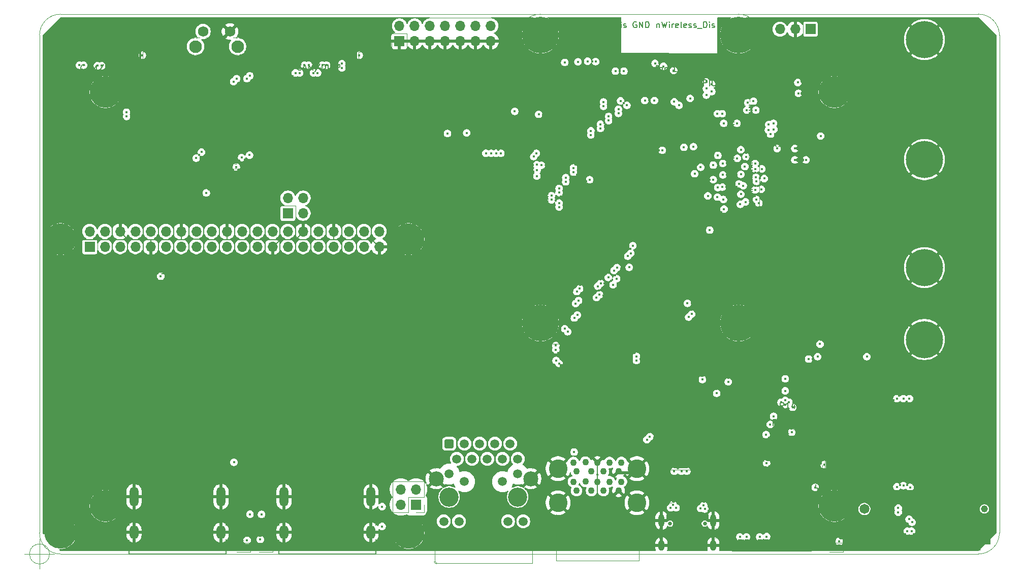
<source format=gbr>
G04 #@! TF.GenerationSoftware,KiCad,Pcbnew,9.0.3*
G04 #@! TF.CreationDate,2025-11-20T01:27:33+01:00*
G04 #@! TF.ProjectId,CM5IO,434d3549-4f2e-46b6-9963-61645f706362,rev?*
G04 #@! TF.SameCoordinates,Original*
G04 #@! TF.FileFunction,Copper,L2,Inr*
G04 #@! TF.FilePolarity,Positive*
%FSLAX46Y46*%
G04 Gerber Fmt 4.6, Leading zero omitted, Abs format (unit mm)*
G04 Created by KiCad (PCBNEW 9.0.3) date 2025-11-20 01:27:33*
%MOMM*%
%LPD*%
G01*
G04 APERTURE LIST*
G04 Aperture macros list*
%AMRoundRect*
0 Rectangle with rounded corners*
0 $1 Rounding radius*
0 $2 $3 $4 $5 $6 $7 $8 $9 X,Y pos of 4 corners*
0 Add a 4 corners polygon primitive as box body*
4,1,4,$2,$3,$4,$5,$6,$7,$8,$9,$2,$3,0*
0 Add four circle primitives for the rounded corners*
1,1,$1+$1,$2,$3*
1,1,$1+$1,$4,$5*
1,1,$1+$1,$6,$7*
1,1,$1+$1,$8,$9*
0 Add four rect primitives between the rounded corners*
20,1,$1+$1,$2,$3,$4,$5,0*
20,1,$1+$1,$4,$5,$6,$7,0*
20,1,$1+$1,$6,$7,$8,$9,0*
20,1,$1+$1,$8,$9,$2,$3,0*%
G04 Aperture macros list end*
G04 #@! TA.AperFunction,ComponentPad*
%ADD10R,1.700000X1.700000*%
G04 #@! TD*
G04 #@! TA.AperFunction,ComponentPad*
%ADD11O,1.700000X1.700000*%
G04 #@! TD*
G04 #@! TA.AperFunction,HeatsinkPad*
%ADD12O,1.000000X2.100000*%
G04 #@! TD*
G04 #@! TA.AperFunction,HeatsinkPad*
%ADD13O,1.000000X1.800000*%
G04 #@! TD*
G04 #@! TA.AperFunction,ComponentPad*
%ADD14RoundRect,0.250500X-0.499500X-0.499500X0.499500X-0.499500X0.499500X0.499500X-0.499500X0.499500X0*%
G04 #@! TD*
G04 #@! TA.AperFunction,ComponentPad*
%ADD15C,1.500000*%
G04 #@! TD*
G04 #@! TA.AperFunction,ComponentPad*
%ADD16C,2.500000*%
G04 #@! TD*
G04 #@! TA.AperFunction,ComponentPad*
%ADD17O,1.500000X3.300000*%
G04 #@! TD*
G04 #@! TA.AperFunction,ComponentPad*
%ADD18O,1.500000X2.300000*%
G04 #@! TD*
G04 #@! TA.AperFunction,ComponentPad*
%ADD19C,5.800000*%
G04 #@! TD*
G04 #@! TA.AperFunction,ComponentPad*
%ADD20C,3.100000*%
G04 #@! TD*
G04 #@! TA.AperFunction,ComponentPad*
%ADD21C,1.100000*%
G04 #@! TD*
G04 #@! TA.AperFunction,ComponentPad*
%ADD22C,2.100000*%
G04 #@! TD*
G04 #@! TA.AperFunction,ComponentPad*
%ADD23C,1.750000*%
G04 #@! TD*
G04 #@! TA.AperFunction,ViaPad*
%ADD24C,0.450000*%
G04 #@! TD*
G04 #@! TA.AperFunction,Conductor*
%ADD25C,0.130000*%
G04 #@! TD*
G04 #@! TA.AperFunction,Conductor*
%ADD26C,0.200000*%
G04 #@! TD*
G04 #@! TA.AperFunction,Conductor*
%ADD27C,0.500000*%
G04 #@! TD*
%ADD28R,5.080000X1.770000*%
%ADD29C,17.800000*%
%ADD30RoundRect,0.140000X0.170000X-0.140000X0.170000X0.140000X-0.170000X0.140000X-0.170000X-0.140000X0*%
%ADD31RoundRect,0.250000X0.250000X0.475000X-0.250000X0.475000X-0.250000X-0.475000X0.250000X-0.475000X0*%
%ADD32R,0.300000X1.300000*%
%ADD33R,1.800000X2.200000*%
%ADD34RoundRect,0.135000X0.185000X-0.135000X0.185000X0.135000X-0.185000X0.135000X-0.185000X-0.135000X0*%
%ADD35RoundRect,0.075000X0.075000X0.200000X-0.075000X0.200000X-0.075000X-0.200000X0.075000X-0.200000X0*%
%ADD36RoundRect,0.162500X0.162500X-0.837500X0.162500X0.837500X-0.162500X0.837500X-0.162500X-0.837500X0*%
%ADD37R,1.700000X1.700000*%
%ADD38O,1.700000X1.700000*%
%ADD39RoundRect,0.218750X0.218750X0.256250X-0.218750X0.256250X-0.218750X-0.256250X0.218750X-0.256250X0*%
%ADD40C,0.650000*%
%ADD41RoundRect,0.150000X-0.150000X-0.425000X0.150000X-0.425000X0.150000X0.425000X-0.150000X0.425000X0*%
%ADD42RoundRect,0.075000X-0.075000X-0.500000X0.075000X-0.500000X0.075000X0.500000X-0.075000X0.500000X0*%
%ADD43O,1.000000X2.100000*%
%ADD44O,1.000000X1.800000*%
%ADD45RoundRect,0.150000X0.512500X0.150000X-0.512500X0.150000X-0.512500X-0.150000X0.512500X-0.150000X0*%
%ADD46C,3.200000*%
%ADD47RoundRect,0.250500X-0.499500X-0.499500X0.499500X-0.499500X0.499500X0.499500X-0.499500X0.499500X0*%
%ADD48C,1.500000*%
%ADD49C,2.500000*%
%ADD50R,0.300000X2.600000*%
%ADD51O,1.500000X3.300000*%
%ADD52O,1.500000X2.300000*%
%ADD53C,5.300000*%
%ADD54RoundRect,0.135000X-0.135000X-0.185000X0.135000X-0.185000X0.135000X0.185000X-0.135000X0.185000X0*%
%ADD55RoundRect,0.250000X-0.350000X-0.450000X0.350000X-0.450000X0.350000X0.450000X-0.350000X0.450000X0*%
%ADD56R,0.300000X0.500000*%
%ADD57R,1.750000X1.050000*%
%ADD58R,0.700000X1.100000*%
%ADD59R,0.900000X0.930000*%
%ADD60R,1.050000X0.780000*%
%ADD61R,0.700000X3.330000*%
%ADD62R,1.140000X1.830000*%
%ADD63R,0.860000X2.800000*%
%ADD64C,1.150000*%
%ADD65C,1.650000*%
%ADD66RoundRect,0.102000X0.150000X0.775000X-0.150000X0.775000X-0.150000X-0.775000X0.150000X-0.775000X0*%
%ADD67C,6.200000*%
%ADD68RoundRect,0.102000X0.600000X1.375000X-0.600000X1.375000X-0.600000X-1.375000X0.600000X-1.375000X0*%
%ADD69RoundRect,0.135000X-0.185000X0.135000X-0.185000X-0.135000X0.185000X-0.135000X0.185000X0.135000X0*%
%ADD70RoundRect,0.250000X-0.250000X-0.475000X0.250000X-0.475000X0.250000X0.475000X-0.250000X0.475000X0*%
%ADD71RoundRect,0.140000X-0.170000X0.140000X-0.170000X-0.140000X0.170000X-0.140000X0.170000X0.140000X0*%
%ADD72RoundRect,0.140000X-0.140000X-0.170000X0.140000X-0.170000X0.140000X0.170000X-0.140000X0.170000X0*%
%ADD73C,3.100000*%
%ADD74C,1.100000*%
%ADD75RoundRect,0.150000X0.625000X-0.150000X0.625000X0.150000X-0.625000X0.150000X-0.625000X-0.150000X0*%
%ADD76RoundRect,0.250000X0.650000X-0.350000X0.650000X0.350000X-0.650000X0.350000X-0.650000X-0.350000X0*%
%ADD77RoundRect,0.250000X1.025000X-0.787500X1.025000X0.787500X-1.025000X0.787500X-1.025000X-0.787500X0*%
%ADD78R,1.200000X1.400000*%
%ADD79RoundRect,0.150000X-0.150000X0.512500X-0.150000X-0.512500X0.150000X-0.512500X0.150000X0.512500X0*%
%ADD80RoundRect,0.500000X-0.500000X-0.900000X0.500000X-0.900000X0.500000X0.900000X-0.500000X0.900000X0*%
%ADD81C,2.100000*%
%ADD82C,1.750000*%
%ADD83RoundRect,0.135000X0.135000X0.185000X-0.135000X0.185000X-0.135000X-0.185000X0.135000X-0.185000X0*%
%ADD84RoundRect,0.140000X0.140000X0.170000X-0.140000X0.170000X-0.140000X-0.170000X0.140000X-0.170000X0*%
%ADD85C,6.100000*%
%ADD86R,0.700000X0.200000*%
%ADD87C,0.120000*%
%ADD88C,0.150000*%
%ADD89C,0.300000*%
%ADD90C,0.100000*%
%ADD91C,0.127000*%
%ADD92C,0.200000*%
%ADD93C,0.010000*%
G04 #@! TA.AperFunction,Profile*
%ADD94C,0.050000*%
G04 #@! TD*
G04 APERTURE END LIST*
D10*
X87370000Y-108770000D03*
D11*
X87370000Y-106230000D03*
X89910000Y-108770000D03*
X89910000Y-106230000D03*
X92450000Y-108770000D03*
X92450000Y-106230000D03*
X94990000Y-108770000D03*
X94990000Y-106230000D03*
X97530000Y-108770000D03*
X97530000Y-106230000D03*
X100070000Y-108770000D03*
X100070000Y-106230000D03*
X102610000Y-108770000D03*
X102610000Y-106230000D03*
X105150000Y-108770000D03*
X105150000Y-106230000D03*
X107690000Y-108770000D03*
X107690000Y-106230000D03*
X110230000Y-108770000D03*
X110230000Y-106230000D03*
X112770000Y-108770000D03*
X112770000Y-106230000D03*
X115310000Y-108770000D03*
X115310000Y-106230000D03*
X117850000Y-108770000D03*
X117850000Y-106230000D03*
X120390000Y-108770000D03*
X120390000Y-106230000D03*
X122930000Y-108770000D03*
X122930000Y-106230000D03*
X125470000Y-108770000D03*
X125470000Y-106230000D03*
X128010000Y-108770000D03*
X128010000Y-106230000D03*
X130550000Y-108770000D03*
X130550000Y-106230000D03*
X133090000Y-108770000D03*
X133090000Y-106230000D03*
X135630000Y-108770000D03*
X135630000Y-106230000D03*
D10*
X141770000Y-151770000D03*
D11*
X139230000Y-151770000D03*
X141770000Y-149230000D03*
X139230000Y-149230000D03*
D12*
X182680000Y-154420000D03*
D13*
X182680000Y-158600000D03*
D12*
X191320000Y-154420000D03*
D13*
X191320000Y-158600000D03*
D14*
X147285000Y-141610000D03*
D15*
X148555000Y-144150000D03*
X149825000Y-141610000D03*
X151095000Y-144150000D03*
X152365000Y-141610000D03*
X153635000Y-144150000D03*
X154905000Y-141610000D03*
X156175000Y-144150000D03*
X157445000Y-141610000D03*
X158715000Y-144150000D03*
X147285000Y-146670000D03*
X149825000Y-147940000D03*
X156175000Y-147940000D03*
X158715000Y-146670000D03*
X146370000Y-154560000D03*
X148910000Y-154560000D03*
X157090000Y-154560000D03*
X159630000Y-154560000D03*
D16*
X145125000Y-147450000D03*
X160875000Y-147450000D03*
D17*
X134250000Y-150450000D03*
X119750000Y-150450000D03*
D18*
X119750000Y-156410000D03*
X134250000Y-156410000D03*
D17*
X109250000Y-150450000D03*
X94750000Y-150450000D03*
D18*
X94750000Y-156410000D03*
X109250000Y-156410000D03*
D10*
X120400000Y-103200000D03*
D11*
X120400000Y-100660000D03*
X122940000Y-103200000D03*
X122940000Y-100660000D03*
D10*
X139000000Y-74500000D03*
D11*
X139000000Y-71960000D03*
X141540000Y-74500000D03*
X141540000Y-71960000D03*
X144080000Y-74500000D03*
X144080000Y-71960000D03*
X146620000Y-74500000D03*
X146620000Y-71960000D03*
X149160000Y-74500000D03*
X149160000Y-71960000D03*
X151700000Y-74500000D03*
X151700000Y-71960000D03*
X154240000Y-74500000D03*
X154240000Y-71960000D03*
D10*
X207500000Y-72500000D03*
D11*
X204960000Y-72500000D03*
X202420000Y-72500000D03*
D19*
X226500000Y-124250000D03*
X226500000Y-112250000D03*
X226500000Y-94250000D03*
X226500000Y-74250000D03*
D20*
X165430000Y-145770000D03*
X165430000Y-151450000D03*
X178570000Y-145770000D03*
X178570000Y-151450000D03*
D21*
X168500000Y-149450000D03*
X171000000Y-149450000D03*
X173000000Y-149450000D03*
X175500000Y-149450000D03*
X176000000Y-147950000D03*
X174000000Y-147950000D03*
X172000000Y-147950000D03*
X170000000Y-147900000D03*
X168000000Y-147950000D03*
X168500000Y-146250000D03*
X171000000Y-146250000D03*
X173000000Y-146250000D03*
X175500000Y-146250000D03*
X176000000Y-144750000D03*
X174000000Y-144750000D03*
X172000000Y-144750000D03*
X170000000Y-144700000D03*
X168000000Y-144750000D03*
D22*
X105000000Y-75390000D03*
X112010000Y-75390000D03*
D23*
X106250000Y-72900000D03*
X110750000Y-72900000D03*
D24*
X117450000Y-72900000D03*
X204900000Y-136300000D03*
X193680000Y-157550000D03*
X168300000Y-95100000D03*
X193516744Y-98774022D03*
X207350000Y-156400000D03*
X103200000Y-70900000D03*
X124250000Y-80500000D03*
X167600000Y-118100000D03*
X161200000Y-90400000D03*
X158900000Y-89100000D03*
X114800000Y-80400000D03*
X168600000Y-96800000D03*
X141150000Y-134912500D03*
X159700000Y-94000000D03*
X236500000Y-101200000D03*
X93000000Y-122500000D03*
X198981500Y-102200000D03*
X129500000Y-151350000D03*
X154100000Y-121600000D03*
X106000000Y-151450000D03*
X215200000Y-124900000D03*
X215500000Y-72500000D03*
X126300000Y-128400000D03*
X155600000Y-131200000D03*
X88250000Y-77800000D03*
X169600000Y-77900000D03*
X122750000Y-80500000D03*
X130250000Y-77800000D03*
X192450000Y-71000000D03*
X182500000Y-76800000D03*
X122600000Y-132000000D03*
X125750000Y-77800000D03*
X110350000Y-133912500D03*
X166700000Y-138300000D03*
X175700000Y-79500000D03*
X207900000Y-137000000D03*
X103000000Y-148100000D03*
X193750000Y-146800000D03*
X229250000Y-156750000D03*
X198194979Y-103600000D03*
X208450000Y-158050000D03*
X236500000Y-122500000D03*
X187500000Y-130900000D03*
X186800000Y-139800000D03*
X171650000Y-90250000D03*
X191200000Y-86600000D03*
X208850000Y-146800000D03*
X101500000Y-148100000D03*
X172900000Y-132300000D03*
X196300000Y-156600000D03*
X212400000Y-137600000D03*
X207900000Y-127500000D03*
X98450000Y-147812500D03*
X106000000Y-148100000D03*
X154100000Y-115600000D03*
X194680000Y-155700000D03*
X165900000Y-100400000D03*
X132200000Y-70900000D03*
X139050000Y-140975000D03*
X121200000Y-80344990D03*
X209200000Y-141600000D03*
X123500000Y-151400000D03*
X161450000Y-102425000D03*
X162938528Y-86815411D03*
X101500000Y-157500000D03*
X94000000Y-72500000D03*
X208800000Y-149300000D03*
X209400000Y-106100000D03*
X212400000Y-139600000D03*
X140000000Y-120200000D03*
X187400000Y-121300000D03*
X190300000Y-95159958D03*
X171100000Y-143000000D03*
X171750000Y-89450000D03*
X144650000Y-131312500D03*
X166600000Y-121600000D03*
X129300000Y-135400000D03*
X195200000Y-96800000D03*
X181700000Y-123200000D03*
X166400000Y-101400000D03*
X85200000Y-79200000D03*
X133900000Y-130700000D03*
X159800000Y-103630010D03*
X222800000Y-151900000D03*
X176800000Y-118400000D03*
X174300000Y-114500000D03*
X121500000Y-72800000D03*
X209200000Y-116700000D03*
X86500000Y-157500000D03*
X86500000Y-72500000D03*
X167500000Y-78020000D03*
X164500000Y-102600000D03*
X172500000Y-114200000D03*
X97500000Y-91200000D03*
X218250000Y-156750000D03*
X137100000Y-71100000D03*
X88200000Y-74800000D03*
X185000000Y-139800000D03*
X198300000Y-98600000D03*
X182400000Y-84300000D03*
X121100000Y-89300000D03*
X179200000Y-127500000D03*
X173750000Y-84400000D03*
X126150000Y-79900000D03*
X159700000Y-91600000D03*
X184500000Y-130700000D03*
X202600000Y-87800000D03*
X171100000Y-133900000D03*
X166000000Y-98400000D03*
X222400000Y-148500000D03*
X131000000Y-148050000D03*
X203300000Y-133600000D03*
X193600000Y-100500000D03*
X236500000Y-132500000D03*
X113900000Y-79500000D03*
X187500000Y-133200000D03*
X173400000Y-113300000D03*
X226250000Y-156750000D03*
X236500000Y-77500000D03*
X182300000Y-78100000D03*
X81500000Y-72500000D03*
X94150000Y-87500000D03*
X214000000Y-155000000D03*
X142350000Y-137725000D03*
X131950000Y-143912500D03*
X124700000Y-119300000D03*
X152750000Y-157250000D03*
X210300000Y-137000000D03*
X165800000Y-122500000D03*
X86750000Y-74850000D03*
X209000000Y-72500000D03*
X172300000Y-122900000D03*
X81500000Y-96900000D03*
X198550000Y-142550000D03*
X128000000Y-151400000D03*
X81500000Y-152500000D03*
X176300000Y-110300000D03*
X123500000Y-148000000D03*
X111700000Y-80000000D03*
X197250000Y-105300000D03*
X204600000Y-155400000D03*
X183500000Y-112200000D03*
X161200000Y-100000000D03*
X212400000Y-136400000D03*
X169400000Y-120200000D03*
X168300000Y-121400000D03*
X149400000Y-137200000D03*
X212700000Y-125000000D03*
X191900000Y-130700000D03*
X164300000Y-88010010D03*
X161145609Y-98615727D03*
X201600000Y-91800000D03*
X162800000Y-98600000D03*
X121750000Y-146612500D03*
X124500000Y-140100000D03*
X94150000Y-85900000D03*
X195100000Y-90420010D03*
X161200000Y-97610010D03*
X197950000Y-106600000D03*
X99600000Y-70900000D03*
X170100000Y-97900000D03*
X183500000Y-105900000D03*
X104000000Y-81400000D03*
X114100000Y-147300000D03*
X235250000Y-156750000D03*
X183500000Y-152800000D03*
X187700000Y-118200000D03*
X115600000Y-138800000D03*
X98500000Y-151400000D03*
X198645000Y-85200000D03*
X166400000Y-99400000D03*
X183900000Y-90500000D03*
X196825453Y-91936823D03*
X199700000Y-75800000D03*
X201200000Y-139200000D03*
X175350000Y-71100000D03*
X236500000Y-112500000D03*
X178200000Y-126500000D03*
X175500000Y-129300000D03*
X174600000Y-87850000D03*
X198219139Y-100361721D03*
X171100000Y-138400000D03*
X205800000Y-140600000D03*
X223600000Y-148500000D03*
X115800000Y-70900000D03*
X212400000Y-140400000D03*
X139100000Y-89200000D03*
X133400000Y-117800000D03*
X166000000Y-71150000D03*
X196700000Y-96400000D03*
X174000000Y-112600000D03*
X112350000Y-142112500D03*
X177000000Y-111200000D03*
X173350000Y-89200000D03*
X165000000Y-101100000D03*
X193200000Y-124400000D03*
X199100000Y-97400000D03*
X174600000Y-87150000D03*
X223000000Y-72500000D03*
X188500000Y-120100000D03*
X169800000Y-115800000D03*
X131000000Y-151350000D03*
X162901867Y-93992530D03*
X124250000Y-77800000D03*
X180600000Y-84300000D03*
X198200000Y-124300000D03*
X209200000Y-142200000D03*
X89750000Y-77800000D03*
X94250000Y-77800000D03*
X222700000Y-153600000D03*
X165500000Y-126500000D03*
X208600000Y-137000000D03*
X80200000Y-88600000D03*
X191950000Y-76800000D03*
X99400000Y-90100000D03*
X125750000Y-79100000D03*
X164300000Y-90410010D03*
X81500000Y-130000000D03*
X129500000Y-148050000D03*
X104000000Y-72800000D03*
X173200000Y-88150000D03*
X151600000Y-137800000D03*
X237000000Y-142000000D03*
X106450000Y-137512500D03*
X196700000Y-102200000D03*
X216100000Y-127300000D03*
X162900000Y-103569990D03*
X175350000Y-72500000D03*
X161200000Y-95200000D03*
X162900000Y-91600000D03*
X176500000Y-157500000D03*
X186400000Y-120300000D03*
X203700000Y-137500000D03*
X194600000Y-131400000D03*
X169600000Y-90600000D03*
X202600000Y-87000000D03*
X186800000Y-155900000D03*
X171100000Y-140500000D03*
X193800000Y-130600000D03*
X166400000Y-128400000D03*
X179400000Y-140700000D03*
X112950000Y-131412500D03*
X173200000Y-114900000D03*
X214000000Y-157500000D03*
X193600000Y-87300000D03*
X127250000Y-77800000D03*
X167200000Y-123700000D03*
X196600000Y-94480000D03*
X85250000Y-77800000D03*
X136400000Y-123900000D03*
X173800000Y-85250000D03*
X107200000Y-99200000D03*
X81500000Y-102500000D03*
X92900000Y-87500000D03*
X137900000Y-111700000D03*
X162800000Y-102400000D03*
X223500000Y-134600000D03*
X224500000Y-139900000D03*
X125500000Y-70800000D03*
X193644988Y-92800000D03*
X173000000Y-116900000D03*
X207600000Y-88300000D03*
X99350000Y-145012500D03*
X122750000Y-77800000D03*
X161300000Y-96300000D03*
X176400000Y-84800000D03*
X113800000Y-72700000D03*
X146700000Y-133400000D03*
X175350000Y-73900000D03*
X157500000Y-85600000D03*
X134950000Y-141012500D03*
X121250000Y-77800000D03*
X193913015Y-105093015D03*
X177500000Y-109100000D03*
X185900000Y-139800000D03*
X181500000Y-140600000D03*
X167400000Y-120500000D03*
X171100000Y-77900000D03*
X89200000Y-89000000D03*
X198200000Y-112500000D03*
X214600000Y-149500000D03*
X227750000Y-156750000D03*
X81500000Y-142500000D03*
X130500000Y-89300000D03*
X146200000Y-89800000D03*
X209300000Y-137000000D03*
X164200000Y-127700000D03*
X107050000Y-147312500D03*
X198300000Y-118200000D03*
X236600000Y-91400000D03*
X165100000Y-100300000D03*
X163500000Y-131300000D03*
X200600000Y-140600000D03*
X165600000Y-129100000D03*
X196800000Y-93100000D03*
X212400000Y-141600000D03*
X209800000Y-147300000D03*
X195200000Y-94800000D03*
X209200000Y-140300000D03*
X121700000Y-143100000D03*
X126500000Y-151350000D03*
X222300000Y-133600000D03*
X197950000Y-157150000D03*
X95500000Y-81200000D03*
X162500000Y-101400000D03*
X155658314Y-75744990D03*
X221750000Y-156750000D03*
X110600000Y-81100000D03*
X112700000Y-80600000D03*
X184100000Y-78800000D03*
X165600000Y-124600000D03*
X155467559Y-137292894D03*
X122750000Y-79100000D03*
X187600000Y-119300000D03*
X146400000Y-85100000D03*
X206050000Y-158050000D03*
X155400000Y-139400000D03*
X138400000Y-126200000D03*
X209100000Y-93350000D03*
X184950000Y-76800000D03*
X131050000Y-74100000D03*
X118750000Y-135812500D03*
X195100000Y-103600000D03*
X149800000Y-131300000D03*
X204900000Y-93200000D03*
X156700000Y-71100000D03*
X175100000Y-111500000D03*
X166400000Y-102100000D03*
X198326926Y-96450546D03*
X164300000Y-85589990D03*
X192133781Y-95193358D03*
X187250000Y-76800000D03*
X154700000Y-92550000D03*
X172200000Y-116100000D03*
X223250000Y-156750000D03*
X174450000Y-85350000D03*
X179600000Y-115600000D03*
X148600000Y-89910010D03*
X104400000Y-94400000D03*
X88300000Y-79300000D03*
X213250000Y-146200000D03*
X207560000Y-144350000D03*
X221500000Y-153600000D03*
X130900000Y-124000000D03*
X149400000Y-139400000D03*
X86750000Y-77800000D03*
X201000000Y-157000000D03*
X176700000Y-92600000D03*
X103000000Y-151450000D03*
X162900000Y-100000000D03*
X126500000Y-157100000D03*
X175800000Y-87350000D03*
X189100000Y-96600000D03*
X236500000Y-72500000D03*
X229900000Y-72500000D03*
X186500000Y-84100000D03*
X190500000Y-152800000D03*
X201400000Y-138100000D03*
X185400000Y-126900000D03*
X161200000Y-88000000D03*
X105600000Y-93500000D03*
X180600000Y-139700000D03*
X178200000Y-128500000D03*
X166100000Y-74462500D03*
X209200000Y-139700000D03*
X80100000Y-77800000D03*
X162900000Y-89200000D03*
X113700000Y-81500000D03*
X128750000Y-77800000D03*
X195100000Y-85584990D03*
X161200000Y-101300000D03*
X209200000Y-124300000D03*
X212400000Y-135600000D03*
X94250000Y-74900000D03*
X217250000Y-156750000D03*
X80200000Y-84000000D03*
X233750000Y-156750000D03*
X104500000Y-148100000D03*
X186800000Y-87900000D03*
X168500000Y-119000000D03*
X110250000Y-144112500D03*
X230750000Y-156750000D03*
X91300000Y-74800000D03*
X99450000Y-115250000D03*
X159800000Y-86700000D03*
X89750000Y-74850000D03*
X92850000Y-85900000D03*
X101500000Y-151450000D03*
X147500000Y-112800000D03*
X174900000Y-113500000D03*
X187200000Y-92100000D03*
X161200000Y-85589990D03*
X198100000Y-130700000D03*
X167400000Y-98400000D03*
X180400000Y-141700000D03*
X103250000Y-140100000D03*
X186600000Y-108700000D03*
X162900000Y-97600000D03*
X168700000Y-117000000D03*
X201400000Y-80300000D03*
X81500000Y-115000000D03*
X193600000Y-96800000D03*
X92750000Y-77800000D03*
X128000000Y-148050000D03*
X212400000Y-142400000D03*
X113200000Y-93400000D03*
X155500000Y-92600000D03*
X209200000Y-95700000D03*
X163600000Y-157150000D03*
X86750000Y-79200000D03*
X161200000Y-92800000D03*
X126500000Y-148050000D03*
X224750000Y-156750000D03*
X128050000Y-72800000D03*
X164300000Y-92810010D03*
X101800000Y-87400000D03*
X188700000Y-124700000D03*
X176000000Y-112400000D03*
X118200000Y-126100000D03*
X167800000Y-116100000D03*
X113000000Y-84000000D03*
X189350000Y-76800000D03*
X205400000Y-82200000D03*
X179000000Y-128400000D03*
X192700000Y-112600000D03*
X147600000Y-117300000D03*
X124250000Y-79150000D03*
X91250000Y-77900000D03*
X198879990Y-95313931D03*
X191200000Y-100400000D03*
X223100000Y-154400000D03*
X175350000Y-75500000D03*
X153850000Y-92550000D03*
X195226569Y-101006627D03*
X110300000Y-96700000D03*
X221400000Y-151900000D03*
X104500000Y-151450000D03*
X167800000Y-123100000D03*
X200600000Y-91300000D03*
X193600000Y-94800000D03*
X224750000Y-155450000D03*
X149400000Y-126500000D03*
X169100000Y-115100000D03*
X167300000Y-96800000D03*
X196800000Y-90800000D03*
X85200000Y-74800000D03*
X191800000Y-132500000D03*
X92700000Y-74900000D03*
X190650063Y-97600882D03*
X223400000Y-153650000D03*
X215700000Y-132600000D03*
X221300000Y-134400000D03*
X195100000Y-92000000D03*
X121150000Y-79100000D03*
X184400000Y-120500000D03*
X192600000Y-103000000D03*
X203300000Y-131800000D03*
X111500000Y-82000000D03*
X207100000Y-140600000D03*
X198550000Y-144850000D03*
X195180800Y-98796776D03*
X164500000Y-124600000D03*
X142400000Y-122300000D03*
X180200000Y-76800000D03*
X153000000Y-137800000D03*
X212400000Y-138400000D03*
X232250000Y-156750000D03*
X192350000Y-75900000D03*
X181600000Y-128100000D03*
X164500000Y-126500000D03*
X143600000Y-116500000D03*
X182219997Y-92700000D03*
X127600000Y-79000000D03*
X195150000Y-102400000D03*
X189900000Y-106000000D03*
X106800000Y-99800000D03*
X114000000Y-93500000D03*
X184800000Y-146200000D03*
X168100000Y-143000000D03*
X186000000Y-146200000D03*
X186900000Y-146200000D03*
X204550000Y-135550000D03*
X200200000Y-144850000D03*
X200200000Y-157100000D03*
X204400000Y-139700000D03*
X208300000Y-148900000D03*
X209800000Y-145100000D03*
X113600000Y-157700000D03*
X115800000Y-157562500D03*
X212287500Y-157900000D03*
X198400000Y-86000000D03*
X171700000Y-77900000D03*
X166550000Y-78050000D03*
X176900000Y-85200000D03*
X175850000Y-84450000D03*
X168750000Y-77950000D03*
X170350000Y-77850000D03*
X170700000Y-97600000D03*
X209200000Y-90300000D03*
X96150000Y-76850000D03*
X195250000Y-88200000D03*
X193050000Y-88200000D03*
X132300000Y-76850000D03*
X185600000Y-85200000D03*
X184800000Y-84600000D03*
X116000000Y-153400000D03*
X204900000Y-94300000D03*
X114075000Y-153375000D03*
X206750000Y-94300000D03*
X183000000Y-78700000D03*
X197050000Y-84750000D03*
X181600000Y-78200000D03*
X187450000Y-84050000D03*
X191050000Y-81700000D03*
X203300000Y-130800000D03*
X190150000Y-81300000D03*
X203300000Y-135100000D03*
X191050000Y-82900000D03*
X189900000Y-152500000D03*
X200550000Y-88400000D03*
X189700000Y-151900000D03*
X184600000Y-151800000D03*
X202600000Y-134700000D03*
X203900000Y-134700000D03*
X189200000Y-152400000D03*
X203300000Y-132800000D03*
X201400000Y-89200000D03*
X200500000Y-89300000D03*
X189500000Y-130900000D03*
X201350000Y-88200000D03*
X184200000Y-152300000D03*
X99200000Y-113700000D03*
X190150000Y-82400000D03*
X190150000Y-83500000D03*
X111400000Y-144700000D03*
X203300000Y-134400000D03*
X185100000Y-152300000D03*
X200850000Y-90000000D03*
X172050216Y-115353871D03*
X222143379Y-153051500D03*
X222143379Y-152348500D03*
X172547314Y-114856773D03*
X171850787Y-117253506D03*
X223648500Y-156192862D03*
X172347885Y-116756408D03*
X224351500Y-156192862D03*
X175200000Y-114100000D03*
X216900000Y-127100000D03*
X223000000Y-148600000D03*
X223000000Y-134100000D03*
X224448549Y-154698549D03*
X175248549Y-112251451D03*
X174751451Y-112748549D03*
X223951451Y-154201451D03*
X165600000Y-102150000D03*
X85650000Y-78500000D03*
X165600000Y-101500000D03*
X86350000Y-78500000D03*
X164345425Y-100951500D03*
X93500000Y-87050000D03*
X164345425Y-100248500D03*
X93500000Y-86350000D03*
X88650000Y-78600000D03*
X165615041Y-99751500D03*
X165615041Y-99048500D03*
X89350000Y-78600000D03*
X166718560Y-97951500D03*
X111351451Y-81248549D03*
X166718560Y-97248500D03*
X111848549Y-80751451D03*
X113563927Y-80761025D03*
X168000000Y-96351500D03*
X114061025Y-80263927D03*
X168000000Y-95648500D03*
X184700000Y-79380000D03*
X198000000Y-84500000D03*
X175000000Y-79500000D03*
X179900000Y-84400000D03*
X176400000Y-79500000D03*
X181500000Y-84400000D03*
X195600000Y-98300000D03*
X105100000Y-94000000D03*
X111800000Y-95500000D03*
X192046881Y-98904712D03*
X106000000Y-93000000D03*
X112700000Y-93900000D03*
X201360000Y-137060000D03*
X195760000Y-157150000D03*
X200800000Y-138393970D03*
X196850000Y-157150000D03*
X199050000Y-157150000D03*
X200100000Y-140100000D03*
X195900000Y-92600000D03*
X199400000Y-95800000D03*
X188000000Y-92100000D03*
X186400000Y-92200000D03*
X192060347Y-93553326D03*
X196757155Y-93778417D03*
X195300000Y-94043327D03*
X192900000Y-94900000D03*
X198275038Y-94900000D03*
X191300000Y-95159967D03*
X189200000Y-95519989D03*
X196571159Y-95412331D03*
X198300000Y-95800000D03*
X188200000Y-96600000D03*
X192900000Y-96800000D03*
X195900000Y-96700000D03*
X191300000Y-97590984D03*
X198400000Y-97200000D03*
X198500000Y-97900000D03*
X192814650Y-98829922D03*
X190400000Y-100300000D03*
X196300000Y-98600000D03*
X192000000Y-100500000D03*
X193000000Y-100904756D03*
X198275018Y-99300000D03*
X195800000Y-101700000D03*
X195900000Y-100009990D03*
X196700000Y-101300000D03*
X153400000Y-93200000D03*
X161900000Y-97000000D03*
X154300000Y-93200000D03*
X161929406Y-96029406D03*
X155100000Y-93200000D03*
X161897328Y-95102672D03*
X155899999Y-93200001D03*
X162663238Y-95179940D03*
X192800000Y-86600000D03*
X193800000Y-131300000D03*
X191875000Y-133200000D03*
X199300000Y-99200000D03*
X177547488Y-109852512D03*
X187700000Y-120000000D03*
X187200000Y-120500000D03*
X177052512Y-110347488D03*
X199800000Y-97400000D03*
X192000000Y-86600000D03*
X178500000Y-127751500D03*
X168351451Y-118248549D03*
X178500000Y-127048500D03*
X168848549Y-117751451D03*
X180736228Y-140439130D03*
X169048549Y-115751451D03*
X168551451Y-116248549D03*
X180239130Y-140936228D03*
X168648549Y-120151451D03*
X168151451Y-120648549D03*
X165046845Y-125951500D03*
X165046845Y-125248500D03*
X166551451Y-122451451D03*
X167048549Y-122948549D03*
X165109012Y-127745622D03*
X165606110Y-128242720D03*
X205400000Y-81400000D03*
X193100000Y-102500000D03*
X205500000Y-83200000D03*
X198900000Y-101500000D03*
X170900000Y-90150000D03*
X121650000Y-79800000D03*
X170900000Y-89450000D03*
X122350000Y-79800000D03*
X123150000Y-78500000D03*
X172500000Y-89050000D03*
X123850000Y-78500000D03*
X172500000Y-88350000D03*
X124650000Y-79800000D03*
X173850000Y-87750000D03*
X125350000Y-79800000D03*
X173850000Y-87050000D03*
X175500000Y-86550000D03*
X126150000Y-78500000D03*
X126850000Y-78500000D03*
X175500000Y-85850000D03*
X173000000Y-85350000D03*
X129400000Y-78950000D03*
X173000000Y-84650000D03*
X129400000Y-78250000D03*
X161800000Y-93200000D03*
X147000000Y-89900000D03*
X158200000Y-86200000D03*
X162200000Y-86700000D03*
X150200000Y-89800000D03*
X161353008Y-93746992D03*
X198500000Y-100900000D03*
X136100000Y-155400000D03*
X190700000Y-106000000D03*
X136100000Y-152100000D03*
X204900000Y-92400000D03*
X201945000Y-92400000D03*
X182800000Y-92700000D03*
X196900000Y-86000000D03*
X207200000Y-127500000D03*
X174600000Y-115100000D03*
X221900000Y-134100000D03*
X208700000Y-127100000D03*
X173800000Y-113900000D03*
X221900000Y-148800000D03*
X209100000Y-125000000D03*
X224000000Y-134100000D03*
X177300000Y-112200000D03*
X224100000Y-148900000D03*
X177900000Y-108600000D03*
X187000000Y-118200000D03*
D25*
X108950000Y-104850000D02*
X109000000Y-104800000D01*
X91150000Y-110150000D02*
X91150000Y-104850000D01*
X129250000Y-107600000D02*
X134360000Y-107600000D01*
X93700000Y-107600000D02*
X93700000Y-110100000D01*
D26*
X172000000Y-150300000D02*
X172000000Y-144950000D01*
D25*
X93600000Y-110200000D02*
X96300000Y-110200000D01*
X114050000Y-110150000D02*
X114050000Y-104850000D01*
X124200000Y-110200000D02*
X126700000Y-110200000D01*
X137100000Y-105400000D02*
X136500000Y-104800000D01*
X114050000Y-110150000D02*
X114000000Y-110200000D01*
X124250000Y-104850000D02*
X124250000Y-110150000D01*
X131700000Y-104800000D02*
X129300000Y-104800000D01*
X98850000Y-104850000D02*
X98900000Y-104800000D01*
X119100000Y-110200000D02*
X121700000Y-110200000D01*
X86000000Y-105200000D02*
X86000000Y-107600000D01*
X119100000Y-104800000D02*
X119100000Y-109800000D01*
X128010000Y-106330000D02*
X128010000Y-107532081D01*
X121660000Y-107600000D02*
X121660000Y-110160000D01*
X124250000Y-110150000D02*
X124200000Y-110200000D01*
X102610000Y-107532081D02*
X102600000Y-107542081D01*
X86000000Y-110000000D02*
X86200000Y-110200000D01*
X101400000Y-104800000D02*
X98900000Y-104800000D01*
X86400000Y-104800000D02*
X86000000Y-105200000D01*
X134360000Y-107600000D02*
X135630000Y-108870000D01*
X106450000Y-107600000D02*
X106400000Y-107550000D01*
X121660000Y-107600000D02*
X129250000Y-107600000D01*
X111550000Y-104850000D02*
X111550000Y-110150000D01*
X103900000Y-104800000D02*
X103900000Y-110100000D01*
X126750000Y-104850000D02*
X126750000Y-110150000D01*
X106450000Y-107600000D02*
X121660000Y-107600000D01*
X97530000Y-107667919D02*
X97597919Y-107600000D01*
X116600000Y-110200000D02*
X116600000Y-104900000D01*
X114050000Y-104850000D02*
X114100000Y-104800000D01*
X106400000Y-104800000D02*
X106400000Y-110200000D01*
X98900000Y-104800000D02*
X96200000Y-104800000D01*
X126750000Y-110150000D02*
X126700000Y-110200000D01*
X98850000Y-110150000D02*
X98900000Y-110200000D01*
X121600000Y-104800000D02*
X119100000Y-104800000D01*
X119100000Y-109800000D02*
X119100000Y-110200000D01*
X111500000Y-104800000D02*
X109000000Y-104800000D01*
X131850000Y-104950000D02*
X131700000Y-104800000D01*
X102600000Y-107542081D02*
X102600000Y-107600000D01*
X101350000Y-107550000D02*
X101350000Y-104850000D01*
X121660000Y-104860000D02*
X121600000Y-104800000D01*
X93700000Y-110100000D02*
X93600000Y-110200000D01*
X116600000Y-104900000D02*
X116700000Y-104800000D01*
X116600000Y-110200000D02*
X119100000Y-110200000D01*
X86000000Y-107600000D02*
X102600000Y-107600000D01*
X91200000Y-104800000D02*
X86400000Y-104800000D01*
X129250000Y-107550000D02*
X129350000Y-107450000D01*
X96250000Y-110150000D02*
X96250000Y-104850000D01*
X102610000Y-106330000D02*
X102610000Y-107532081D01*
X91150000Y-110150000D02*
X91200000Y-110200000D01*
X126700000Y-104800000D02*
X124200000Y-104800000D01*
X102600000Y-107600000D02*
X106400000Y-107550000D01*
X137100000Y-110000000D02*
X137100000Y-105400000D01*
D27*
X175500000Y-146450000D02*
X178090000Y-146450000D01*
D25*
X129350000Y-104850000D02*
X129300000Y-104800000D01*
X101350000Y-104850000D02*
X101400000Y-104800000D01*
X121660000Y-107600000D02*
X121660000Y-104860000D01*
X129350000Y-104850000D02*
X129350000Y-110150000D01*
X86000000Y-107600000D02*
X86000000Y-110000000D01*
X103900000Y-110100000D02*
X103800000Y-110200000D01*
X86200000Y-110200000D02*
X91200000Y-110200000D01*
X131850000Y-110150000D02*
X131900000Y-110200000D01*
X124200000Y-104800000D02*
X121600000Y-104800000D01*
X136500000Y-104800000D02*
X134300000Y-104800000D01*
X134300000Y-104800000D02*
X131700000Y-104800000D01*
X101400000Y-107600000D02*
X101350000Y-107550000D01*
X116700000Y-104800000D02*
X114100000Y-104800000D01*
X108950000Y-110150000D02*
X108900000Y-110200000D01*
X91150000Y-104850000D02*
X91200000Y-104800000D01*
X124250000Y-104850000D02*
X124200000Y-104800000D01*
X101350000Y-110150000D02*
X101400000Y-110200000D01*
X106400000Y-104800000D02*
X103900000Y-104800000D01*
X108950000Y-104850000D02*
X108950000Y-110150000D01*
X109000000Y-104800000D02*
X106400000Y-104800000D01*
X91200000Y-110200000D02*
X93600000Y-110200000D01*
X131900000Y-110200000D02*
X136900000Y-110200000D01*
X96200000Y-104800000D02*
X91200000Y-104800000D01*
X129400000Y-110200000D02*
X131900000Y-110200000D01*
X97530000Y-108870000D02*
X97530000Y-107667919D01*
X93720000Y-107600000D02*
X92450000Y-106330000D01*
X119100000Y-104800000D02*
X116700000Y-104800000D01*
X103800000Y-110200000D02*
X106400000Y-110200000D01*
X121660000Y-110160000D02*
X121700000Y-110200000D01*
X101350000Y-107550000D02*
X101350000Y-110150000D01*
X129300000Y-104800000D02*
X126700000Y-104800000D01*
X98900000Y-110200000D02*
X101400000Y-110200000D01*
X121660000Y-107600000D02*
X122930000Y-106330000D01*
X111550000Y-104850000D02*
X111500000Y-104800000D01*
X131850000Y-110150000D02*
X131850000Y-104950000D01*
X101400000Y-110200000D02*
X103800000Y-110200000D01*
X108900000Y-110200000D02*
X111500000Y-110200000D01*
X98850000Y-110150000D02*
X98850000Y-104850000D01*
X129350000Y-110150000D02*
X129400000Y-110200000D01*
X136900000Y-110200000D02*
X137100000Y-110000000D01*
X111550000Y-110150000D02*
X111500000Y-110200000D01*
X96250000Y-110150000D02*
X96300000Y-110200000D01*
X110230000Y-106330000D02*
X110230000Y-107532081D01*
X121700000Y-110200000D02*
X124200000Y-110200000D01*
X111500000Y-110200000D02*
X114000000Y-110200000D01*
X128010000Y-107532081D02*
X128077919Y-107600000D01*
X134300000Y-107600000D02*
X134300000Y-104800000D01*
X114100000Y-104800000D02*
X111500000Y-104800000D01*
X126700000Y-110200000D02*
X129400000Y-110200000D01*
X106400000Y-110200000D02*
X108900000Y-110200000D01*
X114000000Y-110200000D02*
X116600000Y-110200000D01*
X129250000Y-107600000D02*
X129250000Y-107550000D01*
X96300000Y-110200000D02*
X98900000Y-110200000D01*
X96250000Y-104850000D02*
X96200000Y-104800000D01*
X117850000Y-108870000D02*
X119120000Y-107600000D01*
X126750000Y-104850000D02*
X126700000Y-104800000D01*
X118950000Y-107600000D02*
X119100000Y-107450000D01*
X103900000Y-104800000D02*
X101400000Y-104800000D01*
G04 #@! TA.AperFunction,Conductor*
G36*
X146534779Y-148500568D02*
G01*
X146589856Y-148428793D01*
X146589863Y-148428782D01*
X146618276Y-148379569D01*
X146663745Y-148338627D01*
X146724595Y-148332231D01*
X146729610Y-148333434D01*
X146942762Y-148390548D01*
X147170266Y-148420500D01*
X147170267Y-148420500D01*
X147399733Y-148420500D01*
X147399734Y-148420500D01*
X147627238Y-148390548D01*
X147848887Y-148331158D01*
X147986427Y-148274186D01*
X148047421Y-148269386D01*
X148099590Y-148301355D01*
X148119936Y-148340026D01*
X148131763Y-148384166D01*
X148163841Y-148503885D01*
X148251653Y-148715883D01*
X148251656Y-148715888D01*
X148304834Y-148807996D01*
X148317555Y-148867842D01*
X148292668Y-148923738D01*
X148239680Y-148954331D01*
X148178830Y-148947935D01*
X148169598Y-148943231D01*
X148078615Y-148890703D01*
X147955056Y-148839523D01*
X147861772Y-148800883D01*
X147861770Y-148800882D01*
X147861769Y-148800882D01*
X147635059Y-148740136D01*
X147402356Y-148709500D01*
X147167644Y-148709500D01*
X147167643Y-148709500D01*
X146934940Y-148740136D01*
X146708230Y-148800882D01*
X146708223Y-148800885D01*
X146491384Y-148890703D01*
X146321442Y-148988818D01*
X146261594Y-149001539D01*
X146205699Y-148976652D01*
X146175106Y-148923664D01*
X146173155Y-148896607D01*
X146175568Y-148859779D01*
X145521561Y-148205772D01*
X145527626Y-148203260D01*
X145666844Y-148110238D01*
X145785238Y-147991844D01*
X145878260Y-147852626D01*
X145880771Y-147846561D01*
X146534779Y-148500568D01*
G37*
G04 #@! TD.AperFunction*
G04 #@! TA.AperFunction,Conductor*
G36*
X160121740Y-147852626D02*
G01*
X160214762Y-147991844D01*
X160333156Y-148110238D01*
X160472374Y-148203260D01*
X160478437Y-148205771D01*
X159824430Y-148859779D01*
X159826844Y-148896606D01*
X159811783Y-148955908D01*
X159764742Y-148995033D01*
X159703687Y-148999035D01*
X159678556Y-148988818D01*
X159667526Y-148982450D01*
X159525583Y-148900499D01*
X159508612Y-148890701D01*
X159331227Y-148817226D01*
X159291772Y-148800883D01*
X159291770Y-148800882D01*
X159291769Y-148800882D01*
X159065059Y-148740136D01*
X158832356Y-148709500D01*
X158597644Y-148709500D01*
X158597643Y-148709500D01*
X158364940Y-148740136D01*
X158138230Y-148800882D01*
X158138223Y-148800885D01*
X157921383Y-148890703D01*
X157830401Y-148943231D01*
X157770552Y-148955952D01*
X157714657Y-148931065D01*
X157684065Y-148878076D01*
X157690461Y-148817226D01*
X157695156Y-148808012D01*
X157748344Y-148715888D01*
X157836158Y-148503887D01*
X157880063Y-148340028D01*
X157913387Y-148288715D01*
X157970509Y-148266788D01*
X158013575Y-148274187D01*
X158151113Y-148331158D01*
X158372762Y-148390548D01*
X158600266Y-148420500D01*
X158600267Y-148420500D01*
X158829733Y-148420500D01*
X158829734Y-148420500D01*
X159057238Y-148390548D01*
X159270366Y-148333441D01*
X159331464Y-148336643D01*
X159379014Y-148375149D01*
X159381722Y-148379568D01*
X159410138Y-148428786D01*
X159410143Y-148428794D01*
X159465219Y-148500568D01*
X160119227Y-147846560D01*
X160121740Y-147852626D01*
G37*
G04 #@! TD.AperFunction*
G04 #@! TA.AperFunction,Conductor*
G36*
X174561604Y-145620232D02*
G01*
X174585019Y-145676760D01*
X174570736Y-145736255D01*
X174568641Y-145739527D01*
X174562412Y-145748849D01*
X174482659Y-145941391D01*
X174482659Y-145941393D01*
X174442000Y-146145793D01*
X174442000Y-146354206D01*
X174482659Y-146558606D01*
X174482659Y-146558608D01*
X174562410Y-146751146D01*
X174562416Y-146751158D01*
X174593344Y-146797443D01*
X175150000Y-146240787D01*
X175150000Y-146296078D01*
X175173852Y-146385095D01*
X175219930Y-146464905D01*
X175285095Y-146530070D01*
X175364905Y-146576148D01*
X175453922Y-146600000D01*
X175509208Y-146600000D01*
X174952555Y-147156653D01*
X174998851Y-147187588D01*
X175175174Y-147260622D01*
X175221700Y-147300358D01*
X175235984Y-147359853D01*
X175219605Y-147407087D01*
X175157680Y-147499763D01*
X175157677Y-147499770D01*
X175091464Y-147659624D01*
X175051727Y-147706149D01*
X174992233Y-147720433D01*
X174935705Y-147697018D01*
X174908536Y-147659624D01*
X174894869Y-147626630D01*
X174842322Y-147499769D01*
X174842320Y-147499767D01*
X174842318Y-147499761D01*
X174771477Y-147393742D01*
X174738302Y-147344092D01*
X174605908Y-147211698D01*
X174536659Y-147165427D01*
X174450238Y-147107681D01*
X174450229Y-147107677D01*
X174277249Y-147036026D01*
X174093618Y-146999500D01*
X174093616Y-146999500D01*
X173906384Y-146999500D01*
X173906378Y-146999500D01*
X173836046Y-147013490D01*
X173775285Y-147006298D01*
X173730355Y-146964765D01*
X173718419Y-146904755D01*
X173737084Y-146860942D01*
X173735600Y-146859951D01*
X173738300Y-146855909D01*
X173738302Y-146855908D01*
X173786791Y-146783339D01*
X173842318Y-146700238D01*
X173842321Y-146700232D01*
X173842322Y-146700231D01*
X173913973Y-146527251D01*
X173950500Y-146343616D01*
X173950500Y-146156384D01*
X173913973Y-145972749D01*
X173857902Y-145837384D01*
X173853102Y-145776389D01*
X173885071Y-145724220D01*
X173941599Y-145700805D01*
X173949367Y-145700500D01*
X174093615Y-145700500D01*
X174093616Y-145700500D01*
X174277251Y-145663973D01*
X174448440Y-145593063D01*
X174509435Y-145588263D01*
X174561604Y-145620232D01*
G37*
G04 #@! TD.AperFunction*
G04 #@! TA.AperFunction,Conductor*
G36*
X172064295Y-146502981D02*
G01*
X172091463Y-146540374D01*
X172099015Y-146558606D01*
X172157675Y-146700226D01*
X172157677Y-146700229D01*
X172157678Y-146700231D01*
X172182913Y-146737998D01*
X172199522Y-146796885D01*
X172178345Y-146854289D01*
X172127472Y-146888283D01*
X172100598Y-146892000D01*
X171899402Y-146892000D01*
X171841211Y-146873093D01*
X171805247Y-146823593D01*
X171805247Y-146762407D01*
X171817085Y-146738000D01*
X171842322Y-146700231D01*
X171908536Y-146540375D01*
X171948272Y-146493850D01*
X172007767Y-146479566D01*
X172064295Y-146502981D01*
G37*
G04 #@! TD.AperFunction*
G04 #@! TA.AperFunction,Conductor*
G36*
X91189678Y-106758405D02*
G01*
X91207885Y-106783464D01*
X91288533Y-106941746D01*
X91288537Y-106941752D01*
X91414171Y-107114671D01*
X91565328Y-107265828D01*
X91738247Y-107391462D01*
X91738253Y-107391466D01*
X91896535Y-107472114D01*
X91939799Y-107515379D01*
X91949371Y-107575811D01*
X91921594Y-107630327D01*
X91896536Y-107648533D01*
X91794600Y-107700472D01*
X91794598Y-107700473D01*
X91635355Y-107816171D01*
X91496171Y-107955355D01*
X91380474Y-108114597D01*
X91291114Y-108289978D01*
X91291112Y-108289981D01*
X91274154Y-108342175D01*
X91238190Y-108391675D01*
X91179999Y-108410582D01*
X91121809Y-108391674D01*
X91085846Y-108342175D01*
X91068887Y-108289981D01*
X91068885Y-108289978D01*
X91068884Y-108289977D01*
X91068884Y-108289975D01*
X90979524Y-108114595D01*
X90863828Y-107955354D01*
X90724646Y-107816172D01*
X90565405Y-107700476D01*
X90565404Y-107700475D01*
X90565402Y-107700474D01*
X90390025Y-107611116D01*
X90372030Y-107605269D01*
X90337823Y-107594154D01*
X90288324Y-107558191D01*
X90269417Y-107500000D01*
X90288324Y-107441809D01*
X90337823Y-107405845D01*
X90390025Y-107388884D01*
X90565405Y-107299524D01*
X90724646Y-107183828D01*
X90863828Y-107044646D01*
X90979524Y-106885405D01*
X91031465Y-106783463D01*
X91074730Y-106740200D01*
X91135162Y-106730628D01*
X91189678Y-106758405D01*
G37*
G04 #@! TD.AperFunction*
G04 #@! TA.AperFunction,Conductor*
G36*
X93809780Y-106737745D02*
G01*
X93825269Y-106740199D01*
X93836356Y-106751287D01*
X93850327Y-106758405D01*
X93868533Y-106783464D01*
X93920469Y-106885394D01*
X93920473Y-106885401D01*
X93920474Y-106885402D01*
X93920476Y-106885405D01*
X94036172Y-107044646D01*
X94175354Y-107183828D01*
X94334595Y-107299524D01*
X94509975Y-107388884D01*
X94509977Y-107388884D01*
X94509978Y-107388885D01*
X94509981Y-107388887D01*
X94562175Y-107405846D01*
X94611675Y-107441810D01*
X94630582Y-107500001D01*
X94611674Y-107558191D01*
X94562175Y-107594154D01*
X94509981Y-107611112D01*
X94509978Y-107611114D01*
X94334597Y-107700474D01*
X94175355Y-107816171D01*
X94036171Y-107955355D01*
X93920474Y-108114597D01*
X93831114Y-108289978D01*
X93831112Y-108289981D01*
X93814154Y-108342175D01*
X93778190Y-108391675D01*
X93719999Y-108410582D01*
X93661809Y-108391674D01*
X93625846Y-108342175D01*
X93608887Y-108289981D01*
X93608885Y-108289978D01*
X93608884Y-108289977D01*
X93608884Y-108289975D01*
X93519524Y-108114595D01*
X93403828Y-107955354D01*
X93264646Y-107816172D01*
X93105405Y-107700476D01*
X93105401Y-107700473D01*
X93105394Y-107700469D01*
X93003464Y-107648533D01*
X92960199Y-107605269D01*
X92950628Y-107544837D01*
X92978406Y-107490320D01*
X93003464Y-107472114D01*
X93161746Y-107391466D01*
X93161752Y-107391462D01*
X93334671Y-107265828D01*
X93485828Y-107114671D01*
X93611462Y-106941752D01*
X93611466Y-106941746D01*
X93692114Y-106783464D01*
X93703202Y-106772375D01*
X93710320Y-106758406D01*
X93724290Y-106751287D01*
X93735378Y-106740200D01*
X93750865Y-106737746D01*
X93764837Y-106730628D01*
X93780324Y-106733080D01*
X93795810Y-106730628D01*
X93809780Y-106737745D01*
G37*
G04 #@! TD.AperFunction*
G04 #@! TA.AperFunction,Conductor*
G36*
X101349678Y-106758405D02*
G01*
X101367885Y-106783464D01*
X101448533Y-106941746D01*
X101448537Y-106941752D01*
X101574171Y-107114671D01*
X101725328Y-107265828D01*
X101898247Y-107391462D01*
X101898253Y-107391466D01*
X102056535Y-107472114D01*
X102099799Y-107515379D01*
X102109371Y-107575811D01*
X102081594Y-107630327D01*
X102056536Y-107648533D01*
X101954600Y-107700472D01*
X101954598Y-107700473D01*
X101795355Y-107816171D01*
X101656171Y-107955355D01*
X101540474Y-108114597D01*
X101451114Y-108289978D01*
X101451112Y-108289981D01*
X101434154Y-108342175D01*
X101398190Y-108391675D01*
X101339999Y-108410582D01*
X101281809Y-108391674D01*
X101245846Y-108342175D01*
X101228887Y-108289981D01*
X101228885Y-108289978D01*
X101228884Y-108289977D01*
X101228884Y-108289975D01*
X101139524Y-108114595D01*
X101023828Y-107955354D01*
X100884646Y-107816172D01*
X100725405Y-107700476D01*
X100725404Y-107700475D01*
X100725402Y-107700474D01*
X100550025Y-107611116D01*
X100532030Y-107605269D01*
X100497823Y-107594154D01*
X100448324Y-107558191D01*
X100429417Y-107500000D01*
X100448324Y-107441809D01*
X100497823Y-107405845D01*
X100550025Y-107388884D01*
X100725405Y-107299524D01*
X100884646Y-107183828D01*
X101023828Y-107044646D01*
X101139524Y-106885405D01*
X101191465Y-106783463D01*
X101234730Y-106740200D01*
X101295162Y-106730628D01*
X101349678Y-106758405D01*
G37*
G04 #@! TD.AperFunction*
G04 #@! TA.AperFunction,Conductor*
G36*
X103969780Y-106737745D02*
G01*
X103985269Y-106740199D01*
X103996356Y-106751287D01*
X104010327Y-106758405D01*
X104028533Y-106783464D01*
X104080469Y-106885394D01*
X104080473Y-106885401D01*
X104080474Y-106885402D01*
X104080476Y-106885405D01*
X104196172Y-107044646D01*
X104335354Y-107183828D01*
X104494595Y-107299524D01*
X104669975Y-107388884D01*
X104669977Y-107388884D01*
X104669978Y-107388885D01*
X104669981Y-107388887D01*
X104722175Y-107405846D01*
X104771675Y-107441810D01*
X104790582Y-107500001D01*
X104771674Y-107558191D01*
X104722175Y-107594154D01*
X104669981Y-107611112D01*
X104669978Y-107611114D01*
X104494597Y-107700474D01*
X104335355Y-107816171D01*
X104196171Y-107955355D01*
X104080474Y-108114597D01*
X103991114Y-108289978D01*
X103991112Y-108289981D01*
X103974154Y-108342175D01*
X103938190Y-108391675D01*
X103879999Y-108410582D01*
X103821809Y-108391674D01*
X103785846Y-108342175D01*
X103768887Y-108289981D01*
X103768885Y-108289978D01*
X103768884Y-108289977D01*
X103768884Y-108289975D01*
X103679524Y-108114595D01*
X103563828Y-107955354D01*
X103424646Y-107816172D01*
X103265405Y-107700476D01*
X103265401Y-107700473D01*
X103265394Y-107700469D01*
X103163464Y-107648533D01*
X103120199Y-107605269D01*
X103110628Y-107544837D01*
X103138406Y-107490320D01*
X103163464Y-107472114D01*
X103321746Y-107391466D01*
X103321752Y-107391462D01*
X103494671Y-107265828D01*
X103645828Y-107114671D01*
X103771462Y-106941752D01*
X103771466Y-106941746D01*
X103852114Y-106783464D01*
X103863202Y-106772375D01*
X103870320Y-106758406D01*
X103884290Y-106751287D01*
X103895378Y-106740200D01*
X103910865Y-106737746D01*
X103924837Y-106730628D01*
X103940324Y-106733080D01*
X103955810Y-106730628D01*
X103969780Y-106737745D01*
G37*
G04 #@! TD.AperFunction*
G04 #@! TA.AperFunction,Conductor*
G36*
X106478191Y-106608324D02*
G01*
X106514155Y-106657824D01*
X106531116Y-106710025D01*
X106620473Y-106885401D01*
X106620476Y-106885405D01*
X106736172Y-107044646D01*
X106875354Y-107183828D01*
X107034595Y-107299524D01*
X107209975Y-107388884D01*
X107209977Y-107388884D01*
X107209978Y-107388885D01*
X107209981Y-107388887D01*
X107262175Y-107405846D01*
X107311675Y-107441810D01*
X107330582Y-107500001D01*
X107311674Y-107558191D01*
X107262175Y-107594154D01*
X107209981Y-107611112D01*
X107209978Y-107611114D01*
X107034597Y-107700474D01*
X106875355Y-107816171D01*
X106736171Y-107955355D01*
X106620474Y-108114597D01*
X106531114Y-108289978D01*
X106531112Y-108289981D01*
X106514154Y-108342175D01*
X106478190Y-108391675D01*
X106419999Y-108410582D01*
X106361809Y-108391674D01*
X106325846Y-108342175D01*
X106308887Y-108289981D01*
X106308885Y-108289978D01*
X106308884Y-108289977D01*
X106308884Y-108289975D01*
X106219524Y-108114595D01*
X106103828Y-107955354D01*
X105964646Y-107816172D01*
X105805405Y-107700476D01*
X105805404Y-107700475D01*
X105805402Y-107700474D01*
X105630025Y-107611116D01*
X105612030Y-107605269D01*
X105577823Y-107594154D01*
X105528324Y-107558191D01*
X105509417Y-107500000D01*
X105528324Y-107441809D01*
X105577823Y-107405845D01*
X105630025Y-107388884D01*
X105805405Y-107299524D01*
X105964646Y-107183828D01*
X106103828Y-107044646D01*
X106219524Y-106885405D01*
X106308884Y-106710025D01*
X106325845Y-106657823D01*
X106361809Y-106608324D01*
X106420000Y-106589417D01*
X106478191Y-106608324D01*
G37*
G04 #@! TD.AperFunction*
G04 #@! TA.AperFunction,Conductor*
G36*
X108929132Y-106737746D02*
G01*
X108944620Y-106740199D01*
X108955708Y-106751287D01*
X108969678Y-106758405D01*
X108987885Y-106783464D01*
X109068533Y-106941746D01*
X109068537Y-106941752D01*
X109194171Y-107114671D01*
X109345328Y-107265828D01*
X109518247Y-107391462D01*
X109518253Y-107391466D01*
X109676535Y-107472114D01*
X109719799Y-107515379D01*
X109729371Y-107575811D01*
X109701594Y-107630327D01*
X109676536Y-107648533D01*
X109574600Y-107700472D01*
X109574598Y-107700473D01*
X109415355Y-107816171D01*
X109276171Y-107955355D01*
X109160474Y-108114597D01*
X109071114Y-108289978D01*
X109071112Y-108289981D01*
X109054154Y-108342175D01*
X109018190Y-108391675D01*
X108959999Y-108410582D01*
X108901809Y-108391674D01*
X108865846Y-108342175D01*
X108848887Y-108289981D01*
X108848885Y-108289978D01*
X108848884Y-108289977D01*
X108848884Y-108289975D01*
X108759524Y-108114595D01*
X108643828Y-107955354D01*
X108504646Y-107816172D01*
X108345405Y-107700476D01*
X108345404Y-107700475D01*
X108345402Y-107700474D01*
X108170025Y-107611116D01*
X108152030Y-107605269D01*
X108117823Y-107594154D01*
X108068324Y-107558191D01*
X108049417Y-107500000D01*
X108068324Y-107441809D01*
X108117823Y-107405845D01*
X108170025Y-107388884D01*
X108345405Y-107299524D01*
X108504646Y-107183828D01*
X108643828Y-107044646D01*
X108759524Y-106885405D01*
X108811465Y-106783463D01*
X108822553Y-106772375D01*
X108829672Y-106758405D01*
X108843643Y-106751286D01*
X108854730Y-106740200D01*
X108870215Y-106737747D01*
X108884188Y-106730628D01*
X108899675Y-106733080D01*
X108915162Y-106730628D01*
X108929132Y-106737746D01*
G37*
G04 #@! TD.AperFunction*
G04 #@! TA.AperFunction,Conductor*
G36*
X111630327Y-106758405D02*
G01*
X111648533Y-106783464D01*
X111700469Y-106885394D01*
X111700473Y-106885401D01*
X111700474Y-106885402D01*
X111700476Y-106885405D01*
X111816172Y-107044646D01*
X111955354Y-107183828D01*
X112114595Y-107299524D01*
X112289975Y-107388884D01*
X112289977Y-107388884D01*
X112289978Y-107388885D01*
X112289981Y-107388887D01*
X112342175Y-107405846D01*
X112391675Y-107441810D01*
X112410582Y-107500001D01*
X112391674Y-107558191D01*
X112342175Y-107594154D01*
X112289981Y-107611112D01*
X112289978Y-107611114D01*
X112114597Y-107700474D01*
X111955355Y-107816171D01*
X111816171Y-107955355D01*
X111700474Y-108114597D01*
X111611114Y-108289978D01*
X111611112Y-108289981D01*
X111594154Y-108342175D01*
X111558190Y-108391675D01*
X111499999Y-108410582D01*
X111441809Y-108391674D01*
X111405846Y-108342175D01*
X111388887Y-108289981D01*
X111388885Y-108289978D01*
X111388884Y-108289977D01*
X111388884Y-108289975D01*
X111299524Y-108114595D01*
X111183828Y-107955354D01*
X111044646Y-107816172D01*
X110885405Y-107700476D01*
X110885401Y-107700473D01*
X110885394Y-107700469D01*
X110783464Y-107648533D01*
X110740199Y-107605269D01*
X110730628Y-107544837D01*
X110758406Y-107490320D01*
X110783464Y-107472114D01*
X110941746Y-107391466D01*
X110941752Y-107391462D01*
X111114671Y-107265828D01*
X111265828Y-107114671D01*
X111391462Y-106941752D01*
X111391466Y-106941746D01*
X111472114Y-106783464D01*
X111515378Y-106740200D01*
X111575810Y-106730628D01*
X111630327Y-106758405D01*
G37*
G04 #@! TD.AperFunction*
G04 #@! TA.AperFunction,Conductor*
G36*
X114098191Y-106608324D02*
G01*
X114134155Y-106657824D01*
X114151116Y-106710025D01*
X114240473Y-106885401D01*
X114240476Y-106885405D01*
X114356172Y-107044646D01*
X114495354Y-107183828D01*
X114654595Y-107299524D01*
X114829975Y-107388884D01*
X114829977Y-107388884D01*
X114829978Y-107388885D01*
X114829981Y-107388887D01*
X114882175Y-107405846D01*
X114931675Y-107441810D01*
X114950582Y-107500001D01*
X114931674Y-107558191D01*
X114882175Y-107594154D01*
X114829981Y-107611112D01*
X114829978Y-107611114D01*
X114654597Y-107700474D01*
X114495355Y-107816171D01*
X114356171Y-107955355D01*
X114240474Y-108114597D01*
X114151114Y-108289978D01*
X114151112Y-108289981D01*
X114134154Y-108342175D01*
X114098190Y-108391675D01*
X114039999Y-108410582D01*
X113981809Y-108391674D01*
X113945846Y-108342175D01*
X113928887Y-108289981D01*
X113928885Y-108289978D01*
X113928884Y-108289977D01*
X113928884Y-108289975D01*
X113839524Y-108114595D01*
X113723828Y-107955354D01*
X113584646Y-107816172D01*
X113425405Y-107700476D01*
X113425404Y-107700475D01*
X113425402Y-107700474D01*
X113250025Y-107611116D01*
X113232030Y-107605269D01*
X113197823Y-107594154D01*
X113148324Y-107558191D01*
X113129417Y-107500000D01*
X113148324Y-107441809D01*
X113197823Y-107405845D01*
X113250025Y-107388884D01*
X113425405Y-107299524D01*
X113584646Y-107183828D01*
X113723828Y-107044646D01*
X113839524Y-106885405D01*
X113928884Y-106710025D01*
X113945845Y-106657823D01*
X113981809Y-106608324D01*
X114040000Y-106589417D01*
X114098191Y-106608324D01*
G37*
G04 #@! TD.AperFunction*
G04 #@! TA.AperFunction,Conductor*
G36*
X121629132Y-106737746D02*
G01*
X121644620Y-106740199D01*
X121655708Y-106751287D01*
X121669678Y-106758405D01*
X121687885Y-106783464D01*
X121768533Y-106941746D01*
X121768537Y-106941752D01*
X121894171Y-107114671D01*
X122045328Y-107265828D01*
X122218247Y-107391462D01*
X122218253Y-107391466D01*
X122376535Y-107472114D01*
X122419799Y-107515379D01*
X122429371Y-107575811D01*
X122401594Y-107630327D01*
X122376536Y-107648533D01*
X122274600Y-107700472D01*
X122274598Y-107700473D01*
X122115355Y-107816171D01*
X121976171Y-107955355D01*
X121860474Y-108114597D01*
X121771114Y-108289978D01*
X121771112Y-108289981D01*
X121754154Y-108342175D01*
X121718190Y-108391675D01*
X121659999Y-108410582D01*
X121601809Y-108391674D01*
X121565846Y-108342175D01*
X121548887Y-108289981D01*
X121548885Y-108289978D01*
X121548884Y-108289977D01*
X121548884Y-108289975D01*
X121459524Y-108114595D01*
X121343828Y-107955354D01*
X121204646Y-107816172D01*
X121045405Y-107700476D01*
X121045404Y-107700475D01*
X121045402Y-107700474D01*
X120870025Y-107611116D01*
X120852030Y-107605269D01*
X120817823Y-107594154D01*
X120768324Y-107558191D01*
X120749417Y-107500000D01*
X120768324Y-107441809D01*
X120817823Y-107405845D01*
X120870025Y-107388884D01*
X121045405Y-107299524D01*
X121204646Y-107183828D01*
X121343828Y-107044646D01*
X121459524Y-106885405D01*
X121511465Y-106783463D01*
X121522553Y-106772375D01*
X121529672Y-106758405D01*
X121543643Y-106751286D01*
X121554730Y-106740200D01*
X121570215Y-106737747D01*
X121584188Y-106730628D01*
X121599675Y-106733080D01*
X121615162Y-106730628D01*
X121629132Y-106737746D01*
G37*
G04 #@! TD.AperFunction*
G04 #@! TA.AperFunction,Conductor*
G36*
X124330327Y-106758405D02*
G01*
X124348533Y-106783464D01*
X124400469Y-106885394D01*
X124400473Y-106885401D01*
X124400474Y-106885402D01*
X124400476Y-106885405D01*
X124516172Y-107044646D01*
X124655354Y-107183828D01*
X124814595Y-107299524D01*
X124989975Y-107388884D01*
X124989977Y-107388884D01*
X124989978Y-107388885D01*
X124989981Y-107388887D01*
X125042175Y-107405846D01*
X125091675Y-107441810D01*
X125110582Y-107500001D01*
X125091674Y-107558191D01*
X125042175Y-107594154D01*
X124989981Y-107611112D01*
X124989978Y-107611114D01*
X124814597Y-107700474D01*
X124655355Y-107816171D01*
X124516171Y-107955355D01*
X124400474Y-108114597D01*
X124311114Y-108289978D01*
X124311112Y-108289981D01*
X124294154Y-108342175D01*
X124258190Y-108391675D01*
X124199999Y-108410582D01*
X124141809Y-108391674D01*
X124105846Y-108342175D01*
X124088887Y-108289981D01*
X124088885Y-108289978D01*
X124088884Y-108289977D01*
X124088884Y-108289975D01*
X123999524Y-108114595D01*
X123883828Y-107955354D01*
X123744646Y-107816172D01*
X123585405Y-107700476D01*
X123585401Y-107700473D01*
X123585394Y-107700469D01*
X123483464Y-107648533D01*
X123440199Y-107605269D01*
X123430628Y-107544837D01*
X123458406Y-107490320D01*
X123483464Y-107472114D01*
X123641746Y-107391466D01*
X123641752Y-107391462D01*
X123814671Y-107265828D01*
X123965828Y-107114671D01*
X124091462Y-106941752D01*
X124091466Y-106941746D01*
X124172114Y-106783464D01*
X124215378Y-106740200D01*
X124275810Y-106730628D01*
X124330327Y-106758405D01*
G37*
G04 #@! TD.AperFunction*
G04 #@! TA.AperFunction,Conductor*
G36*
X126709132Y-106737746D02*
G01*
X126724620Y-106740199D01*
X126735708Y-106751287D01*
X126749678Y-106758405D01*
X126767885Y-106783464D01*
X126848533Y-106941746D01*
X126848537Y-106941752D01*
X126974171Y-107114671D01*
X127125328Y-107265828D01*
X127298247Y-107391462D01*
X127298253Y-107391466D01*
X127456535Y-107472114D01*
X127499799Y-107515379D01*
X127509371Y-107575811D01*
X127481594Y-107630327D01*
X127456536Y-107648533D01*
X127354600Y-107700472D01*
X127354598Y-107700473D01*
X127195355Y-107816171D01*
X127056171Y-107955355D01*
X126940474Y-108114597D01*
X126851114Y-108289978D01*
X126851112Y-108289981D01*
X126834154Y-108342175D01*
X126798190Y-108391675D01*
X126739999Y-108410582D01*
X126681809Y-108391674D01*
X126645846Y-108342175D01*
X126628887Y-108289981D01*
X126628885Y-108289978D01*
X126628884Y-108289977D01*
X126628884Y-108289975D01*
X126539524Y-108114595D01*
X126423828Y-107955354D01*
X126284646Y-107816172D01*
X126125405Y-107700476D01*
X126125404Y-107700475D01*
X126125402Y-107700474D01*
X125950025Y-107611116D01*
X125932030Y-107605269D01*
X125897823Y-107594154D01*
X125848324Y-107558191D01*
X125829417Y-107500000D01*
X125848324Y-107441809D01*
X125897823Y-107405845D01*
X125950025Y-107388884D01*
X126125405Y-107299524D01*
X126284646Y-107183828D01*
X126423828Y-107044646D01*
X126539524Y-106885405D01*
X126591465Y-106783463D01*
X126602553Y-106772375D01*
X126609672Y-106758405D01*
X126623643Y-106751286D01*
X126634730Y-106740200D01*
X126650215Y-106737747D01*
X126664188Y-106730628D01*
X126679675Y-106733080D01*
X126695162Y-106730628D01*
X126709132Y-106737746D01*
G37*
G04 #@! TD.AperFunction*
G04 #@! TA.AperFunction,Conductor*
G36*
X129410327Y-106758405D02*
G01*
X129428533Y-106783464D01*
X129480469Y-106885394D01*
X129480473Y-106885401D01*
X129480474Y-106885402D01*
X129480476Y-106885405D01*
X129596172Y-107044646D01*
X129735354Y-107183828D01*
X129894595Y-107299524D01*
X130069975Y-107388884D01*
X130069977Y-107388884D01*
X130069978Y-107388885D01*
X130069981Y-107388887D01*
X130122175Y-107405846D01*
X130171675Y-107441810D01*
X130190582Y-107500001D01*
X130171674Y-107558191D01*
X130122175Y-107594154D01*
X130069981Y-107611112D01*
X130069978Y-107611114D01*
X129894597Y-107700474D01*
X129735355Y-107816171D01*
X129596171Y-107955355D01*
X129480474Y-108114597D01*
X129391114Y-108289978D01*
X129391112Y-108289981D01*
X129374154Y-108342175D01*
X129338190Y-108391675D01*
X129279999Y-108410582D01*
X129221809Y-108391674D01*
X129185846Y-108342175D01*
X129168887Y-108289981D01*
X129168885Y-108289978D01*
X129168884Y-108289977D01*
X129168884Y-108289975D01*
X129079524Y-108114595D01*
X128963828Y-107955354D01*
X128824646Y-107816172D01*
X128665405Y-107700476D01*
X128665401Y-107700473D01*
X128665394Y-107700469D01*
X128563464Y-107648533D01*
X128520199Y-107605269D01*
X128510628Y-107544837D01*
X128538406Y-107490320D01*
X128563464Y-107472114D01*
X128721746Y-107391466D01*
X128721752Y-107391462D01*
X128894671Y-107265828D01*
X129045828Y-107114671D01*
X129171462Y-106941752D01*
X129171466Y-106941746D01*
X129252114Y-106783464D01*
X129295378Y-106740200D01*
X129355810Y-106730628D01*
X129410327Y-106758405D01*
G37*
G04 #@! TD.AperFunction*
G04 #@! TA.AperFunction,Conductor*
G36*
X131878191Y-106608324D02*
G01*
X131914155Y-106657824D01*
X131931116Y-106710025D01*
X132020473Y-106885401D01*
X132020476Y-106885405D01*
X132136172Y-107044646D01*
X132275354Y-107183828D01*
X132434595Y-107299524D01*
X132609975Y-107388884D01*
X132609977Y-107388884D01*
X132609978Y-107388885D01*
X132609981Y-107388887D01*
X132662175Y-107405846D01*
X132711675Y-107441810D01*
X132730582Y-107500001D01*
X132711674Y-107558191D01*
X132662175Y-107594154D01*
X132609981Y-107611112D01*
X132609978Y-107611114D01*
X132434597Y-107700474D01*
X132275355Y-107816171D01*
X132136171Y-107955355D01*
X132020474Y-108114597D01*
X131931114Y-108289978D01*
X131931112Y-108289981D01*
X131914154Y-108342175D01*
X131878190Y-108391675D01*
X131819999Y-108410582D01*
X131761809Y-108391674D01*
X131725846Y-108342175D01*
X131708887Y-108289981D01*
X131708885Y-108289978D01*
X131708884Y-108289977D01*
X131708884Y-108289975D01*
X131619524Y-108114595D01*
X131503828Y-107955354D01*
X131364646Y-107816172D01*
X131205405Y-107700476D01*
X131205404Y-107700475D01*
X131205402Y-107700474D01*
X131030025Y-107611116D01*
X131012030Y-107605269D01*
X130977823Y-107594154D01*
X130928324Y-107558191D01*
X130909417Y-107500000D01*
X130928324Y-107441809D01*
X130977823Y-107405845D01*
X131030025Y-107388884D01*
X131205405Y-107299524D01*
X131364646Y-107183828D01*
X131503828Y-107044646D01*
X131619524Y-106885405D01*
X131708884Y-106710025D01*
X131725845Y-106657823D01*
X131761809Y-106608324D01*
X131820000Y-106589417D01*
X131878191Y-106608324D01*
G37*
G04 #@! TD.AperFunction*
G04 #@! TA.AperFunction,Conductor*
G36*
X96318191Y-106608324D02*
G01*
X96354155Y-106657824D01*
X96371116Y-106710025D01*
X96460473Y-106885401D01*
X96460476Y-106885405D01*
X96576172Y-107044646D01*
X96715354Y-107183828D01*
X96874595Y-107299524D01*
X96874597Y-107299525D01*
X96976535Y-107351465D01*
X97019800Y-107394730D01*
X97029371Y-107455162D01*
X97001594Y-107509679D01*
X96976535Y-107527885D01*
X96818253Y-107608533D01*
X96818247Y-107608537D01*
X96645328Y-107734171D01*
X96494171Y-107885328D01*
X96368537Y-108058247D01*
X96368533Y-108058253D01*
X96287885Y-108216535D01*
X96244620Y-108259800D01*
X96184188Y-108269371D01*
X96129671Y-108241593D01*
X96111465Y-108216535D01*
X96059525Y-108114597D01*
X96059197Y-108114145D01*
X95943828Y-107955354D01*
X95804646Y-107816172D01*
X95645405Y-107700476D01*
X95645404Y-107700475D01*
X95645402Y-107700474D01*
X95470025Y-107611116D01*
X95452030Y-107605269D01*
X95417823Y-107594154D01*
X95368324Y-107558191D01*
X95349417Y-107500000D01*
X95368324Y-107441809D01*
X95417823Y-107405845D01*
X95470025Y-107388884D01*
X95645405Y-107299524D01*
X95804646Y-107183828D01*
X95943828Y-107044646D01*
X96059524Y-106885405D01*
X96148884Y-106710025D01*
X96165845Y-106657823D01*
X96201809Y-106608324D01*
X96260000Y-106589417D01*
X96318191Y-106608324D01*
G37*
G04 #@! TD.AperFunction*
G04 #@! TA.AperFunction,Conductor*
G36*
X98858191Y-106608324D02*
G01*
X98894155Y-106657824D01*
X98911116Y-106710025D01*
X99000473Y-106885401D01*
X99000476Y-106885405D01*
X99116172Y-107044646D01*
X99255354Y-107183828D01*
X99414595Y-107299524D01*
X99589975Y-107388884D01*
X99589977Y-107388884D01*
X99589978Y-107388885D01*
X99589981Y-107388887D01*
X99642175Y-107405846D01*
X99691675Y-107441810D01*
X99710582Y-107500001D01*
X99691674Y-107558191D01*
X99642175Y-107594154D01*
X99589981Y-107611112D01*
X99589978Y-107611114D01*
X99414597Y-107700474D01*
X99255355Y-107816171D01*
X99116171Y-107955355D01*
X99000473Y-108114598D01*
X99000472Y-108114600D01*
X98948533Y-108216536D01*
X98905268Y-108259800D01*
X98844836Y-108269371D01*
X98790320Y-108241593D01*
X98772114Y-108216535D01*
X98691466Y-108058253D01*
X98691462Y-108058247D01*
X98565828Y-107885328D01*
X98414671Y-107734171D01*
X98241752Y-107608537D01*
X98241746Y-107608533D01*
X98083464Y-107527885D01*
X98040199Y-107484620D01*
X98030628Y-107424188D01*
X98058405Y-107369672D01*
X98083464Y-107351465D01*
X98185405Y-107299524D01*
X98344646Y-107183828D01*
X98483828Y-107044646D01*
X98599524Y-106885405D01*
X98688884Y-106710025D01*
X98705845Y-106657823D01*
X98741809Y-106608324D01*
X98800000Y-106589417D01*
X98858191Y-106608324D01*
G37*
G04 #@! TD.AperFunction*
G04 #@! TA.AperFunction,Conductor*
G36*
X116638191Y-106608324D02*
G01*
X116674155Y-106657824D01*
X116691116Y-106710025D01*
X116780473Y-106885401D01*
X116780476Y-106885405D01*
X116896172Y-107044646D01*
X117035354Y-107183828D01*
X117194595Y-107299524D01*
X117194597Y-107299525D01*
X117296535Y-107351465D01*
X117339800Y-107394730D01*
X117349371Y-107455162D01*
X117321594Y-107509679D01*
X117296535Y-107527885D01*
X117138253Y-107608533D01*
X117138247Y-107608537D01*
X116965328Y-107734171D01*
X116814171Y-107885328D01*
X116688537Y-108058247D01*
X116688533Y-108058253D01*
X116607885Y-108216535D01*
X116564620Y-108259800D01*
X116504188Y-108269371D01*
X116449671Y-108241593D01*
X116431465Y-108216535D01*
X116379525Y-108114597D01*
X116379197Y-108114145D01*
X116263828Y-107955354D01*
X116124646Y-107816172D01*
X115965405Y-107700476D01*
X115965404Y-107700475D01*
X115965402Y-107700474D01*
X115790025Y-107611116D01*
X115772030Y-107605269D01*
X115737823Y-107594154D01*
X115688324Y-107558191D01*
X115669417Y-107500000D01*
X115688324Y-107441809D01*
X115737823Y-107405845D01*
X115790025Y-107388884D01*
X115965405Y-107299524D01*
X116124646Y-107183828D01*
X116263828Y-107044646D01*
X116379524Y-106885405D01*
X116468884Y-106710025D01*
X116485845Y-106657823D01*
X116521809Y-106608324D01*
X116580000Y-106589417D01*
X116638191Y-106608324D01*
G37*
G04 #@! TD.AperFunction*
G04 #@! TA.AperFunction,Conductor*
G36*
X119178191Y-106608324D02*
G01*
X119214155Y-106657824D01*
X119231116Y-106710025D01*
X119320473Y-106885401D01*
X119320476Y-106885405D01*
X119436172Y-107044646D01*
X119575354Y-107183828D01*
X119734595Y-107299524D01*
X119909975Y-107388884D01*
X119909977Y-107388884D01*
X119909978Y-107388885D01*
X119909981Y-107388887D01*
X119962175Y-107405846D01*
X120011675Y-107441810D01*
X120030582Y-107500001D01*
X120011674Y-107558191D01*
X119962175Y-107594154D01*
X119909981Y-107611112D01*
X119909978Y-107611114D01*
X119734597Y-107700474D01*
X119575355Y-107816171D01*
X119436171Y-107955355D01*
X119320473Y-108114598D01*
X119320472Y-108114600D01*
X119268533Y-108216536D01*
X119225268Y-108259800D01*
X119164836Y-108269371D01*
X119110320Y-108241593D01*
X119092114Y-108216535D01*
X119011466Y-108058253D01*
X119011462Y-108058247D01*
X118885828Y-107885328D01*
X118734671Y-107734171D01*
X118561752Y-107608537D01*
X118561746Y-107608533D01*
X118403464Y-107527885D01*
X118360199Y-107484620D01*
X118350628Y-107424188D01*
X118378405Y-107369672D01*
X118403464Y-107351465D01*
X118505405Y-107299524D01*
X118664646Y-107183828D01*
X118803828Y-107044646D01*
X118919524Y-106885405D01*
X119008884Y-106710025D01*
X119025845Y-106657823D01*
X119061809Y-106608324D01*
X119120000Y-106589417D01*
X119178191Y-106608324D01*
G37*
G04 #@! TD.AperFunction*
G04 #@! TA.AperFunction,Conductor*
G36*
X134418191Y-106608324D02*
G01*
X134454155Y-106657824D01*
X134471116Y-106710025D01*
X134560473Y-106885401D01*
X134560476Y-106885405D01*
X134676172Y-107044646D01*
X134815354Y-107183828D01*
X134974595Y-107299524D01*
X134974597Y-107299525D01*
X135076535Y-107351465D01*
X135119800Y-107394730D01*
X135129371Y-107455162D01*
X135101594Y-107509679D01*
X135076535Y-107527885D01*
X134918253Y-107608533D01*
X134918247Y-107608537D01*
X134745328Y-107734171D01*
X134594171Y-107885328D01*
X134468537Y-108058247D01*
X134468533Y-108058253D01*
X134387885Y-108216535D01*
X134344620Y-108259800D01*
X134284188Y-108269371D01*
X134229671Y-108241593D01*
X134211465Y-108216535D01*
X134159525Y-108114597D01*
X134159197Y-108114145D01*
X134043828Y-107955354D01*
X133904646Y-107816172D01*
X133745405Y-107700476D01*
X133745404Y-107700475D01*
X133745402Y-107700474D01*
X133570025Y-107611116D01*
X133552030Y-107605269D01*
X133517823Y-107594154D01*
X133468324Y-107558191D01*
X133449417Y-107500000D01*
X133468324Y-107441809D01*
X133517823Y-107405845D01*
X133570025Y-107388884D01*
X133745405Y-107299524D01*
X133904646Y-107183828D01*
X134043828Y-107044646D01*
X134159524Y-106885405D01*
X134248884Y-106710025D01*
X134265845Y-106657823D01*
X134301809Y-106608324D01*
X134360000Y-106589417D01*
X134418191Y-106608324D01*
G37*
G04 #@! TD.AperFunction*
G04 #@! TA.AperFunction,Conductor*
G36*
X88698191Y-106608324D02*
G01*
X88734155Y-106657824D01*
X88751116Y-106710025D01*
X88840473Y-106885401D01*
X88840476Y-106885405D01*
X88956172Y-107044646D01*
X89095354Y-107183828D01*
X89254595Y-107299524D01*
X89429975Y-107388884D01*
X89429977Y-107388884D01*
X89429978Y-107388885D01*
X89429981Y-107388887D01*
X89482175Y-107405846D01*
X89531675Y-107441810D01*
X89550582Y-107500001D01*
X89531674Y-107558191D01*
X89482175Y-107594154D01*
X89429981Y-107611112D01*
X89429978Y-107611114D01*
X89254597Y-107700474D01*
X89095355Y-107816171D01*
X88956171Y-107955355D01*
X88840473Y-108114598D01*
X88840469Y-108114605D01*
X88807708Y-108178903D01*
X88764444Y-108222168D01*
X88704012Y-108231739D01*
X88649495Y-108203961D01*
X88621718Y-108149445D01*
X88620499Y-108133958D01*
X88620499Y-107888478D01*
X88620498Y-107888476D01*
X88605647Y-107794700D01*
X88605646Y-107794698D01*
X88605646Y-107794696D01*
X88548050Y-107681658D01*
X88458342Y-107591950D01*
X88345304Y-107534354D01*
X88345305Y-107534354D01*
X88251522Y-107519500D01*
X88006042Y-107519500D01*
X87947851Y-107500593D01*
X87911887Y-107451093D01*
X87911887Y-107389907D01*
X87947851Y-107340407D01*
X87961098Y-107332290D01*
X88025399Y-107299527D01*
X88025401Y-107299526D01*
X88025400Y-107299526D01*
X88025405Y-107299524D01*
X88184646Y-107183828D01*
X88323828Y-107044646D01*
X88439524Y-106885405D01*
X88528884Y-106710025D01*
X88545845Y-106657823D01*
X88581809Y-106608324D01*
X88640000Y-106589417D01*
X88698191Y-106608324D01*
G37*
G04 #@! TD.AperFunction*
G04 #@! TA.AperFunction,Conductor*
G36*
X143973279Y-70511848D02*
G01*
X144031464Y-70530767D01*
X144067418Y-70580273D01*
X144067407Y-70641459D01*
X144031433Y-70690952D01*
X143985280Y-70707978D01*
X143985425Y-70708891D01*
X143787178Y-70740289D01*
X143599974Y-70801116D01*
X143424597Y-70890474D01*
X143265355Y-71006171D01*
X143126171Y-71145355D01*
X143010474Y-71304597D01*
X142921114Y-71479978D01*
X142921112Y-71479981D01*
X142904154Y-71532175D01*
X142868190Y-71581675D01*
X142809999Y-71600582D01*
X142751809Y-71581674D01*
X142715846Y-71532175D01*
X142698887Y-71479981D01*
X142698885Y-71479978D01*
X142698884Y-71479977D01*
X142698884Y-71479975D01*
X142609524Y-71304595D01*
X142493828Y-71145354D01*
X142354646Y-71006172D01*
X142195405Y-70890476D01*
X142195404Y-70890475D01*
X142195402Y-70890474D01*
X142020025Y-70801116D01*
X141832821Y-70740289D01*
X141638420Y-70709500D01*
X141638417Y-70709500D01*
X141441583Y-70709500D01*
X141441580Y-70709500D01*
X141247178Y-70740289D01*
X141059974Y-70801116D01*
X140884597Y-70890474D01*
X140725355Y-71006171D01*
X140586171Y-71145355D01*
X140470474Y-71304597D01*
X140381114Y-71479978D01*
X140381112Y-71479981D01*
X140364154Y-71532175D01*
X140328190Y-71581675D01*
X140269999Y-71600582D01*
X140211809Y-71581674D01*
X140175846Y-71532175D01*
X140158887Y-71479981D01*
X140158885Y-71479978D01*
X140158884Y-71479977D01*
X140158884Y-71479975D01*
X140069524Y-71304595D01*
X139953828Y-71145354D01*
X139814646Y-71006172D01*
X139655405Y-70890476D01*
X139655404Y-70890475D01*
X139655402Y-70890474D01*
X139480025Y-70801116D01*
X139292821Y-70740289D01*
X139098420Y-70709500D01*
X139098417Y-70709500D01*
X138901583Y-70709500D01*
X138901580Y-70709500D01*
X138707178Y-70740289D01*
X138519974Y-70801116D01*
X138344597Y-70890474D01*
X138185355Y-71006171D01*
X138046171Y-71145355D01*
X137930474Y-71304597D01*
X137841116Y-71479974D01*
X137780289Y-71667178D01*
X137749500Y-71861579D01*
X137749500Y-72058420D01*
X137780289Y-72252821D01*
X137841116Y-72440025D01*
X137921821Y-72598420D01*
X137930476Y-72615405D01*
X138046172Y-72774646D01*
X138185354Y-72913828D01*
X138252907Y-72962908D01*
X138288870Y-73012407D01*
X138288870Y-73073593D01*
X138252906Y-73123093D01*
X138194715Y-73142000D01*
X138101413Y-73142000D01*
X138040911Y-73148504D01*
X138040901Y-73148506D01*
X137904039Y-73199552D01*
X137787100Y-73287092D01*
X137787092Y-73287100D01*
X137699552Y-73404039D01*
X137648506Y-73540901D01*
X137648504Y-73540911D01*
X137642000Y-73601412D01*
X137642000Y-74245999D01*
X137642001Y-74246000D01*
X138569297Y-74246000D01*
X138534075Y-74307007D01*
X138500000Y-74434174D01*
X138500000Y-74565826D01*
X138534075Y-74692993D01*
X138569297Y-74754000D01*
X137642001Y-74754000D01*
X137642000Y-74754001D01*
X137642000Y-75398587D01*
X137648504Y-75459088D01*
X137648506Y-75459098D01*
X137699552Y-75595960D01*
X137787092Y-75712899D01*
X137787100Y-75712907D01*
X137904039Y-75800447D01*
X138040901Y-75851493D01*
X138040911Y-75851495D01*
X138101413Y-75858000D01*
X138745999Y-75858000D01*
X138746000Y-75857999D01*
X138746000Y-74930702D01*
X138807007Y-74965925D01*
X138934174Y-75000000D01*
X139065826Y-75000000D01*
X139192993Y-74965925D01*
X139254000Y-74930702D01*
X139254000Y-75857999D01*
X139254001Y-75858000D01*
X139898587Y-75858000D01*
X139959088Y-75851495D01*
X139959098Y-75851493D01*
X140095960Y-75800447D01*
X140212899Y-75712907D01*
X140212907Y-75712899D01*
X140300447Y-75595960D01*
X140351493Y-75459098D01*
X140352920Y-75453062D01*
X140354288Y-75453385D01*
X140376437Y-75403947D01*
X140429496Y-75373478D01*
X140490331Y-75380015D01*
X140519858Y-75400358D01*
X140655328Y-75535828D01*
X140828247Y-75661462D01*
X140828253Y-75661466D01*
X141018710Y-75758508D01*
X141222002Y-75824561D01*
X141285999Y-75834697D01*
X141286000Y-75834696D01*
X141286000Y-74930702D01*
X141347007Y-74965925D01*
X141474174Y-75000000D01*
X141605826Y-75000000D01*
X141732993Y-74965925D01*
X141794000Y-74930702D01*
X141794000Y-75834697D01*
X141857997Y-75824561D01*
X142061289Y-75758508D01*
X142251746Y-75661466D01*
X142251752Y-75661462D01*
X142424671Y-75535828D01*
X142575828Y-75384671D01*
X142701462Y-75211752D01*
X142701469Y-75211741D01*
X142721790Y-75171859D01*
X142765054Y-75128594D01*
X142825486Y-75119022D01*
X142880003Y-75146799D01*
X142898210Y-75171859D01*
X142918530Y-75211741D01*
X142918537Y-75211752D01*
X143044171Y-75384671D01*
X143195328Y-75535828D01*
X143368247Y-75661462D01*
X143368253Y-75661466D01*
X143558710Y-75758508D01*
X143762002Y-75824561D01*
X143825999Y-75834697D01*
X143826000Y-75834696D01*
X143826000Y-74930702D01*
X143887007Y-74965925D01*
X144014174Y-75000000D01*
X144145826Y-75000000D01*
X144272993Y-74965925D01*
X144334000Y-74930702D01*
X144334000Y-75834697D01*
X144397997Y-75824561D01*
X144601289Y-75758508D01*
X144791746Y-75661466D01*
X144791752Y-75661462D01*
X144964671Y-75535828D01*
X145115828Y-75384671D01*
X145241462Y-75211752D01*
X145241469Y-75211741D01*
X145261790Y-75171859D01*
X145305054Y-75128594D01*
X145365486Y-75119022D01*
X145420003Y-75146799D01*
X145438210Y-75171859D01*
X145458530Y-75211741D01*
X145458537Y-75211752D01*
X145584171Y-75384671D01*
X145735328Y-75535828D01*
X145908247Y-75661462D01*
X145908253Y-75661466D01*
X146098710Y-75758508D01*
X146302002Y-75824561D01*
X146365999Y-75834697D01*
X146366000Y-75834696D01*
X146366000Y-74930702D01*
X146427007Y-74965925D01*
X146554174Y-75000000D01*
X146685826Y-75000000D01*
X146812993Y-74965925D01*
X146874000Y-74930702D01*
X146874000Y-75834697D01*
X146937997Y-75824561D01*
X147141289Y-75758508D01*
X147331746Y-75661466D01*
X147331752Y-75661462D01*
X147504671Y-75535828D01*
X147655828Y-75384671D01*
X147781462Y-75211752D01*
X147781469Y-75211741D01*
X147801790Y-75171859D01*
X147845054Y-75128594D01*
X147905486Y-75119022D01*
X147960003Y-75146799D01*
X147978210Y-75171859D01*
X147998530Y-75211741D01*
X147998537Y-75211752D01*
X148124171Y-75384671D01*
X148275328Y-75535828D01*
X148448247Y-75661462D01*
X148448253Y-75661466D01*
X148638710Y-75758508D01*
X148842002Y-75824561D01*
X148905999Y-75834697D01*
X148906000Y-75834696D01*
X148906000Y-74930702D01*
X148967007Y-74965925D01*
X149094174Y-75000000D01*
X149225826Y-75000000D01*
X149352993Y-74965925D01*
X149414000Y-74930702D01*
X149414000Y-75834697D01*
X149477997Y-75824561D01*
X149681289Y-75758508D01*
X149871746Y-75661466D01*
X149871752Y-75661462D01*
X150044671Y-75535828D01*
X150195828Y-75384671D01*
X150321462Y-75211752D01*
X150321469Y-75211741D01*
X150341790Y-75171859D01*
X150385054Y-75128594D01*
X150445486Y-75119022D01*
X150500003Y-75146799D01*
X150518210Y-75171859D01*
X150538530Y-75211741D01*
X150538537Y-75211752D01*
X150664171Y-75384671D01*
X150815328Y-75535828D01*
X150988247Y-75661462D01*
X150988253Y-75661466D01*
X151178710Y-75758508D01*
X151382002Y-75824561D01*
X151445999Y-75834697D01*
X151446000Y-75834696D01*
X151446000Y-74930702D01*
X151507007Y-74965925D01*
X151634174Y-75000000D01*
X151765826Y-75000000D01*
X151892993Y-74965925D01*
X151954000Y-74930702D01*
X151954000Y-75834697D01*
X152017997Y-75824561D01*
X152221289Y-75758508D01*
X152411746Y-75661466D01*
X152411752Y-75661462D01*
X152584671Y-75535828D01*
X152735828Y-75384671D01*
X152861462Y-75211752D01*
X152861469Y-75211741D01*
X152881790Y-75171859D01*
X152925054Y-75128594D01*
X152985486Y-75119022D01*
X153040003Y-75146799D01*
X153058210Y-75171859D01*
X153078530Y-75211741D01*
X153078537Y-75211752D01*
X153204171Y-75384671D01*
X153355328Y-75535828D01*
X153528247Y-75661462D01*
X153528253Y-75661466D01*
X153718710Y-75758508D01*
X153922002Y-75824561D01*
X153985999Y-75834697D01*
X153986000Y-75834696D01*
X153986000Y-74930702D01*
X154047007Y-74965925D01*
X154174174Y-75000000D01*
X154305826Y-75000000D01*
X154432993Y-74965925D01*
X154494000Y-74930702D01*
X154494000Y-75834697D01*
X154557997Y-75824561D01*
X154761289Y-75758508D01*
X154951746Y-75661466D01*
X154951752Y-75661462D01*
X155124671Y-75535828D01*
X155275828Y-75384671D01*
X155401462Y-75211752D01*
X155401466Y-75211746D01*
X155498508Y-75021289D01*
X155564561Y-74817996D01*
X155574698Y-74754000D01*
X154670703Y-74754000D01*
X154705925Y-74692993D01*
X154740000Y-74565826D01*
X154740000Y-74434174D01*
X154705925Y-74307007D01*
X154670703Y-74246000D01*
X155574698Y-74246000D01*
X155574698Y-74245999D01*
X155564561Y-74182003D01*
X155498508Y-73978710D01*
X155401466Y-73788253D01*
X155401462Y-73788247D01*
X155275828Y-73615328D01*
X155124671Y-73464171D01*
X154951752Y-73338537D01*
X154951746Y-73338533D01*
X154793464Y-73257885D01*
X154750199Y-73214620D01*
X154740628Y-73154188D01*
X154768405Y-73099672D01*
X154793464Y-73081465D01*
X154808914Y-73073593D01*
X154895405Y-73029524D01*
X155054646Y-72913828D01*
X155193828Y-72774646D01*
X155309524Y-72615405D01*
X155398884Y-72440025D01*
X155459709Y-72252826D01*
X155466939Y-72207178D01*
X155490500Y-72058420D01*
X155490500Y-71861579D01*
X155459710Y-71667178D01*
X155443888Y-71618482D01*
X155398884Y-71479975D01*
X155309524Y-71304595D01*
X155193828Y-71145354D01*
X155054646Y-71006172D01*
X154895405Y-70890476D01*
X154895404Y-70890475D01*
X154895402Y-70890474D01*
X154720025Y-70801116D01*
X154532821Y-70740289D01*
X154345567Y-70710632D01*
X154291051Y-70682855D01*
X154263273Y-70628338D01*
X154272844Y-70567906D01*
X154316109Y-70524641D01*
X154361072Y-70513851D01*
X161233638Y-70515175D01*
X161291823Y-70534094D01*
X161327777Y-70583600D01*
X161327766Y-70644786D01*
X161291792Y-70694279D01*
X161276572Y-70703371D01*
X161022097Y-70825920D01*
X161022091Y-70825923D01*
X161022090Y-70825924D01*
X160937951Y-70878791D01*
X160731981Y-71008211D01*
X160464108Y-71221833D01*
X160221833Y-71464108D01*
X160008211Y-71731981D01*
X159825923Y-72022092D01*
X159825916Y-72022104D01*
X159677264Y-72330784D01*
X159677263Y-72330786D01*
X159564103Y-72654179D01*
X159487860Y-72988218D01*
X159449500Y-73328686D01*
X159449500Y-73671313D01*
X159487860Y-74011781D01*
X159564103Y-74345820D01*
X159677263Y-74669213D01*
X159677264Y-74669215D01*
X159825916Y-74977895D01*
X159825920Y-74977902D01*
X159825924Y-74977910D01*
X160008211Y-75268018D01*
X160221834Y-75535893D01*
X160464107Y-75778166D01*
X160731982Y-75991789D01*
X161022090Y-76174076D01*
X161022101Y-76174081D01*
X161022104Y-76174083D01*
X161124660Y-76223471D01*
X161330785Y-76322736D01*
X161449126Y-76364145D01*
X161654179Y-76435896D01*
X161654182Y-76435896D01*
X161654183Y-76435897D01*
X161988217Y-76512139D01*
X162328688Y-76550500D01*
X162328689Y-76550500D01*
X162671311Y-76550500D01*
X162671312Y-76550500D01*
X163011783Y-76512139D01*
X163345817Y-76435897D01*
X163669215Y-76322736D01*
X163977910Y-76174076D01*
X164268018Y-75991789D01*
X164535893Y-75778166D01*
X164778166Y-75535893D01*
X164991789Y-75268018D01*
X165174076Y-74977910D01*
X165322736Y-74669215D01*
X165435897Y-74345817D01*
X165512139Y-74011783D01*
X165550500Y-73671312D01*
X165550500Y-73328688D01*
X165512139Y-72988217D01*
X165435897Y-72654183D01*
X165322736Y-72330785D01*
X165196700Y-72069069D01*
X165174083Y-72022104D01*
X165174081Y-72022101D01*
X165174076Y-72022090D01*
X164991789Y-71731982D01*
X164778166Y-71464107D01*
X164535893Y-71221834D01*
X164268018Y-71008211D01*
X163977910Y-70825924D01*
X163977902Y-70825920D01*
X163977895Y-70825916D01*
X163724440Y-70703859D01*
X163680215Y-70661576D01*
X163669290Y-70601374D01*
X163695837Y-70546248D01*
X163749717Y-70517254D01*
X163767399Y-70515664D01*
X175901021Y-70518002D01*
X175959206Y-70536921D01*
X175995160Y-70586427D01*
X176000000Y-70617002D01*
X176000000Y-76481979D01*
X192000000Y-76500000D01*
X192000000Y-76499999D01*
X192000000Y-70639731D01*
X192018907Y-70581540D01*
X192068407Y-70545576D01*
X192098905Y-70540731D01*
X194184525Y-70538773D01*
X194242732Y-70557626D01*
X194278742Y-70607092D01*
X194278799Y-70668277D01*
X194242882Y-70717811D01*
X194227571Y-70726969D01*
X194022097Y-70825920D01*
X194022091Y-70825923D01*
X194022090Y-70825924D01*
X193937951Y-70878791D01*
X193731981Y-71008211D01*
X193464108Y-71221833D01*
X193221833Y-71464108D01*
X193008211Y-71731981D01*
X192825923Y-72022092D01*
X192825916Y-72022104D01*
X192677264Y-72330784D01*
X192677263Y-72330786D01*
X192564103Y-72654179D01*
X192487860Y-72988218D01*
X192449500Y-73328686D01*
X192449500Y-73671313D01*
X192487860Y-74011781D01*
X192564103Y-74345820D01*
X192677263Y-74669213D01*
X192677264Y-74669215D01*
X192825916Y-74977895D01*
X192825920Y-74977902D01*
X192825924Y-74977910D01*
X193008211Y-75268018D01*
X193221834Y-75535893D01*
X193464107Y-75778166D01*
X193731982Y-75991789D01*
X194022090Y-76174076D01*
X194022101Y-76174081D01*
X194022104Y-76174083D01*
X194124660Y-76223471D01*
X194330785Y-76322736D01*
X194449126Y-76364145D01*
X194654179Y-76435896D01*
X194654182Y-76435896D01*
X194654183Y-76435897D01*
X194988217Y-76512139D01*
X195328688Y-76550500D01*
X195328689Y-76550500D01*
X195671311Y-76550500D01*
X195671312Y-76550500D01*
X196011783Y-76512139D01*
X196345817Y-76435897D01*
X196669215Y-76322736D01*
X196977910Y-76174076D01*
X197268018Y-75991789D01*
X197535893Y-75778166D01*
X197778166Y-75535893D01*
X197991789Y-75268018D01*
X198174076Y-74977910D01*
X198322736Y-74669215D01*
X198435897Y-74345817D01*
X198474771Y-74175500D01*
X198495983Y-74082568D01*
X223092000Y-74082568D01*
X223092000Y-74417431D01*
X223124820Y-74750657D01*
X223190147Y-75079077D01*
X223287344Y-75399496D01*
X223415485Y-75708856D01*
X223415498Y-75708883D01*
X223573333Y-76004172D01*
X223759369Y-76282593D01*
X223916603Y-76474184D01*
X225024603Y-75366183D01*
X225106112Y-75472407D01*
X225277593Y-75643888D01*
X225383814Y-75725394D01*
X224275814Y-76833395D01*
X224467406Y-76990630D01*
X224745827Y-77176666D01*
X225041116Y-77334501D01*
X225041143Y-77334514D01*
X225350503Y-77462655D01*
X225670922Y-77559852D01*
X225999344Y-77625179D01*
X225999340Y-77625179D01*
X226332568Y-77658000D01*
X226667432Y-77658000D01*
X227000657Y-77625179D01*
X227329077Y-77559852D01*
X227649496Y-77462655D01*
X227958856Y-77334514D01*
X227958883Y-77334501D01*
X228254172Y-77176666D01*
X228532593Y-76990630D01*
X228724184Y-76833395D01*
X227616184Y-75725395D01*
X227722407Y-75643888D01*
X227893888Y-75472407D01*
X227975395Y-75366184D01*
X229083395Y-76474184D01*
X229240630Y-76282593D01*
X229426666Y-76004172D01*
X229584501Y-75708883D01*
X229584514Y-75708856D01*
X229712655Y-75399496D01*
X229809852Y-75079077D01*
X229875179Y-74750657D01*
X229908000Y-74417431D01*
X229908000Y-74082568D01*
X229875179Y-73749342D01*
X229809852Y-73420922D01*
X229712655Y-73100503D01*
X229584514Y-72791143D01*
X229584501Y-72791116D01*
X229426666Y-72495827D01*
X229240630Y-72217406D01*
X229083395Y-72025814D01*
X227975394Y-73133814D01*
X227893888Y-73027593D01*
X227722407Y-72856112D01*
X227616183Y-72774603D01*
X228724184Y-71666603D01*
X228532593Y-71509369D01*
X228254172Y-71323333D01*
X227958883Y-71165498D01*
X227958856Y-71165485D01*
X227649496Y-71037344D01*
X227329077Y-70940147D01*
X227000655Y-70874820D01*
X227000659Y-70874820D01*
X226667432Y-70842000D01*
X226332568Y-70842000D01*
X225999342Y-70874820D01*
X225670922Y-70940147D01*
X225350503Y-71037344D01*
X225041143Y-71165485D01*
X225041116Y-71165498D01*
X224745827Y-71323333D01*
X224467406Y-71509369D01*
X224275814Y-71666603D01*
X225383815Y-72774604D01*
X225277593Y-72856112D01*
X225106112Y-73027593D01*
X225024604Y-73133815D01*
X223916603Y-72025814D01*
X223759369Y-72217406D01*
X223573333Y-72495827D01*
X223415498Y-72791116D01*
X223415485Y-72791143D01*
X223287344Y-73100503D01*
X223190147Y-73420922D01*
X223124820Y-73749342D01*
X223092000Y-74082568D01*
X198495983Y-74082568D01*
X198501564Y-74058116D01*
X198501564Y-74058115D01*
X198512139Y-74011783D01*
X198517776Y-73961750D01*
X198550500Y-73671312D01*
X198550500Y-73328688D01*
X198512139Y-72988217D01*
X198435897Y-72654183D01*
X198347508Y-72401579D01*
X201169500Y-72401579D01*
X201169500Y-72598420D01*
X201200289Y-72792821D01*
X201261116Y-72980025D01*
X201349855Y-73154188D01*
X201350476Y-73155405D01*
X201466172Y-73314646D01*
X201605354Y-73453828D01*
X201764595Y-73569524D01*
X201939975Y-73658884D01*
X202127174Y-73719709D01*
X202127175Y-73719709D01*
X202127178Y-73719710D01*
X202321580Y-73750500D01*
X202321583Y-73750500D01*
X202518420Y-73750500D01*
X202712821Y-73719710D01*
X202712822Y-73719709D01*
X202712826Y-73719709D01*
X202900025Y-73658884D01*
X203075405Y-73569524D01*
X203234646Y-73453828D01*
X203373828Y-73314646D01*
X203489524Y-73155405D01*
X203541465Y-73053463D01*
X203584730Y-73010200D01*
X203645162Y-73000628D01*
X203699678Y-73028405D01*
X203717885Y-73053464D01*
X203798533Y-73211746D01*
X203798537Y-73211752D01*
X203924171Y-73384671D01*
X204075328Y-73535828D01*
X204248247Y-73661462D01*
X204248253Y-73661466D01*
X204438710Y-73758508D01*
X204642002Y-73824561D01*
X204705999Y-73834697D01*
X204706000Y-73834696D01*
X204706000Y-72930702D01*
X204767007Y-72965925D01*
X204894174Y-73000000D01*
X205025826Y-73000000D01*
X205152993Y-72965925D01*
X205214000Y-72930702D01*
X205214000Y-73834697D01*
X205277997Y-73824561D01*
X205481289Y-73758508D01*
X205671746Y-73661466D01*
X205671752Y-73661462D01*
X205844671Y-73535828D01*
X205995824Y-73384675D01*
X206070407Y-73282021D01*
X206119907Y-73246057D01*
X206181092Y-73246057D01*
X206230593Y-73282021D01*
X206249500Y-73340210D01*
X206249500Y-73381519D01*
X206249501Y-73381523D01*
X206264352Y-73475299D01*
X206264354Y-73475304D01*
X206321950Y-73588342D01*
X206411658Y-73678050D01*
X206524696Y-73735646D01*
X206618481Y-73750500D01*
X208381518Y-73750499D01*
X208381521Y-73750499D01*
X208381522Y-73750498D01*
X208428411Y-73743072D01*
X208475299Y-73735647D01*
X208475299Y-73735646D01*
X208475304Y-73735646D01*
X208588342Y-73678050D01*
X208678050Y-73588342D01*
X208735646Y-73475304D01*
X208750500Y-73381519D01*
X208750499Y-71618482D01*
X208750499Y-71618481D01*
X208750499Y-71618478D01*
X208750498Y-71618476D01*
X208735647Y-71524700D01*
X208735646Y-71524698D01*
X208735646Y-71524696D01*
X208678050Y-71411658D01*
X208588342Y-71321950D01*
X208475304Y-71264354D01*
X208475305Y-71264354D01*
X208381521Y-71249500D01*
X206618478Y-71249500D01*
X206618476Y-71249501D01*
X206524700Y-71264352D01*
X206524695Y-71264354D01*
X206411659Y-71321949D01*
X206321949Y-71411659D01*
X206264354Y-71524695D01*
X206249500Y-71618478D01*
X206249500Y-71659786D01*
X206230593Y-71717977D01*
X206181093Y-71753941D01*
X206119907Y-71753941D01*
X206070408Y-71717977D01*
X205995828Y-71615328D01*
X205844671Y-71464171D01*
X205671752Y-71338537D01*
X205671746Y-71338533D01*
X205481289Y-71241491D01*
X205277996Y-71175438D01*
X205214000Y-71165301D01*
X205214000Y-72069297D01*
X205152993Y-72034075D01*
X205025826Y-72000000D01*
X204894174Y-72000000D01*
X204767007Y-72034075D01*
X204706000Y-72069297D01*
X204706000Y-71165302D01*
X204705999Y-71165301D01*
X204642003Y-71175438D01*
X204438710Y-71241491D01*
X204248253Y-71338533D01*
X204248247Y-71338537D01*
X204075328Y-71464171D01*
X203924171Y-71615328D01*
X203798537Y-71788247D01*
X203798533Y-71788253D01*
X203717885Y-71946535D01*
X203674620Y-71989800D01*
X203614188Y-71999371D01*
X203559671Y-71971593D01*
X203541465Y-71946535D01*
X203489525Y-71844597D01*
X203489524Y-71844595D01*
X203373828Y-71685354D01*
X203234646Y-71546172D01*
X203075405Y-71430476D01*
X203075404Y-71430475D01*
X203075402Y-71430474D01*
X202900025Y-71341116D01*
X202712821Y-71280289D01*
X202518420Y-71249500D01*
X202518417Y-71249500D01*
X202321583Y-71249500D01*
X202321580Y-71249500D01*
X202127178Y-71280289D01*
X201939974Y-71341116D01*
X201764597Y-71430474D01*
X201605355Y-71546171D01*
X201466171Y-71685355D01*
X201350474Y-71844597D01*
X201261116Y-72019974D01*
X201200289Y-72207178D01*
X201169500Y-72401579D01*
X198347508Y-72401579D01*
X198322736Y-72330785D01*
X198196700Y-72069069D01*
X198174083Y-72022104D01*
X198174081Y-72022101D01*
X198174076Y-72022090D01*
X197991789Y-71731982D01*
X197778166Y-71464107D01*
X197535893Y-71221834D01*
X197268018Y-71008211D01*
X196977910Y-70825924D01*
X196977902Y-70825920D01*
X196977895Y-70825916D01*
X196767312Y-70724505D01*
X196723087Y-70682222D01*
X196712162Y-70622020D01*
X196738709Y-70566894D01*
X196792589Y-70537900D01*
X196810164Y-70536309D01*
X235458938Y-70500038D01*
X235517146Y-70518891D01*
X235529034Y-70529034D01*
X238471004Y-73471004D01*
X238498781Y-73525521D01*
X238500000Y-73541008D01*
X238500000Y-156458992D01*
X238481093Y-156517183D01*
X238471004Y-156528996D01*
X235528996Y-159471004D01*
X235474479Y-159498781D01*
X235458992Y-159500000D01*
X211500000Y-159500000D01*
X192352108Y-159500000D01*
X192293917Y-159481093D01*
X192257953Y-159431593D01*
X192257953Y-159370407D01*
X192260644Y-159363114D01*
X192289263Y-159294021D01*
X192327999Y-159099281D01*
X192328000Y-159099277D01*
X192328000Y-158854001D01*
X192327999Y-158854000D01*
X191620000Y-158854000D01*
X191620000Y-158346000D01*
X192327999Y-158346000D01*
X192328000Y-158345999D01*
X192328000Y-158100722D01*
X192327999Y-158100718D01*
X192289262Y-157905977D01*
X192289262Y-157905975D01*
X192261268Y-157838391D01*
X211662000Y-157838391D01*
X211662000Y-157961608D01*
X211686036Y-158082450D01*
X211733188Y-158196285D01*
X211733189Y-158196286D01*
X211801642Y-158298733D01*
X211888767Y-158385858D01*
X211991214Y-158454311D01*
X212105048Y-158501463D01*
X212225894Y-158525500D01*
X212225896Y-158525500D01*
X212349104Y-158525500D01*
X212349106Y-158525500D01*
X212469952Y-158501463D01*
X212583786Y-158454311D01*
X212686233Y-158385858D01*
X212773358Y-158298733D01*
X212841811Y-158196286D01*
X212888963Y-158082452D01*
X212913000Y-157961606D01*
X212913000Y-157838394D01*
X212888963Y-157717548D01*
X212841811Y-157603714D01*
X212773358Y-157501267D01*
X212686233Y-157414142D01*
X212583786Y-157345689D01*
X212583787Y-157345689D01*
X212583785Y-157345688D01*
X212469950Y-157298536D01*
X212349108Y-157274500D01*
X212349106Y-157274500D01*
X212225894Y-157274500D01*
X212225891Y-157274500D01*
X212105049Y-157298536D01*
X211991214Y-157345688D01*
X211888767Y-157414142D01*
X211888763Y-157414145D01*
X211801645Y-157501263D01*
X211801642Y-157501267D01*
X211733188Y-157603714D01*
X211686036Y-157717549D01*
X211662000Y-157838391D01*
X192261268Y-157838391D01*
X192213280Y-157722537D01*
X192213274Y-157722525D01*
X192102964Y-157557438D01*
X192102961Y-157557434D01*
X191962565Y-157417038D01*
X191962561Y-157417035D01*
X191797474Y-157306725D01*
X191797465Y-157306721D01*
X191614026Y-157230738D01*
X191614019Y-157230736D01*
X191574000Y-157222775D01*
X191574000Y-158039939D01*
X191560060Y-158015795D01*
X191504205Y-157959940D01*
X191435796Y-157920444D01*
X191359496Y-157900000D01*
X191280504Y-157900000D01*
X191204204Y-157920444D01*
X191135795Y-157959940D01*
X191079940Y-158015795D01*
X191066000Y-158039939D01*
X191066000Y-157222775D01*
X191065999Y-157222775D01*
X191025980Y-157230736D01*
X191025973Y-157230738D01*
X190842534Y-157306721D01*
X190842525Y-157306725D01*
X190677438Y-157417035D01*
X190677434Y-157417038D01*
X190537038Y-157557434D01*
X190537035Y-157557438D01*
X190426725Y-157722525D01*
X190426719Y-157722537D01*
X190350737Y-157905975D01*
X190350737Y-157905977D01*
X190312000Y-158100718D01*
X190312000Y-158345999D01*
X190312001Y-158346000D01*
X191020000Y-158346000D01*
X191020000Y-158854000D01*
X190312001Y-158854000D01*
X190312000Y-158854001D01*
X190312000Y-159099281D01*
X190350736Y-159294021D01*
X190379356Y-159363114D01*
X190384157Y-159424111D01*
X190352187Y-159476280D01*
X190295660Y-159499695D01*
X190287892Y-159500000D01*
X183712108Y-159500000D01*
X183653917Y-159481093D01*
X183617953Y-159431593D01*
X183617953Y-159370407D01*
X183620644Y-159363114D01*
X183649263Y-159294021D01*
X183687999Y-159099281D01*
X183688000Y-159099277D01*
X183688000Y-158854001D01*
X183687999Y-158854000D01*
X182980000Y-158854000D01*
X182980000Y-158346000D01*
X183687999Y-158346000D01*
X183688000Y-158345999D01*
X183688000Y-158100722D01*
X183687999Y-158100718D01*
X183649262Y-157905977D01*
X183649262Y-157905975D01*
X183573280Y-157722537D01*
X183573274Y-157722525D01*
X183462964Y-157557438D01*
X183462961Y-157557434D01*
X183322565Y-157417038D01*
X183322561Y-157417035D01*
X183157474Y-157306725D01*
X183157465Y-157306721D01*
X182974026Y-157230738D01*
X182974019Y-157230736D01*
X182934000Y-157222775D01*
X182934000Y-158039939D01*
X182920060Y-158015795D01*
X182864205Y-157959940D01*
X182795796Y-157920444D01*
X182719496Y-157900000D01*
X182640504Y-157900000D01*
X182564204Y-157920444D01*
X182495795Y-157959940D01*
X182439940Y-158015795D01*
X182426000Y-158039939D01*
X182426000Y-157222775D01*
X182425999Y-157222775D01*
X182385980Y-157230736D01*
X182385973Y-157230738D01*
X182202534Y-157306721D01*
X182202525Y-157306725D01*
X182037438Y-157417035D01*
X182037434Y-157417038D01*
X181897038Y-157557434D01*
X181897035Y-157557438D01*
X181786725Y-157722525D01*
X181786719Y-157722537D01*
X181710737Y-157905975D01*
X181710737Y-157905977D01*
X181672000Y-158100718D01*
X181672000Y-158345999D01*
X181672001Y-158346000D01*
X182380000Y-158346000D01*
X182380000Y-158854000D01*
X181672001Y-158854000D01*
X181672000Y-158854001D01*
X181672000Y-159099281D01*
X181710736Y-159294021D01*
X181739356Y-159363114D01*
X181744157Y-159424111D01*
X181712187Y-159476280D01*
X181655660Y-159499695D01*
X181647892Y-159500000D01*
X82541008Y-159500000D01*
X82482817Y-159481093D01*
X82471004Y-159471004D01*
X82319504Y-159319504D01*
X82291727Y-159264987D01*
X82301298Y-159204555D01*
X82344563Y-159161290D01*
X82389508Y-159150500D01*
X82648848Y-159150500D01*
X82648849Y-159150500D01*
X82648850Y-159150499D01*
X82648865Y-159150499D01*
X82838312Y-159129152D01*
X82944675Y-159117168D01*
X83234909Y-159050924D01*
X83515901Y-158952601D01*
X83784117Y-158823435D01*
X84036185Y-158665050D01*
X84268934Y-158479438D01*
X84479438Y-158268934D01*
X84665050Y-158036185D01*
X84823435Y-157784117D01*
X84952601Y-157515901D01*
X85050924Y-157234909D01*
X85117168Y-156944675D01*
X85136208Y-156775691D01*
X85150499Y-156648865D01*
X85150500Y-156648848D01*
X85150500Y-156351151D01*
X85150499Y-156351134D01*
X85117168Y-156055328D01*
X85117167Y-156055322D01*
X85084224Y-155910989D01*
X93492000Y-155910989D01*
X93492000Y-156155999D01*
X93492001Y-156156000D01*
X94300000Y-156156000D01*
X94300000Y-156664000D01*
X93492001Y-156664000D01*
X93492000Y-156664001D01*
X93492000Y-156909010D01*
X93522974Y-157104577D01*
X93584166Y-157292904D01*
X93674060Y-157469334D01*
X93790450Y-157629530D01*
X93930469Y-157769549D01*
X94090665Y-157885939D01*
X94267095Y-157975833D01*
X94455424Y-158037025D01*
X94455420Y-158037025D01*
X94495999Y-158043451D01*
X94496000Y-158043450D01*
X94496000Y-157182968D01*
X94576306Y-157229333D01*
X94690756Y-157260000D01*
X94809244Y-157260000D01*
X94923694Y-157229333D01*
X95004000Y-157182968D01*
X95004000Y-158043451D01*
X95044577Y-158037025D01*
X95232904Y-157975833D01*
X95409334Y-157885939D01*
X95569530Y-157769549D01*
X95709549Y-157629530D01*
X95825939Y-157469334D01*
X95915833Y-157292904D01*
X95977025Y-157104577D01*
X96008000Y-156909010D01*
X96008000Y-156664001D01*
X96007999Y-156664000D01*
X95200000Y-156664000D01*
X95200000Y-156156000D01*
X96007999Y-156156000D01*
X96008000Y-156155999D01*
X96008000Y-155910989D01*
X107992000Y-155910989D01*
X107992000Y-156155999D01*
X107992001Y-156156000D01*
X108800000Y-156156000D01*
X108800000Y-156664000D01*
X107992001Y-156664000D01*
X107992000Y-156664001D01*
X107992000Y-156909010D01*
X108022974Y-157104577D01*
X108084166Y-157292904D01*
X108174060Y-157469334D01*
X108290450Y-157629530D01*
X108430469Y-157769549D01*
X108590665Y-157885939D01*
X108767095Y-157975833D01*
X108955424Y-158037025D01*
X108955420Y-158037025D01*
X108995999Y-158043451D01*
X108996000Y-158043450D01*
X108996000Y-157182968D01*
X109076306Y-157229333D01*
X109190756Y-157260000D01*
X109309244Y-157260000D01*
X109423694Y-157229333D01*
X109504000Y-157182968D01*
X109504000Y-158043451D01*
X109544577Y-158037025D01*
X109732904Y-157975833D01*
X109909334Y-157885939D01*
X110069530Y-157769549D01*
X110200688Y-157638391D01*
X112974500Y-157638391D01*
X112974500Y-157761608D01*
X112998536Y-157882450D01*
X113045688Y-157996285D01*
X113068402Y-158030279D01*
X113114142Y-158098733D01*
X113201267Y-158185858D01*
X113303714Y-158254311D01*
X113417548Y-158301463D01*
X113538394Y-158325500D01*
X113538396Y-158325500D01*
X113661604Y-158325500D01*
X113661606Y-158325500D01*
X113782452Y-158301463D01*
X113896286Y-158254311D01*
X113998733Y-158185858D01*
X114085858Y-158098733D01*
X114154311Y-157996286D01*
X114201463Y-157882452D01*
X114225500Y-157761606D01*
X114225500Y-157638394D01*
X114201463Y-157517548D01*
X114194563Y-157500891D01*
X115174500Y-157500891D01*
X115174500Y-157624108D01*
X115198536Y-157744950D01*
X115245688Y-157858785D01*
X115245689Y-157858786D01*
X115314142Y-157961233D01*
X115401267Y-158048358D01*
X115503714Y-158116811D01*
X115617548Y-158163963D01*
X115738394Y-158188000D01*
X115738396Y-158188000D01*
X115861604Y-158188000D01*
X115861606Y-158188000D01*
X115982452Y-158163963D01*
X116096286Y-158116811D01*
X116198733Y-158048358D01*
X116285858Y-157961233D01*
X116354311Y-157858786D01*
X116401463Y-157744952D01*
X116425500Y-157624106D01*
X116425500Y-157500894D01*
X116401463Y-157380048D01*
X116354311Y-157266214D01*
X116285858Y-157163767D01*
X116198733Y-157076642D01*
X116130279Y-157030902D01*
X116096285Y-157008188D01*
X115982450Y-156961036D01*
X115861608Y-156937000D01*
X115861606Y-156937000D01*
X115738394Y-156937000D01*
X115738391Y-156937000D01*
X115617549Y-156961036D01*
X115503714Y-157008188D01*
X115401267Y-157076642D01*
X115401263Y-157076645D01*
X115314145Y-157163763D01*
X115314142Y-157163767D01*
X115245688Y-157266214D01*
X115198536Y-157380049D01*
X115174500Y-157500891D01*
X114194563Y-157500891D01*
X114154311Y-157403714D01*
X114085858Y-157301267D01*
X113998733Y-157214142D01*
X113923336Y-157163763D01*
X113896285Y-157145688D01*
X113782450Y-157098536D01*
X113661608Y-157074500D01*
X113661606Y-157074500D01*
X113538394Y-157074500D01*
X113538391Y-157074500D01*
X113417549Y-157098536D01*
X113303714Y-157145688D01*
X113201267Y-157214142D01*
X113201263Y-157214145D01*
X113114145Y-157301263D01*
X113114142Y-157301267D01*
X113045688Y-157403714D01*
X112998536Y-157517549D01*
X112974500Y-157638391D01*
X110200688Y-157638391D01*
X110209549Y-157629530D01*
X110248921Y-157575340D01*
X110325939Y-157469333D01*
X110415833Y-157292904D01*
X110477025Y-157104577D01*
X110508000Y-156909010D01*
X110508000Y-156664001D01*
X110507999Y-156664000D01*
X109700000Y-156664000D01*
X109700000Y-156156000D01*
X110507999Y-156156000D01*
X110508000Y-156155999D01*
X110508000Y-155910989D01*
X118492000Y-155910989D01*
X118492000Y-156155999D01*
X118492001Y-156156000D01*
X119300000Y-156156000D01*
X119300000Y-156664000D01*
X118492001Y-156664000D01*
X118492000Y-156664001D01*
X118492000Y-156909010D01*
X118522974Y-157104577D01*
X118584166Y-157292904D01*
X118674060Y-157469334D01*
X118790450Y-157629530D01*
X118930469Y-157769549D01*
X119090665Y-157885939D01*
X119267095Y-157975833D01*
X119455424Y-158037025D01*
X119455420Y-158037025D01*
X119495999Y-158043451D01*
X119496000Y-158043450D01*
X119496000Y-157182968D01*
X119576306Y-157229333D01*
X119690756Y-157260000D01*
X119809244Y-157260000D01*
X119923694Y-157229333D01*
X120004000Y-157182968D01*
X120004000Y-158043451D01*
X120044577Y-158037025D01*
X120232904Y-157975833D01*
X120409334Y-157885939D01*
X120569530Y-157769549D01*
X120709549Y-157629530D01*
X120825939Y-157469334D01*
X120915833Y-157292904D01*
X120977025Y-157104577D01*
X121008000Y-156909010D01*
X121008000Y-156664001D01*
X121007999Y-156664000D01*
X120200000Y-156664000D01*
X120200000Y-156156000D01*
X121007999Y-156156000D01*
X121008000Y-156155999D01*
X121008000Y-155910989D01*
X132992000Y-155910989D01*
X132992000Y-156155999D01*
X132992001Y-156156000D01*
X133800000Y-156156000D01*
X133800000Y-156664000D01*
X132992001Y-156664000D01*
X132992000Y-156664001D01*
X132992000Y-156909010D01*
X133022974Y-157104577D01*
X133084166Y-157292904D01*
X133174060Y-157469334D01*
X133290450Y-157629530D01*
X133430469Y-157769549D01*
X133590665Y-157885939D01*
X133767095Y-157975833D01*
X133955424Y-158037025D01*
X133955420Y-158037025D01*
X133995999Y-158043451D01*
X133996000Y-158043450D01*
X133996000Y-157182968D01*
X134076306Y-157229333D01*
X134190756Y-157260000D01*
X134309244Y-157260000D01*
X134423694Y-157229333D01*
X134504000Y-157182968D01*
X134504000Y-158043451D01*
X134544577Y-158037025D01*
X134732904Y-157975833D01*
X134909334Y-157885939D01*
X135069530Y-157769549D01*
X135209549Y-157629530D01*
X135325939Y-157469334D01*
X135415833Y-157292904D01*
X135477025Y-157104577D01*
X135508000Y-156909010D01*
X135508000Y-156664001D01*
X135507999Y-156664000D01*
X134700000Y-156664000D01*
X134700000Y-156351134D01*
X137849500Y-156351134D01*
X137849500Y-156648865D01*
X137882831Y-156944671D01*
X137882832Y-156944677D01*
X137949076Y-157234912D01*
X138047398Y-157515899D01*
X138047399Y-157515902D01*
X138176557Y-157784102D01*
X138176561Y-157784109D01*
X138176565Y-157784117D01*
X138334950Y-158036185D01*
X138520562Y-158268934D01*
X138731066Y-158479438D01*
X138963815Y-158665050D01*
X139215883Y-158823435D01*
X139215894Y-158823440D01*
X139215897Y-158823442D01*
X139279354Y-158854001D01*
X139484099Y-158952601D01*
X139615270Y-158998499D01*
X139765087Y-159050923D01*
X139765090Y-159050923D01*
X139765091Y-159050924D01*
X140055325Y-159117168D01*
X140135096Y-159126156D01*
X140351134Y-159150499D01*
X140351150Y-159150499D01*
X140351151Y-159150500D01*
X140351152Y-159150500D01*
X140648848Y-159150500D01*
X140648849Y-159150500D01*
X140648850Y-159150499D01*
X140648865Y-159150499D01*
X140838312Y-159129152D01*
X140944675Y-159117168D01*
X141234909Y-159050924D01*
X141515901Y-158952601D01*
X141784117Y-158823435D01*
X142036185Y-158665050D01*
X142268934Y-158479438D01*
X142479438Y-158268934D01*
X142665050Y-158036185D01*
X142823435Y-157784117D01*
X142952601Y-157515901D01*
X143050924Y-157234909D01*
X143084366Y-157088391D01*
X195134500Y-157088391D01*
X195134500Y-157211608D01*
X195158536Y-157332450D01*
X195205688Y-157446285D01*
X195221089Y-157469334D01*
X195274142Y-157548733D01*
X195361267Y-157635858D01*
X195463714Y-157704311D01*
X195577548Y-157751463D01*
X195698394Y-157775500D01*
X195698396Y-157775500D01*
X195821604Y-157775500D01*
X195821606Y-157775500D01*
X195942452Y-157751463D01*
X196056286Y-157704311D01*
X196158733Y-157635858D01*
X196234996Y-157559595D01*
X196289512Y-157531817D01*
X196349945Y-157541388D01*
X196375004Y-157559595D01*
X196451258Y-157635850D01*
X196451262Y-157635853D01*
X196451267Y-157635858D01*
X196553714Y-157704311D01*
X196667548Y-157751463D01*
X196788394Y-157775500D01*
X196788396Y-157775500D01*
X196911604Y-157775500D01*
X196911606Y-157775500D01*
X197032452Y-157751463D01*
X197146286Y-157704311D01*
X197248733Y-157635858D01*
X197335858Y-157548733D01*
X197404311Y-157446286D01*
X197451463Y-157332452D01*
X197475500Y-157211606D01*
X197475500Y-157088394D01*
X197475499Y-157088391D01*
X198424500Y-157088391D01*
X198424500Y-157211608D01*
X198448536Y-157332450D01*
X198495688Y-157446285D01*
X198511089Y-157469334D01*
X198564142Y-157548733D01*
X198651267Y-157635858D01*
X198753714Y-157704311D01*
X198867548Y-157751463D01*
X198988394Y-157775500D01*
X198988396Y-157775500D01*
X199111604Y-157775500D01*
X199111606Y-157775500D01*
X199232452Y-157751463D01*
X199346286Y-157704311D01*
X199448733Y-157635858D01*
X199535858Y-157548733D01*
X199560277Y-157512187D01*
X199608325Y-157474309D01*
X199669464Y-157471907D01*
X199712595Y-157497186D01*
X199714141Y-157498732D01*
X199714142Y-157498733D01*
X199801267Y-157585858D01*
X199903714Y-157654311D01*
X200017548Y-157701463D01*
X200138394Y-157725500D01*
X200138396Y-157725500D01*
X200261604Y-157725500D01*
X200261606Y-157725500D01*
X200382452Y-157701463D01*
X200496286Y-157654311D01*
X200598733Y-157585858D01*
X200685858Y-157498733D01*
X200754311Y-157396286D01*
X200801463Y-157282452D01*
X200825500Y-157161606D01*
X200825500Y-157038394D01*
X200801463Y-156917548D01*
X200754311Y-156803714D01*
X200685858Y-156701267D01*
X200598733Y-156614142D01*
X200530279Y-156568402D01*
X200496285Y-156545688D01*
X200382450Y-156498536D01*
X200261608Y-156474500D01*
X200261606Y-156474500D01*
X200138394Y-156474500D01*
X200138391Y-156474500D01*
X200017549Y-156498536D01*
X199903714Y-156545688D01*
X199801267Y-156614142D01*
X199801263Y-156614145D01*
X199714145Y-156701263D01*
X199714143Y-156701266D01*
X199689722Y-156737813D01*
X199641671Y-156775691D01*
X199580533Y-156778091D01*
X199537404Y-156752813D01*
X199448736Y-156664145D01*
X199448733Y-156664142D01*
X199346286Y-156595689D01*
X199346287Y-156595689D01*
X199346285Y-156595688D01*
X199232450Y-156548536D01*
X199111608Y-156524500D01*
X199111606Y-156524500D01*
X198988394Y-156524500D01*
X198988391Y-156524500D01*
X198867549Y-156548536D01*
X198753714Y-156595688D01*
X198651267Y-156664142D01*
X198651263Y-156664145D01*
X198564145Y-156751263D01*
X198564142Y-156751267D01*
X198495688Y-156853714D01*
X198448536Y-156967549D01*
X198424500Y-157088391D01*
X197475499Y-157088391D01*
X197451463Y-156967548D01*
X197404311Y-156853714D01*
X197335858Y-156751267D01*
X197248733Y-156664142D01*
X197146286Y-156595689D01*
X197146287Y-156595689D01*
X197146285Y-156595688D01*
X197032450Y-156548536D01*
X196911608Y-156524500D01*
X196911606Y-156524500D01*
X196788394Y-156524500D01*
X196788391Y-156524500D01*
X196667549Y-156548536D01*
X196553714Y-156595688D01*
X196451267Y-156664142D01*
X196451263Y-156664145D01*
X196375004Y-156740405D01*
X196320487Y-156768182D01*
X196260055Y-156758611D01*
X196234996Y-156740405D01*
X196158736Y-156664145D01*
X196158733Y-156664142D01*
X196056286Y-156595689D01*
X196056287Y-156595689D01*
X196056285Y-156595688D01*
X195942450Y-156548536D01*
X195821608Y-156524500D01*
X195821606Y-156524500D01*
X195698394Y-156524500D01*
X195698391Y-156524500D01*
X195577549Y-156548536D01*
X195463714Y-156595688D01*
X195361267Y-156664142D01*
X195361263Y-156664145D01*
X195274145Y-156751263D01*
X195274142Y-156751267D01*
X195205688Y-156853714D01*
X195158536Y-156967549D01*
X195134500Y-157088391D01*
X143084366Y-157088391D01*
X143117168Y-156944675D01*
X143136208Y-156775691D01*
X143150499Y-156648865D01*
X143150500Y-156648848D01*
X143150500Y-156351151D01*
X143150499Y-156351134D01*
X143126425Y-156137478D01*
X143125724Y-156131253D01*
X223023000Y-156131253D01*
X223023000Y-156254470D01*
X223047036Y-156375312D01*
X223094188Y-156489147D01*
X223101440Y-156500000D01*
X223162642Y-156591595D01*
X223249767Y-156678720D01*
X223352214Y-156747173D01*
X223466048Y-156794325D01*
X223586894Y-156818362D01*
X223586896Y-156818362D01*
X223710104Y-156818362D01*
X223710106Y-156818362D01*
X223830952Y-156794325D01*
X223944786Y-156747173D01*
X223944995Y-156747032D01*
X223945107Y-156747001D01*
X223949072Y-156744882D01*
X223949536Y-156745751D01*
X224003883Y-156730422D01*
X224050551Y-156745585D01*
X224050928Y-156744882D01*
X224054869Y-156746988D01*
X224055003Y-156747032D01*
X224055214Y-156747173D01*
X224169048Y-156794325D01*
X224289894Y-156818362D01*
X224289896Y-156818362D01*
X224413104Y-156818362D01*
X224413106Y-156818362D01*
X224533952Y-156794325D01*
X224647786Y-156747173D01*
X224750233Y-156678720D01*
X224837358Y-156591595D01*
X224905811Y-156489148D01*
X224952963Y-156375314D01*
X224977000Y-156254468D01*
X224977000Y-156131256D01*
X224952963Y-156010410D01*
X224905811Y-155896576D01*
X224837358Y-155794129D01*
X224750233Y-155707004D01*
X224664786Y-155649910D01*
X224647785Y-155638550D01*
X224533950Y-155591398D01*
X224413108Y-155567362D01*
X224413106Y-155567362D01*
X224289894Y-155567362D01*
X224289891Y-155567362D01*
X224169049Y-155591398D01*
X224055211Y-155638551D01*
X224054996Y-155638696D01*
X224054881Y-155638728D01*
X224050925Y-155640843D01*
X224050460Y-155639974D01*
X223996106Y-155655300D01*
X223949450Y-155640140D01*
X223949075Y-155640843D01*
X223945142Y-155638740D01*
X223945004Y-155638696D01*
X223944788Y-155638551D01*
X223830950Y-155591398D01*
X223710108Y-155567362D01*
X223710106Y-155567362D01*
X223586894Y-155567362D01*
X223586891Y-155567362D01*
X223466049Y-155591398D01*
X223352214Y-155638550D01*
X223249767Y-155707004D01*
X223249763Y-155707007D01*
X223162645Y-155794125D01*
X223162642Y-155794129D01*
X223094188Y-155896576D01*
X223047036Y-156010411D01*
X223023000Y-156131253D01*
X143125724Y-156131253D01*
X143117168Y-156055328D01*
X143117167Y-156055322D01*
X143110360Y-156025500D01*
X143050924Y-155765091D01*
X142952601Y-155484099D01*
X142912278Y-155400367D01*
X142823442Y-155215897D01*
X142823440Y-155215894D01*
X142823435Y-155215883D01*
X142665050Y-154963815D01*
X142479438Y-154731066D01*
X142268934Y-154520562D01*
X142204842Y-154469450D01*
X145219500Y-154469450D01*
X145219500Y-154650549D01*
X145247828Y-154829406D01*
X145303788Y-155001637D01*
X145381525Y-155154205D01*
X145386004Y-155162994D01*
X145492447Y-155309501D01*
X145620499Y-155437553D01*
X145767006Y-155543996D01*
X145928361Y-155626211D01*
X146100591Y-155682171D01*
X146172136Y-155693502D01*
X146279451Y-155710500D01*
X146279454Y-155710500D01*
X146460549Y-155710500D01*
X146550296Y-155696285D01*
X146639409Y-155682171D01*
X146811639Y-155626211D01*
X146972994Y-155543996D01*
X147119501Y-155437553D01*
X147247553Y-155309501D01*
X147353996Y-155162994D01*
X147436211Y-155001639D01*
X147492171Y-154829409D01*
X147509338Y-154721021D01*
X147520500Y-154650549D01*
X147520500Y-154469450D01*
X147759500Y-154469450D01*
X147759500Y-154650549D01*
X147787828Y-154829406D01*
X147843788Y-155001637D01*
X147921525Y-155154205D01*
X147926004Y-155162994D01*
X148032447Y-155309501D01*
X148160499Y-155437553D01*
X148307006Y-155543996D01*
X148468361Y-155626211D01*
X148640591Y-155682171D01*
X148712136Y-155693502D01*
X148819451Y-155710500D01*
X148819454Y-155710500D01*
X149000549Y-155710500D01*
X149090296Y-155696285D01*
X149179409Y-155682171D01*
X149351639Y-155626211D01*
X149512994Y-155543996D01*
X149659501Y-155437553D01*
X149787553Y-155309501D01*
X149893996Y-155162994D01*
X149976211Y-155001639D01*
X150032171Y-154829409D01*
X150049338Y-154721021D01*
X150060500Y-154650549D01*
X150060500Y-154469450D01*
X155939500Y-154469450D01*
X155939500Y-154650549D01*
X155967828Y-154829406D01*
X156023788Y-155001637D01*
X156101525Y-155154205D01*
X156106004Y-155162994D01*
X156212447Y-155309501D01*
X156340499Y-155437553D01*
X156487006Y-155543996D01*
X156648361Y-155626211D01*
X156820591Y-155682171D01*
X156892136Y-155693502D01*
X156999451Y-155710500D01*
X156999454Y-155710500D01*
X157180549Y-155710500D01*
X157270296Y-155696285D01*
X157359409Y-155682171D01*
X157531639Y-155626211D01*
X157692994Y-155543996D01*
X157839501Y-155437553D01*
X157967553Y-155309501D01*
X158073996Y-155162994D01*
X158156211Y-155001639D01*
X158212171Y-154829409D01*
X158229338Y-154721021D01*
X158240500Y-154650549D01*
X158240500Y-154469450D01*
X158479500Y-154469450D01*
X158479500Y-154650549D01*
X158507828Y-154829406D01*
X158563788Y-155001637D01*
X158641525Y-155154205D01*
X158646004Y-155162994D01*
X158752447Y-155309501D01*
X158880499Y-155437553D01*
X159027006Y-155543996D01*
X159188361Y-155626211D01*
X159360591Y-155682171D01*
X159432136Y-155693502D01*
X159539451Y-155710500D01*
X159539454Y-155710500D01*
X159720549Y-155710500D01*
X159810296Y-155696285D01*
X159899409Y-155682171D01*
X160071639Y-155626211D01*
X160232994Y-155543996D01*
X160379501Y-155437553D01*
X160507553Y-155309501D01*
X160613996Y-155162994D01*
X160696211Y-155001639D01*
X160752171Y-154829409D01*
X160769338Y-154721021D01*
X160780500Y-154650549D01*
X160780500Y-154469450D01*
X160752171Y-154290593D01*
X160752171Y-154290591D01*
X160696211Y-154118361D01*
X160613996Y-153957006D01*
X160507553Y-153810499D01*
X160467772Y-153770718D01*
X181672000Y-153770718D01*
X181672000Y-154165999D01*
X181672001Y-154166000D01*
X182380000Y-154166000D01*
X182380000Y-154674000D01*
X181672001Y-154674000D01*
X181672000Y-154674001D01*
X181672000Y-155069281D01*
X181710737Y-155264023D01*
X181786719Y-155447462D01*
X181786725Y-155447474D01*
X181897035Y-155612561D01*
X181897038Y-155612565D01*
X182037434Y-155752961D01*
X182037438Y-155752964D01*
X182202525Y-155863274D01*
X182202537Y-155863280D01*
X182385976Y-155939262D01*
X182426000Y-155947224D01*
X182426000Y-155130060D01*
X182439940Y-155154205D01*
X182495795Y-155210060D01*
X182564204Y-155249556D01*
X182640504Y-155270000D01*
X182719496Y-155270000D01*
X182795796Y-155249556D01*
X182864205Y-155210060D01*
X182920060Y-155154205D01*
X182934000Y-155130060D01*
X182934000Y-155947223D01*
X182974022Y-155939262D01*
X182974024Y-155939262D01*
X183157462Y-155863280D01*
X183157474Y-155863274D01*
X183322561Y-155752964D01*
X183322565Y-155752961D01*
X183462961Y-155612565D01*
X183462964Y-155612561D01*
X183573274Y-155447474D01*
X183573280Y-155447462D01*
X183614745Y-155347357D01*
X183654481Y-155300831D01*
X183713976Y-155286547D01*
X183770504Y-155309962D01*
X183776199Y-155315225D01*
X183793476Y-155332502D01*
X183793478Y-155332503D01*
X183911021Y-155400367D01*
X183911025Y-155400369D01*
X184042130Y-155435499D01*
X184042132Y-155435500D01*
X184042133Y-155435500D01*
X184177868Y-155435500D01*
X184177868Y-155435499D01*
X184308975Y-155400369D01*
X184426524Y-155332502D01*
X184522502Y-155236524D01*
X184590369Y-155118975D01*
X184625500Y-154987867D01*
X184625500Y-154852133D01*
X184625499Y-154852130D01*
X189374500Y-154852130D01*
X189374500Y-154987869D01*
X189409630Y-155118974D01*
X189409632Y-155118978D01*
X189477496Y-155236521D01*
X189477498Y-155236524D01*
X189573476Y-155332502D01*
X189573478Y-155332503D01*
X189691021Y-155400367D01*
X189691025Y-155400369D01*
X189822130Y-155435499D01*
X189822132Y-155435500D01*
X189822133Y-155435500D01*
X189957868Y-155435500D01*
X189957868Y-155435499D01*
X190088975Y-155400369D01*
X190206524Y-155332502D01*
X190223787Y-155315238D01*
X190278301Y-155287461D01*
X190338733Y-155297031D01*
X190381999Y-155340295D01*
X190385254Y-155347356D01*
X190426721Y-155447465D01*
X190426725Y-155447474D01*
X190537035Y-155612561D01*
X190537038Y-155612565D01*
X190677434Y-155752961D01*
X190677438Y-155752964D01*
X190842525Y-155863274D01*
X190842537Y-155863280D01*
X191025976Y-155939262D01*
X191066000Y-155947224D01*
X191066000Y-155130060D01*
X191079940Y-155154205D01*
X191135795Y-155210060D01*
X191204204Y-155249556D01*
X191280504Y-155270000D01*
X191359496Y-155270000D01*
X191435796Y-155249556D01*
X191504205Y-155210060D01*
X191560060Y-155154205D01*
X191574000Y-155130060D01*
X191574000Y-155947223D01*
X191614022Y-155939262D01*
X191614024Y-155939262D01*
X191797462Y-155863280D01*
X191797474Y-155863274D01*
X191962561Y-155752964D01*
X191962565Y-155752961D01*
X192102961Y-155612565D01*
X192102964Y-155612561D01*
X192213274Y-155447474D01*
X192213280Y-155447462D01*
X192289262Y-155264023D01*
X192327999Y-155069281D01*
X192328000Y-155069277D01*
X192328000Y-154674001D01*
X192327999Y-154674000D01*
X191620000Y-154674000D01*
X191620000Y-154166000D01*
X192327999Y-154166000D01*
X192328000Y-154165999D01*
X192328000Y-153770722D01*
X192327999Y-153770718D01*
X192289262Y-153575977D01*
X192289262Y-153575975D01*
X192213280Y-153392537D01*
X192213274Y-153392525D01*
X192102964Y-153227438D01*
X192102961Y-153227434D01*
X191962565Y-153087038D01*
X191962561Y-153087035D01*
X191797474Y-152976725D01*
X191797465Y-152976721D01*
X191614026Y-152900738D01*
X191614019Y-152900736D01*
X191574000Y-152892775D01*
X191574000Y-153709939D01*
X191560060Y-153685795D01*
X191504205Y-153629940D01*
X191435796Y-153590444D01*
X191359496Y-153570000D01*
X191280504Y-153570000D01*
X191204204Y-153590444D01*
X191135795Y-153629940D01*
X191079940Y-153685795D01*
X191066000Y-153709939D01*
X191066000Y-152892775D01*
X191065999Y-152892775D01*
X191025980Y-152900736D01*
X191025973Y-152900738D01*
X190842534Y-152976721D01*
X190842525Y-152976725D01*
X190677438Y-153087035D01*
X190677434Y-153087038D01*
X190537038Y-153227434D01*
X190537035Y-153227438D01*
X190426725Y-153392525D01*
X190426719Y-153392537D01*
X190350737Y-153575975D01*
X190350737Y-153575977D01*
X190312000Y-153770718D01*
X190312000Y-154165999D01*
X190312001Y-154166000D01*
X191020000Y-154166000D01*
X191020000Y-154674000D01*
X190400377Y-154674000D01*
X190342186Y-154655093D01*
X190314641Y-154624502D01*
X190302502Y-154603476D01*
X190206524Y-154507498D01*
X190206521Y-154507496D01*
X190088978Y-154439632D01*
X190088974Y-154439630D01*
X189957869Y-154404500D01*
X189957867Y-154404500D01*
X189822133Y-154404500D01*
X189822130Y-154404500D01*
X189691025Y-154439630D01*
X189691021Y-154439632D01*
X189573478Y-154507496D01*
X189477496Y-154603478D01*
X189409632Y-154721021D01*
X189409630Y-154721025D01*
X189374500Y-154852130D01*
X184625499Y-154852130D01*
X184590369Y-154721025D01*
X184570902Y-154687308D01*
X184530407Y-154617168D01*
X184522502Y-154603476D01*
X184426524Y-154507498D01*
X184426521Y-154507496D01*
X184308978Y-154439632D01*
X184308974Y-154439630D01*
X184177869Y-154404500D01*
X184177867Y-154404500D01*
X184042133Y-154404500D01*
X184042130Y-154404500D01*
X183911025Y-154439630D01*
X183911021Y-154439632D01*
X183793478Y-154507496D01*
X183793476Y-154507498D01*
X183697498Y-154603476D01*
X183689594Y-154617167D01*
X183685359Y-154624502D01*
X183639888Y-154665442D01*
X183599623Y-154674000D01*
X182980000Y-154674000D01*
X182980000Y-154166000D01*
X183687999Y-154166000D01*
X183688000Y-154165999D01*
X183688000Y-153770722D01*
X183687999Y-153770718D01*
X183649262Y-153575977D01*
X183649262Y-153575975D01*
X183573280Y-153392537D01*
X183573274Y-153392525D01*
X183462964Y-153227438D01*
X183462961Y-153227434D01*
X183322565Y-153087038D01*
X183322561Y-153087035D01*
X183157474Y-152976725D01*
X183157465Y-152976721D01*
X182974026Y-152900738D01*
X182974019Y-152900736D01*
X182934000Y-152892775D01*
X182934000Y-153709939D01*
X182920060Y-153685795D01*
X182864205Y-153629940D01*
X182795796Y-153590444D01*
X182719496Y-153570000D01*
X182640504Y-153570000D01*
X182564204Y-153590444D01*
X182495795Y-153629940D01*
X182439940Y-153685795D01*
X182426000Y-153709939D01*
X182426000Y-152892775D01*
X182425999Y-152892775D01*
X182385980Y-152900736D01*
X182385973Y-152900738D01*
X182202534Y-152976721D01*
X182202525Y-152976725D01*
X182037438Y-153087035D01*
X182037434Y-153087038D01*
X181897038Y-153227434D01*
X181897035Y-153227438D01*
X181786725Y-153392525D01*
X181786719Y-153392537D01*
X181710737Y-153575975D01*
X181710737Y-153575977D01*
X181672000Y-153770718D01*
X160467772Y-153770718D01*
X160379501Y-153682447D01*
X160232994Y-153576004D01*
X160232993Y-153576003D01*
X160232991Y-153576002D01*
X160071637Y-153493788D01*
X159899406Y-153437828D01*
X159720549Y-153409500D01*
X159720546Y-153409500D01*
X159539454Y-153409500D01*
X159539451Y-153409500D01*
X159360593Y-153437828D01*
X159188362Y-153493788D01*
X159027008Y-153576002D01*
X158965762Y-153620500D01*
X158880499Y-153682447D01*
X158752447Y-153810499D01*
X158715862Y-153860854D01*
X158646002Y-153957008D01*
X158563788Y-154118362D01*
X158507828Y-154290593D01*
X158479500Y-154469450D01*
X158240500Y-154469450D01*
X158212171Y-154290593D01*
X158212171Y-154290591D01*
X158156211Y-154118361D01*
X158073996Y-153957006D01*
X157967553Y-153810499D01*
X157839501Y-153682447D01*
X157692994Y-153576004D01*
X157692993Y-153576003D01*
X157692991Y-153576002D01*
X157531637Y-153493788D01*
X157359406Y-153437828D01*
X157180549Y-153409500D01*
X157180546Y-153409500D01*
X156999454Y-153409500D01*
X156999451Y-153409500D01*
X156820593Y-153437828D01*
X156648362Y-153493788D01*
X156487008Y-153576002D01*
X156425762Y-153620500D01*
X156340499Y-153682447D01*
X156212447Y-153810499D01*
X156175862Y-153860854D01*
X156106002Y-153957008D01*
X156023788Y-154118362D01*
X155967828Y-154290593D01*
X155939500Y-154469450D01*
X150060500Y-154469450D01*
X150032171Y-154290593D01*
X150032171Y-154290591D01*
X149976211Y-154118361D01*
X149893996Y-153957006D01*
X149787553Y-153810499D01*
X149659501Y-153682447D01*
X149512994Y-153576004D01*
X149512993Y-153576003D01*
X149512991Y-153576002D01*
X149351637Y-153493788D01*
X149179406Y-153437828D01*
X149000549Y-153409500D01*
X149000546Y-153409500D01*
X148819454Y-153409500D01*
X148819451Y-153409500D01*
X148640593Y-153437828D01*
X148468362Y-153493788D01*
X148307008Y-153576002D01*
X148245762Y-153620500D01*
X148160499Y-153682447D01*
X148032447Y-153810499D01*
X147995862Y-153860854D01*
X147926002Y-153957008D01*
X147843788Y-154118362D01*
X147787828Y-154290593D01*
X147759500Y-154469450D01*
X147520500Y-154469450D01*
X147492171Y-154290593D01*
X147492171Y-154290591D01*
X147436211Y-154118361D01*
X147353996Y-153957006D01*
X147247553Y-153810499D01*
X147119501Y-153682447D01*
X146972994Y-153576004D01*
X146972993Y-153576003D01*
X146972991Y-153576002D01*
X146811637Y-153493788D01*
X146639406Y-153437828D01*
X146460549Y-153409500D01*
X146460546Y-153409500D01*
X146279454Y-153409500D01*
X146279451Y-153409500D01*
X146100593Y-153437828D01*
X145928362Y-153493788D01*
X145767008Y-153576002D01*
X145705762Y-153620500D01*
X145620499Y-153682447D01*
X145492447Y-153810499D01*
X145455862Y-153860854D01*
X145386002Y-153957008D01*
X145303788Y-154118362D01*
X145247828Y-154290593D01*
X145219500Y-154469450D01*
X142204842Y-154469450D01*
X142036185Y-154334950D01*
X141784117Y-154176565D01*
X141784109Y-154176561D01*
X141784102Y-154176557D01*
X141515902Y-154047399D01*
X141515899Y-154047398D01*
X141234912Y-153949076D01*
X140944677Y-153882832D01*
X140944671Y-153882831D01*
X140648865Y-153849500D01*
X140648849Y-153849500D01*
X140351151Y-153849500D01*
X140351134Y-153849500D01*
X140055328Y-153882831D01*
X140055322Y-153882832D01*
X139765087Y-153949076D01*
X139484100Y-154047398D01*
X139484097Y-154047399D01*
X139215897Y-154176557D01*
X139215885Y-154176564D01*
X138963814Y-154334950D01*
X138731062Y-154520565D01*
X138520565Y-154731062D01*
X138334950Y-154963814D01*
X138176564Y-155215885D01*
X138176557Y-155215897D01*
X138047399Y-155484097D01*
X138047398Y-155484100D01*
X137949076Y-155765087D01*
X137882832Y-156055322D01*
X137882831Y-156055328D01*
X137849500Y-156351134D01*
X134700000Y-156351134D01*
X134700000Y-156156000D01*
X135507999Y-156156000D01*
X135508000Y-156155999D01*
X135508000Y-155931599D01*
X135526907Y-155873408D01*
X135576407Y-155837444D01*
X135637593Y-155837444D01*
X135677004Y-155861595D01*
X135701267Y-155885858D01*
X135803714Y-155954311D01*
X135917548Y-156001463D01*
X136038394Y-156025500D01*
X136038396Y-156025500D01*
X136161604Y-156025500D01*
X136161606Y-156025500D01*
X136282452Y-156001463D01*
X136396286Y-155954311D01*
X136498733Y-155885858D01*
X136585858Y-155798733D01*
X136654311Y-155696286D01*
X136701463Y-155582452D01*
X136725500Y-155461606D01*
X136725500Y-155338394D01*
X136701463Y-155217548D01*
X136654311Y-155103714D01*
X136585858Y-155001267D01*
X136498733Y-154914142D01*
X136396286Y-154845689D01*
X136396287Y-154845689D01*
X136396285Y-154845688D01*
X136282450Y-154798536D01*
X136161608Y-154774500D01*
X136161606Y-154774500D01*
X136038394Y-154774500D01*
X136038391Y-154774500D01*
X135917549Y-154798536D01*
X135803714Y-154845688D01*
X135701267Y-154914142D01*
X135701263Y-154914145D01*
X135614145Y-155001263D01*
X135614142Y-155001267D01*
X135545688Y-155103714D01*
X135498536Y-155217549D01*
X135484808Y-155286570D01*
X135454911Y-155339954D01*
X135399346Y-155365570D01*
X135339337Y-155353633D01*
X135307617Y-155325447D01*
X135209549Y-155190469D01*
X135069530Y-155050450D01*
X134909334Y-154934060D01*
X134732904Y-154844166D01*
X134544579Y-154782976D01*
X134504000Y-154776548D01*
X134504000Y-155637031D01*
X134423694Y-155590667D01*
X134309244Y-155560000D01*
X134190756Y-155560000D01*
X134076306Y-155590667D01*
X133996000Y-155637031D01*
X133996000Y-154776548D01*
X133995999Y-154776548D01*
X133955420Y-154782976D01*
X133767095Y-154844166D01*
X133590665Y-154934060D01*
X133430469Y-155050450D01*
X133290450Y-155190469D01*
X133174060Y-155350665D01*
X133084166Y-155527095D01*
X133022974Y-155715422D01*
X132992000Y-155910989D01*
X121008000Y-155910989D01*
X120977025Y-155715422D01*
X120915833Y-155527095D01*
X120825939Y-155350665D01*
X120709549Y-155190469D01*
X120569530Y-155050450D01*
X120409334Y-154934060D01*
X120232904Y-154844166D01*
X120044579Y-154782976D01*
X120004000Y-154776548D01*
X120004000Y-155637031D01*
X119923694Y-155590667D01*
X119809244Y-155560000D01*
X119690756Y-155560000D01*
X119576306Y-155590667D01*
X119496000Y-155637031D01*
X119496000Y-154776548D01*
X119495999Y-154776548D01*
X119455420Y-154782976D01*
X119267095Y-154844166D01*
X119090665Y-154934060D01*
X118930469Y-155050450D01*
X118790450Y-155190469D01*
X118674060Y-155350665D01*
X118584166Y-155527095D01*
X118522974Y-155715422D01*
X118492000Y-155910989D01*
X110508000Y-155910989D01*
X110477025Y-155715422D01*
X110415833Y-155527095D01*
X110325939Y-155350665D01*
X110209549Y-155190469D01*
X110069530Y-155050450D01*
X109909334Y-154934060D01*
X109732904Y-154844166D01*
X109544579Y-154782976D01*
X109504000Y-154776548D01*
X109504000Y-155637031D01*
X109423694Y-155590667D01*
X109309244Y-155560000D01*
X109190756Y-155560000D01*
X109076306Y-155590667D01*
X108996000Y-155637031D01*
X108996000Y-154776548D01*
X108995999Y-154776548D01*
X108955420Y-154782976D01*
X108767095Y-154844166D01*
X108590665Y-154934060D01*
X108430469Y-155050450D01*
X108290450Y-155190469D01*
X108174060Y-155350665D01*
X108084166Y-155527095D01*
X108022974Y-155715422D01*
X107992000Y-155910989D01*
X96008000Y-155910989D01*
X95977025Y-155715422D01*
X95915833Y-155527095D01*
X95825939Y-155350665D01*
X95709549Y-155190469D01*
X95569530Y-155050450D01*
X95409334Y-154934060D01*
X95232904Y-154844166D01*
X95044579Y-154782976D01*
X95004000Y-154776548D01*
X95004000Y-155637031D01*
X94923694Y-155590667D01*
X94809244Y-155560000D01*
X94690756Y-155560000D01*
X94576306Y-155590667D01*
X94496000Y-155637031D01*
X94496000Y-154776548D01*
X94495999Y-154776548D01*
X94455420Y-154782976D01*
X94267095Y-154844166D01*
X94090665Y-154934060D01*
X93930469Y-155050450D01*
X93790450Y-155190469D01*
X93674060Y-155350665D01*
X93584166Y-155527095D01*
X93522974Y-155715422D01*
X93492000Y-155910989D01*
X85084224Y-155910989D01*
X85050924Y-155765091D01*
X84952601Y-155484099D01*
X84912278Y-155400367D01*
X84823442Y-155215897D01*
X84823440Y-155215894D01*
X84823435Y-155215883D01*
X84665050Y-154963815D01*
X84479438Y-154731066D01*
X84268934Y-154520562D01*
X84036185Y-154334950D01*
X83784117Y-154176565D01*
X83784109Y-154176561D01*
X83784102Y-154176557D01*
X83515902Y-154047399D01*
X83515899Y-154047398D01*
X83234912Y-153949076D01*
X82944677Y-153882832D01*
X82944671Y-153882831D01*
X82648865Y-153849500D01*
X82648849Y-153849500D01*
X82351151Y-153849500D01*
X82351134Y-153849500D01*
X82055328Y-153882831D01*
X82055322Y-153882832D01*
X81765087Y-153949076D01*
X81484100Y-154047398D01*
X81484097Y-154047399D01*
X81215897Y-154176557D01*
X81215885Y-154176564D01*
X80963814Y-154334950D01*
X80731062Y-154520565D01*
X80520565Y-154731062D01*
X80334950Y-154963814D01*
X80176564Y-155215885D01*
X80176557Y-155215897D01*
X80047399Y-155484097D01*
X80047398Y-155484100D01*
X79949076Y-155765087D01*
X79882832Y-156055322D01*
X79882831Y-156055328D01*
X79849500Y-156351134D01*
X79849500Y-156610492D01*
X79830593Y-156668683D01*
X79781093Y-156704647D01*
X79719907Y-156704647D01*
X79680496Y-156680496D01*
X79528996Y-156528996D01*
X79501219Y-156474479D01*
X79500000Y-156458992D01*
X79500000Y-151851134D01*
X87349500Y-151851134D01*
X87349500Y-152148865D01*
X87382831Y-152444671D01*
X87382832Y-152444677D01*
X87449076Y-152734912D01*
X87547398Y-153015899D01*
X87547399Y-153015902D01*
X87676557Y-153284102D01*
X87676561Y-153284109D01*
X87676565Y-153284117D01*
X87834950Y-153536185D01*
X88020562Y-153768934D01*
X88231066Y-153979438D01*
X88463815Y-154165050D01*
X88715883Y-154323435D01*
X88715894Y-154323440D01*
X88715897Y-154323442D01*
X88739794Y-154334950D01*
X88984099Y-154452601D01*
X89113088Y-154497736D01*
X89265087Y-154550923D01*
X89265090Y-154550923D01*
X89265091Y-154550924D01*
X89555325Y-154617168D01*
X89635096Y-154626156D01*
X89851134Y-154650499D01*
X89851150Y-154650499D01*
X89851151Y-154650500D01*
X89851152Y-154650500D01*
X90148848Y-154650500D01*
X90148849Y-154650500D01*
X90148850Y-154650499D01*
X90148865Y-154650499D01*
X90338312Y-154629152D01*
X90444675Y-154617168D01*
X90734909Y-154550924D01*
X91015901Y-154452601D01*
X91284117Y-154323435D01*
X91536185Y-154165050D01*
X91768934Y-153979438D01*
X91979438Y-153768934D01*
X92165050Y-153536185D01*
X92305041Y-153313391D01*
X113449500Y-153313391D01*
X113449500Y-153436608D01*
X113473536Y-153557450D01*
X113520688Y-153671285D01*
X113537393Y-153696285D01*
X113589142Y-153773733D01*
X113676267Y-153860858D01*
X113778714Y-153929311D01*
X113892548Y-153976463D01*
X114013394Y-154000500D01*
X114013396Y-154000500D01*
X114136604Y-154000500D01*
X114136606Y-154000500D01*
X114257452Y-153976463D01*
X114371286Y-153929311D01*
X114473733Y-153860858D01*
X114560858Y-153773733D01*
X114629311Y-153671286D01*
X114676463Y-153557452D01*
X114700500Y-153436606D01*
X114700500Y-153338391D01*
X115374500Y-153338391D01*
X115374500Y-153461608D01*
X115398536Y-153582450D01*
X115445688Y-153696285D01*
X115468402Y-153730279D01*
X115514142Y-153798733D01*
X115601267Y-153885858D01*
X115703714Y-153954311D01*
X115817548Y-154001463D01*
X115938394Y-154025500D01*
X115938396Y-154025500D01*
X116061604Y-154025500D01*
X116061606Y-154025500D01*
X116182452Y-154001463D01*
X116296286Y-153954311D01*
X116398733Y-153885858D01*
X116485858Y-153798733D01*
X116554311Y-153696286D01*
X116601463Y-153582452D01*
X116625500Y-153461606D01*
X116625500Y-153338394D01*
X116601463Y-153217548D01*
X116554311Y-153103714D01*
X116485858Y-153001267D01*
X116398733Y-152914142D01*
X116296286Y-152845689D01*
X116296287Y-152845689D01*
X116296285Y-152845688D01*
X116182450Y-152798536D01*
X116061608Y-152774500D01*
X116061606Y-152774500D01*
X115938394Y-152774500D01*
X115938391Y-152774500D01*
X115817549Y-152798536D01*
X115703714Y-152845688D01*
X115601267Y-152914142D01*
X115601263Y-152914145D01*
X115514145Y-153001263D01*
X115514142Y-153001267D01*
X115445688Y-153103714D01*
X115398536Y-153217549D01*
X115374500Y-153338391D01*
X114700500Y-153338391D01*
X114700500Y-153313394D01*
X114676463Y-153192548D01*
X114629311Y-153078714D01*
X114560858Y-152976267D01*
X114473733Y-152889142D01*
X114371286Y-152820689D01*
X114371287Y-152820689D01*
X114371285Y-152820688D01*
X114257450Y-152773536D01*
X114136608Y-152749500D01*
X114136606Y-152749500D01*
X114013394Y-152749500D01*
X114013391Y-152749500D01*
X113892549Y-152773536D01*
X113778714Y-152820688D01*
X113676267Y-152889142D01*
X113676263Y-152889145D01*
X113589145Y-152976263D01*
X113589142Y-152976267D01*
X113520688Y-153078714D01*
X113473536Y-153192549D01*
X113449500Y-153313391D01*
X92305041Y-153313391D01*
X92323435Y-153284117D01*
X92452601Y-153015901D01*
X92550924Y-152734909D01*
X92617168Y-152444675D01*
X92634946Y-152286891D01*
X92650499Y-152148865D01*
X92650500Y-152148848D01*
X92650500Y-151851151D01*
X92650499Y-151851134D01*
X92623796Y-151614150D01*
X92617168Y-151555325D01*
X92550924Y-151265091D01*
X92527635Y-151198536D01*
X92485030Y-151076776D01*
X92452601Y-150984099D01*
X92323435Y-150715883D01*
X92165050Y-150463815D01*
X91979438Y-150231066D01*
X91768934Y-150020562D01*
X91536185Y-149834950D01*
X91284117Y-149676565D01*
X91284109Y-149676561D01*
X91284102Y-149676557D01*
X91015905Y-149547401D01*
X91015901Y-149547399D01*
X90996318Y-149540546D01*
X90740379Y-149450989D01*
X93492000Y-149450989D01*
X93492000Y-150195999D01*
X93492001Y-150196000D01*
X94300000Y-150196000D01*
X94300000Y-150704000D01*
X93492001Y-150704000D01*
X93492000Y-150704001D01*
X93492000Y-151449010D01*
X93522974Y-151644577D01*
X93584166Y-151832904D01*
X93674060Y-152009334D01*
X93790450Y-152169530D01*
X93930469Y-152309549D01*
X94090665Y-152425939D01*
X94267095Y-152515833D01*
X94455424Y-152577025D01*
X94455420Y-152577025D01*
X94495999Y-152583451D01*
X94496000Y-152583450D01*
X94496000Y-151722968D01*
X94576306Y-151769333D01*
X94690756Y-151800000D01*
X94809244Y-151800000D01*
X94923694Y-151769333D01*
X95004000Y-151722968D01*
X95004000Y-152583451D01*
X95044577Y-152577025D01*
X95232904Y-152515833D01*
X95409334Y-152425939D01*
X95569530Y-152309549D01*
X95709549Y-152169530D01*
X95825939Y-152009334D01*
X95915833Y-151832904D01*
X95977025Y-151644577D01*
X96008000Y-151449010D01*
X96008000Y-150704001D01*
X96007999Y-150704000D01*
X95200000Y-150704000D01*
X95200000Y-150196000D01*
X96007999Y-150196000D01*
X96008000Y-150195999D01*
X96008000Y-149450989D01*
X107992000Y-149450989D01*
X107992000Y-150195999D01*
X107992001Y-150196000D01*
X108800000Y-150196000D01*
X108800000Y-150704000D01*
X107992001Y-150704000D01*
X107992000Y-150704001D01*
X107992000Y-151449010D01*
X108022974Y-151644577D01*
X108084166Y-151832904D01*
X108174060Y-152009334D01*
X108290450Y-152169530D01*
X108430469Y-152309549D01*
X108590665Y-152425939D01*
X108767095Y-152515833D01*
X108955424Y-152577025D01*
X108955420Y-152577025D01*
X108995999Y-152583451D01*
X108996000Y-152583450D01*
X108996000Y-151722968D01*
X109076306Y-151769333D01*
X109190756Y-151800000D01*
X109309244Y-151800000D01*
X109423694Y-151769333D01*
X109504000Y-151722968D01*
X109504000Y-152583451D01*
X109544577Y-152577025D01*
X109732904Y-152515833D01*
X109909334Y-152425939D01*
X110069530Y-152309549D01*
X110209549Y-152169530D01*
X110325939Y-152009334D01*
X110415833Y-151832904D01*
X110477025Y-151644577D01*
X110508000Y-151449010D01*
X110508000Y-150704001D01*
X110507999Y-150704000D01*
X109700000Y-150704000D01*
X109700000Y-150196000D01*
X110507999Y-150196000D01*
X110508000Y-150195999D01*
X110508000Y-149450989D01*
X118492000Y-149450989D01*
X118492000Y-150195999D01*
X118492001Y-150196000D01*
X119300000Y-150196000D01*
X119300000Y-150704000D01*
X118492001Y-150704000D01*
X118492000Y-150704001D01*
X118492000Y-151449010D01*
X118522974Y-151644577D01*
X118584166Y-151832904D01*
X118674060Y-152009334D01*
X118790450Y-152169530D01*
X118930469Y-152309549D01*
X119090665Y-152425939D01*
X119267095Y-152515833D01*
X119455424Y-152577025D01*
X119455420Y-152577025D01*
X119495999Y-152583451D01*
X119496000Y-152583450D01*
X119496000Y-151722968D01*
X119576306Y-151769333D01*
X119690756Y-151800000D01*
X119809244Y-151800000D01*
X119923694Y-151769333D01*
X120004000Y-151722968D01*
X120004000Y-152583451D01*
X120044577Y-152577025D01*
X120232904Y-152515833D01*
X120409334Y-152425939D01*
X120569530Y-152309549D01*
X120709549Y-152169530D01*
X120825939Y-152009334D01*
X120915833Y-151832904D01*
X120977025Y-151644577D01*
X121008000Y-151449010D01*
X121008000Y-150704001D01*
X121007999Y-150704000D01*
X120200000Y-150704000D01*
X120200000Y-150196000D01*
X121007999Y-150196000D01*
X121008000Y-150195999D01*
X121008000Y-149450989D01*
X132992000Y-149450989D01*
X132992000Y-150195999D01*
X132992001Y-150196000D01*
X133800000Y-150196000D01*
X133800000Y-150704000D01*
X132992001Y-150704000D01*
X132992000Y-150704001D01*
X132992000Y-151449010D01*
X133022974Y-151644577D01*
X133084166Y-151832904D01*
X133174060Y-152009334D01*
X133290450Y-152169530D01*
X133430469Y-152309549D01*
X133590665Y-152425939D01*
X133767095Y-152515833D01*
X133955424Y-152577025D01*
X133955420Y-152577025D01*
X133995999Y-152583451D01*
X133996000Y-152583450D01*
X133996000Y-151722968D01*
X134076306Y-151769333D01*
X134190756Y-151800000D01*
X134309244Y-151800000D01*
X134423694Y-151769333D01*
X134504000Y-151722968D01*
X134504000Y-152583451D01*
X134544577Y-152577025D01*
X134732904Y-152515833D01*
X134909334Y-152425939D01*
X135069530Y-152309549D01*
X135209552Y-152169527D01*
X135295407Y-152051358D01*
X135344907Y-152015394D01*
X135406092Y-152015393D01*
X135455592Y-152051357D01*
X135474500Y-152109548D01*
X135474500Y-152161608D01*
X135498536Y-152282450D01*
X135545688Y-152396285D01*
X135568402Y-152430279D01*
X135614142Y-152498733D01*
X135701267Y-152585858D01*
X135803714Y-152654311D01*
X135917548Y-152701463D01*
X136038394Y-152725500D01*
X136038396Y-152725500D01*
X136161604Y-152725500D01*
X136161606Y-152725500D01*
X136282452Y-152701463D01*
X136396286Y-152654311D01*
X136498733Y-152585858D01*
X136585858Y-152498733D01*
X136654311Y-152396286D01*
X136701463Y-152282452D01*
X136725500Y-152161606D01*
X136725500Y-152038394D01*
X136701463Y-151917548D01*
X136654311Y-151803714D01*
X136585858Y-151701267D01*
X136498733Y-151614142D01*
X136410712Y-151555328D01*
X136396285Y-151545688D01*
X136282450Y-151498536D01*
X136161608Y-151474500D01*
X136161606Y-151474500D01*
X136038394Y-151474500D01*
X136038391Y-151474500D01*
X135917549Y-151498536D01*
X135803714Y-151545688D01*
X135701267Y-151614142D01*
X135701257Y-151614150D01*
X135656000Y-151659407D01*
X135601483Y-151687184D01*
X135541051Y-151677612D01*
X135497787Y-151634347D01*
X135488216Y-151573915D01*
X135508000Y-151449008D01*
X135508000Y-150704001D01*
X135507999Y-150704000D01*
X134700000Y-150704000D01*
X134700000Y-150196000D01*
X135507999Y-150196000D01*
X135508000Y-150195999D01*
X135508000Y-149450989D01*
X135477025Y-149255422D01*
X135438243Y-149136064D01*
X135429355Y-149108710D01*
X137379500Y-149108710D01*
X137379500Y-149351289D01*
X137411161Y-149591781D01*
X137411161Y-149591786D01*
X137433876Y-149676557D01*
X137466952Y-149800000D01*
X137473944Y-149826092D01*
X137473948Y-149826105D01*
X137566772Y-150050204D01*
X137566774Y-150050208D01*
X137566776Y-150050212D01*
X137688064Y-150260289D01*
X137688066Y-150260292D01*
X137825755Y-150439733D01*
X137846179Y-150497409D01*
X137828801Y-150556075D01*
X137825755Y-150560267D01*
X137688066Y-150739707D01*
X137566772Y-150949795D01*
X137473948Y-151173894D01*
X137473944Y-151173907D01*
X137411161Y-151408213D01*
X137411161Y-151408218D01*
X137379500Y-151648710D01*
X137379500Y-151891289D01*
X137411161Y-152131781D01*
X137411161Y-152131786D01*
X137473944Y-152366092D01*
X137473948Y-152366105D01*
X137566772Y-152590204D01*
X137566774Y-152590208D01*
X137566776Y-152590212D01*
X137688064Y-152800289D01*
X137688066Y-152800292D01*
X137835729Y-152992731D01*
X137835731Y-152992733D01*
X137835735Y-152992738D01*
X138007262Y-153164265D01*
X138007266Y-153164268D01*
X138007268Y-153164270D01*
X138169546Y-153288790D01*
X138199711Y-153311936D01*
X138409788Y-153433224D01*
X138409794Y-153433226D01*
X138409795Y-153433227D01*
X138417953Y-153436606D01*
X138633900Y-153526054D01*
X138868211Y-153588838D01*
X139108712Y-153620500D01*
X139108713Y-153620500D01*
X139351287Y-153620500D01*
X139351288Y-153620500D01*
X139591789Y-153588838D01*
X139826100Y-153526054D01*
X139989755Y-153458265D01*
X140050208Y-153433226D01*
X140050209Y-153433225D01*
X140050212Y-153433224D01*
X140157292Y-153371400D01*
X140217140Y-153358679D01*
X140269353Y-153380409D01*
X140366593Y-153459698D01*
X140546951Y-153553909D01*
X140742582Y-153609886D01*
X140861963Y-153620500D01*
X142678036Y-153620499D01*
X142797418Y-153609886D01*
X142993049Y-153553909D01*
X143173407Y-153459698D01*
X143331109Y-153331109D01*
X143459698Y-153173407D01*
X143553909Y-152993049D01*
X143609886Y-152797418D01*
X143620500Y-152678037D01*
X143620499Y-150861964D01*
X143609886Y-150742582D01*
X143553909Y-150546951D01*
X143459698Y-150366593D01*
X143380409Y-150269353D01*
X143358291Y-150212307D01*
X143371401Y-150157292D01*
X143375646Y-150149940D01*
X143433224Y-150050212D01*
X143433228Y-150050204D01*
X143474253Y-149951158D01*
X143526054Y-149826100D01*
X143588838Y-149591789D01*
X143620500Y-149351288D01*
X143620500Y-149108712D01*
X143588838Y-148868211D01*
X143526054Y-148633900D01*
X143462945Y-148481543D01*
X143458145Y-148420548D01*
X143490115Y-148368379D01*
X143546643Y-148344964D01*
X143606137Y-148359248D01*
X143640146Y-148394158D01*
X143660137Y-148428784D01*
X143715219Y-148500567D01*
X144369227Y-147846559D01*
X144371740Y-147852626D01*
X144464762Y-147991844D01*
X144583156Y-148110238D01*
X144722374Y-148203260D01*
X144728437Y-148205771D01*
X144074430Y-148859779D01*
X144146203Y-148914854D01*
X144345795Y-149030088D01*
X144558691Y-149118272D01*
X144558704Y-149118276D01*
X144781299Y-149177920D01*
X145009774Y-149207999D01*
X145009776Y-149208000D01*
X145240224Y-149208000D01*
X145240225Y-149207999D01*
X145468697Y-149177920D01*
X145468702Y-149177920D01*
X145691295Y-149118276D01*
X145691308Y-149118272D01*
X145904207Y-149030087D01*
X146030795Y-148957001D01*
X146090644Y-148944279D01*
X146146539Y-148969165D01*
X146177132Y-149022153D01*
X146170737Y-149083003D01*
X146140565Y-149121278D01*
X146101912Y-149150938D01*
X145935936Y-149316914D01*
X145793061Y-149503113D01*
X145675701Y-149706387D01*
X145585885Y-149923223D01*
X145585882Y-149923230D01*
X145525136Y-150149940D01*
X145494500Y-150382643D01*
X145494500Y-150617356D01*
X145525136Y-150850059D01*
X145585882Y-151076769D01*
X145585885Y-151076776D01*
X145675701Y-151293612D01*
X145687554Y-151314142D01*
X145745290Y-151414145D01*
X145793061Y-151496886D01*
X145935936Y-151683085D01*
X145935938Y-151683087D01*
X145935942Y-151683092D01*
X146101908Y-151849058D01*
X146101912Y-151849061D01*
X146101914Y-151849063D01*
X146288113Y-151991938D01*
X146288117Y-151991941D01*
X146491383Y-152109296D01*
X146491384Y-152109296D01*
X146491387Y-152109298D01*
X146511307Y-152117549D01*
X146708228Y-152199117D01*
X146934941Y-152259864D01*
X147167644Y-152290500D01*
X147167645Y-152290500D01*
X147402355Y-152290500D01*
X147402356Y-152290500D01*
X147635059Y-152259864D01*
X147861772Y-152199117D01*
X148078617Y-152109296D01*
X148281883Y-151991941D01*
X148468092Y-151849058D01*
X148634058Y-151683092D01*
X148776941Y-151496883D01*
X148894296Y-151293617D01*
X148984117Y-151076772D01*
X149044864Y-150850059D01*
X149075500Y-150617356D01*
X149075500Y-150382644D01*
X149044864Y-150149941D01*
X148984117Y-149923228D01*
X148894296Y-149706383D01*
X148885125Y-149690499D01*
X148834448Y-149602723D01*
X148821726Y-149542875D01*
X148846613Y-149486979D01*
X148899601Y-149456386D01*
X148960451Y-149462782D01*
X148969678Y-149467483D01*
X149049112Y-149513344D01*
X149049113Y-149513344D01*
X149049116Y-149513346D01*
X149145167Y-149553131D01*
X149261113Y-149601158D01*
X149482762Y-149660548D01*
X149710266Y-149690500D01*
X149710267Y-149690500D01*
X149939733Y-149690500D01*
X149939734Y-149690500D01*
X150167238Y-149660548D01*
X150388887Y-149601158D01*
X150600888Y-149513344D01*
X150799612Y-149398611D01*
X150981661Y-149258919D01*
X151143919Y-149096661D01*
X151283611Y-148914612D01*
X151398344Y-148715888D01*
X151486158Y-148503887D01*
X151545548Y-148282238D01*
X151575500Y-148054734D01*
X151575500Y-147825266D01*
X151575500Y-147825265D01*
X154424500Y-147825265D01*
X154424500Y-148054734D01*
X154454452Y-148282238D01*
X154513841Y-148503885D01*
X154601653Y-148715883D01*
X154716388Y-148914611D01*
X154781728Y-148999763D01*
X154856081Y-149096661D01*
X155018339Y-149258919D01*
X155200388Y-149398611D01*
X155399112Y-149513344D01*
X155399113Y-149513344D01*
X155399116Y-149513346D01*
X155495167Y-149553131D01*
X155611113Y-149601158D01*
X155832762Y-149660548D01*
X156060266Y-149690500D01*
X156060267Y-149690500D01*
X156289733Y-149690500D01*
X156289734Y-149690500D01*
X156517238Y-149660548D01*
X156738887Y-149601158D01*
X156950888Y-149513344D01*
X157030315Y-149467487D01*
X157090163Y-149454765D01*
X157146059Y-149479652D01*
X157176652Y-149532640D01*
X157170256Y-149593490D01*
X157165552Y-149602723D01*
X157105701Y-149706387D01*
X157015885Y-149923223D01*
X157015882Y-149923230D01*
X156955136Y-150149940D01*
X156924500Y-150382643D01*
X156924500Y-150617356D01*
X156955136Y-150850059D01*
X157015882Y-151076769D01*
X157015885Y-151076776D01*
X157105701Y-151293612D01*
X157117554Y-151314142D01*
X157175290Y-151414145D01*
X157223061Y-151496886D01*
X157365936Y-151683085D01*
X157365938Y-151683087D01*
X157365942Y-151683092D01*
X157531908Y-151849058D01*
X157531912Y-151849061D01*
X157531914Y-151849063D01*
X157718113Y-151991938D01*
X157718117Y-151991941D01*
X157921383Y-152109296D01*
X157921384Y-152109296D01*
X157921387Y-152109298D01*
X157941307Y-152117549D01*
X158138228Y-152199117D01*
X158364941Y-152259864D01*
X158597644Y-152290500D01*
X158597645Y-152290500D01*
X158832355Y-152290500D01*
X158832356Y-152290500D01*
X159065059Y-152259864D01*
X159291772Y-152199117D01*
X159508617Y-152109296D01*
X159711883Y-151991941D01*
X159898092Y-151849058D01*
X160064058Y-151683092D01*
X160206941Y-151496883D01*
X160311887Y-151315111D01*
X163372000Y-151315111D01*
X163372000Y-151584888D01*
X163407212Y-151852350D01*
X163477036Y-152112943D01*
X163580272Y-152362179D01*
X163580275Y-152362184D01*
X163715162Y-152595814D01*
X163806256Y-152714530D01*
X164455531Y-152065255D01*
X164552829Y-152199175D01*
X164680825Y-152327171D01*
X164814742Y-152424466D01*
X164165467Y-153073742D01*
X164284185Y-153164837D01*
X164517815Y-153299724D01*
X164517820Y-153299727D01*
X164767056Y-153402963D01*
X165027649Y-153472787D01*
X165295111Y-153507999D01*
X165295113Y-153508000D01*
X165564887Y-153508000D01*
X165564888Y-153507999D01*
X165832350Y-153472787D01*
X166092943Y-153402963D01*
X166342179Y-153299727D01*
X166342184Y-153299724D01*
X166575810Y-153164840D01*
X166694531Y-153073742D01*
X166045256Y-152424467D01*
X166179175Y-152327171D01*
X166307171Y-152199175D01*
X166404467Y-152065256D01*
X167053742Y-152714531D01*
X167144840Y-152595810D01*
X167279724Y-152362184D01*
X167279727Y-152362179D01*
X167382963Y-152112943D01*
X167452787Y-151852350D01*
X167487999Y-151584888D01*
X167488000Y-151584887D01*
X167488000Y-151315113D01*
X167487999Y-151315111D01*
X176512000Y-151315111D01*
X176512000Y-151584888D01*
X176547212Y-151852350D01*
X176617036Y-152112943D01*
X176720272Y-152362179D01*
X176720275Y-152362184D01*
X176855162Y-152595814D01*
X176946256Y-152714530D01*
X177595531Y-152065255D01*
X177692829Y-152199175D01*
X177820825Y-152327171D01*
X177954742Y-152424466D01*
X177305467Y-153073742D01*
X177424185Y-153164837D01*
X177657815Y-153299724D01*
X177657820Y-153299727D01*
X177907056Y-153402963D01*
X178167649Y-153472787D01*
X178435111Y-153507999D01*
X178435113Y-153508000D01*
X178704887Y-153508000D01*
X178704888Y-153507999D01*
X178972350Y-153472787D01*
X179232943Y-153402963D01*
X179482179Y-153299727D01*
X179482184Y-153299724D01*
X179715810Y-153164840D01*
X179834531Y-153073742D01*
X179185256Y-152424467D01*
X179319175Y-152327171D01*
X179447171Y-152199175D01*
X179544467Y-152065256D01*
X180193742Y-152714531D01*
X180284840Y-152595810D01*
X180419724Y-152362184D01*
X180419727Y-152362179D01*
X180471001Y-152238391D01*
X183574500Y-152238391D01*
X183574500Y-152361608D01*
X183598536Y-152482450D01*
X183645688Y-152596285D01*
X183648184Y-152600020D01*
X183714142Y-152698733D01*
X183801267Y-152785858D01*
X183903714Y-152854311D01*
X184017548Y-152901463D01*
X184138394Y-152925500D01*
X184138396Y-152925500D01*
X184261604Y-152925500D01*
X184261606Y-152925500D01*
X184382452Y-152901463D01*
X184496286Y-152854311D01*
X184594999Y-152788352D01*
X184653886Y-152771744D01*
X184705000Y-152788352D01*
X184803714Y-152854311D01*
X184917548Y-152901463D01*
X185038394Y-152925500D01*
X185038396Y-152925500D01*
X185161604Y-152925500D01*
X185161606Y-152925500D01*
X185282452Y-152901463D01*
X185396286Y-152854311D01*
X185498733Y-152785858D01*
X185585858Y-152698733D01*
X185654311Y-152596286D01*
X185701463Y-152482452D01*
X185725500Y-152361606D01*
X185725500Y-152338391D01*
X188574500Y-152338391D01*
X188574500Y-152461608D01*
X188598536Y-152582450D01*
X188645688Y-152696285D01*
X188665209Y-152725500D01*
X188714142Y-152798733D01*
X188801267Y-152885858D01*
X188903714Y-152954311D01*
X189017548Y-153001463D01*
X189138394Y-153025500D01*
X189138396Y-153025500D01*
X189261604Y-153025500D01*
X189261606Y-153025500D01*
X189382452Y-153001463D01*
X189421328Y-152985359D01*
X189482322Y-152980559D01*
X189514211Y-152994507D01*
X189603714Y-153054311D01*
X189717548Y-153101463D01*
X189838394Y-153125500D01*
X189838396Y-153125500D01*
X189961604Y-153125500D01*
X189961606Y-153125500D01*
X190082452Y-153101463D01*
X190196286Y-153054311D01*
X190298733Y-152985858D01*
X190385858Y-152898733D01*
X190454311Y-152796286D01*
X190501463Y-152682452D01*
X190525500Y-152561606D01*
X190525500Y-152438394D01*
X190501463Y-152317548D01*
X190454311Y-152203714D01*
X190385858Y-152101267D01*
X190349760Y-152065169D01*
X190321983Y-152010652D01*
X190320815Y-151991973D01*
X190321077Y-151983840D01*
X190325500Y-151961606D01*
X190325500Y-151851134D01*
X208849500Y-151851134D01*
X208849500Y-152148865D01*
X208882831Y-152444671D01*
X208882832Y-152444677D01*
X208949076Y-152734912D01*
X209047398Y-153015899D01*
X209047399Y-153015902D01*
X209176557Y-153284102D01*
X209176561Y-153284109D01*
X209176565Y-153284117D01*
X209334950Y-153536185D01*
X209520562Y-153768934D01*
X209731066Y-153979438D01*
X209963815Y-154165050D01*
X210215883Y-154323435D01*
X210215894Y-154323440D01*
X210215897Y-154323442D01*
X210239794Y-154334950D01*
X210484099Y-154452601D01*
X210613088Y-154497736D01*
X210765087Y-154550923D01*
X210765090Y-154550923D01*
X210765091Y-154550924D01*
X211055325Y-154617168D01*
X211135096Y-154626156D01*
X211351134Y-154650499D01*
X211351150Y-154650499D01*
X211351151Y-154650500D01*
X211351152Y-154650500D01*
X211648848Y-154650500D01*
X211648849Y-154650500D01*
X211648850Y-154650499D01*
X211648865Y-154650499D01*
X211838312Y-154629152D01*
X211944675Y-154617168D01*
X212234909Y-154550924D01*
X212515901Y-154452601D01*
X212784117Y-154323435D01*
X213036185Y-154165050D01*
X213067795Y-154139842D01*
X223325951Y-154139842D01*
X223325951Y-154263059D01*
X223349987Y-154383901D01*
X223397139Y-154497736D01*
X223397140Y-154497737D01*
X223465593Y-154600184D01*
X223552718Y-154687309D01*
X223655165Y-154755762D01*
X223768999Y-154802914D01*
X223769252Y-154802964D01*
X223769355Y-154803021D01*
X223773657Y-154804327D01*
X223773370Y-154805270D01*
X223822636Y-154832862D01*
X223844911Y-154876574D01*
X223845673Y-154876344D01*
X223846966Y-154880607D01*
X223847032Y-154880736D01*
X223847082Y-154880989D01*
X223847085Y-154880999D01*
X223894237Y-154994834D01*
X223898783Y-155001637D01*
X223962691Y-155097282D01*
X224049816Y-155184407D01*
X224152263Y-155252860D01*
X224266097Y-155300012D01*
X224386943Y-155324049D01*
X224386945Y-155324049D01*
X224510153Y-155324049D01*
X224510155Y-155324049D01*
X224631001Y-155300012D01*
X224744835Y-155252860D01*
X224847282Y-155184407D01*
X224934407Y-155097282D01*
X225002860Y-154994835D01*
X225050012Y-154881001D01*
X225074049Y-154760155D01*
X225074049Y-154636943D01*
X225050012Y-154516097D01*
X225002860Y-154402263D01*
X224934407Y-154299816D01*
X224847282Y-154212691D01*
X224744835Y-154144238D01*
X224744836Y-154144238D01*
X224744834Y-154144237D01*
X224630999Y-154097085D01*
X224630989Y-154097082D01*
X224630736Y-154097032D01*
X224630632Y-154096974D01*
X224626344Y-154095673D01*
X224626629Y-154094731D01*
X224577356Y-154067129D01*
X224555090Y-154023425D01*
X224554327Y-154023657D01*
X224553029Y-154019380D01*
X224552964Y-154019252D01*
X224552914Y-154018999D01*
X224505762Y-153905165D01*
X224437309Y-153802718D01*
X224350184Y-153715593D01*
X224247737Y-153647140D01*
X224247738Y-153647140D01*
X224247736Y-153647139D01*
X224133901Y-153599987D01*
X224013059Y-153575951D01*
X224013057Y-153575951D01*
X223889845Y-153575951D01*
X223889842Y-153575951D01*
X223769000Y-153599987D01*
X223655165Y-153647139D01*
X223552718Y-153715593D01*
X223552714Y-153715596D01*
X223465596Y-153802714D01*
X223465593Y-153802718D01*
X223397139Y-153905165D01*
X223349987Y-154019000D01*
X223325951Y-154139842D01*
X213067795Y-154139842D01*
X213268934Y-153979438D01*
X213479438Y-153768934D01*
X213665050Y-153536185D01*
X213823435Y-153284117D01*
X213952601Y-153015901D01*
X214050924Y-152734909D01*
X214117168Y-152444675D01*
X214122204Y-152399979D01*
X215484500Y-152399979D01*
X215484500Y-152600020D01*
X215505162Y-152703894D01*
X215521465Y-152785857D01*
X215523525Y-152796210D01*
X215523525Y-152796212D01*
X215600074Y-152981019D01*
X215636951Y-153036209D01*
X215711209Y-153147344D01*
X215852656Y-153288791D01*
X216018980Y-153399925D01*
X216203789Y-153476475D01*
X216399982Y-153515500D01*
X216399983Y-153515500D01*
X216600017Y-153515500D01*
X216600018Y-153515500D01*
X216796211Y-153476475D01*
X216981020Y-153399925D01*
X217147344Y-153288791D01*
X217288791Y-153147344D01*
X217399925Y-152981020D01*
X217476475Y-152796211D01*
X217515500Y-152600018D01*
X217515500Y-152399982D01*
X217493005Y-152286891D01*
X221517879Y-152286891D01*
X221517879Y-152410108D01*
X221541915Y-152530950D01*
X221589068Y-152644788D01*
X221589213Y-152645004D01*
X221589245Y-152645118D01*
X221591360Y-152649075D01*
X221590491Y-152649539D01*
X221605817Y-152703894D01*
X221590657Y-152750549D01*
X221591360Y-152750925D01*
X221589257Y-152754857D01*
X221589213Y-152754996D01*
X221589068Y-152755211D01*
X221541915Y-152869049D01*
X221517879Y-152989891D01*
X221517879Y-153113108D01*
X221541915Y-153233950D01*
X221589067Y-153347785D01*
X221589068Y-153347786D01*
X221657521Y-153450233D01*
X221744646Y-153537358D01*
X221847093Y-153605811D01*
X221960927Y-153652963D01*
X222081773Y-153677000D01*
X222081775Y-153677000D01*
X222204983Y-153677000D01*
X222204985Y-153677000D01*
X222325831Y-153652963D01*
X222439665Y-153605811D01*
X222542112Y-153537358D01*
X222629237Y-153450233D01*
X222697690Y-153347786D01*
X222744842Y-153233952D01*
X222768879Y-153113106D01*
X222768879Y-152989894D01*
X222744842Y-152869048D01*
X222697690Y-152755214D01*
X222697549Y-152755004D01*
X222697518Y-152754892D01*
X222695399Y-152750928D01*
X222696268Y-152750463D01*
X222680939Y-152696117D01*
X222696102Y-152649448D01*
X222695399Y-152649072D01*
X222697505Y-152645130D01*
X222697550Y-152644995D01*
X222697690Y-152644786D01*
X222744842Y-152530952D01*
X222765996Y-152424602D01*
X235734500Y-152424602D01*
X235734500Y-152575397D01*
X235754112Y-152673990D01*
X235759033Y-152698732D01*
X235763918Y-152723287D01*
X235763918Y-152723289D01*
X235821621Y-152862597D01*
X235903979Y-152985857D01*
X235905397Y-152987978D01*
X236012022Y-153094603D01*
X236137400Y-153178377D01*
X236276712Y-153236082D01*
X236424605Y-153265500D01*
X236424606Y-153265500D01*
X236575394Y-153265500D01*
X236575395Y-153265500D01*
X236723288Y-153236082D01*
X236862600Y-153178377D01*
X236987978Y-153094603D01*
X237094603Y-152987978D01*
X237178377Y-152862600D01*
X237236082Y-152723288D01*
X237265500Y-152575395D01*
X237265500Y-152424605D01*
X237236082Y-152276712D01*
X237191686Y-152169530D01*
X237178378Y-152137402D01*
X237174622Y-152131781D01*
X237094603Y-152012022D01*
X236987978Y-151905397D01*
X236967100Y-151891447D01*
X236862597Y-151821621D01*
X236723288Y-151763918D01*
X236575397Y-151734500D01*
X236575395Y-151734500D01*
X236424605Y-151734500D01*
X236424602Y-151734500D01*
X236276712Y-151763918D01*
X236276710Y-151763918D01*
X236137402Y-151821621D01*
X236012025Y-151905394D01*
X235905394Y-152012025D01*
X235821621Y-152137402D01*
X235763918Y-152276710D01*
X235763918Y-152276712D01*
X235734500Y-152424602D01*
X222765996Y-152424602D01*
X222768879Y-152410106D01*
X222768879Y-152286894D01*
X222744842Y-152166048D01*
X222697690Y-152052214D01*
X222629237Y-151949767D01*
X222542112Y-151862642D01*
X222469527Y-151814142D01*
X222439664Y-151794188D01*
X222325829Y-151747036D01*
X222204987Y-151723000D01*
X222204985Y-151723000D01*
X222081773Y-151723000D01*
X222081770Y-151723000D01*
X221960928Y-151747036D01*
X221847093Y-151794188D01*
X221744646Y-151862642D01*
X221744642Y-151862645D01*
X221657524Y-151949763D01*
X221657521Y-151949767D01*
X221589067Y-152052214D01*
X221541915Y-152166049D01*
X221517879Y-152286891D01*
X217493005Y-152286891D01*
X217476475Y-152203789D01*
X217399925Y-152018980D01*
X217288791Y-151852656D01*
X217147344Y-151711209D01*
X217007166Y-151617545D01*
X216981019Y-151600074D01*
X216796211Y-151523525D01*
X216600020Y-151484500D01*
X216600018Y-151484500D01*
X216399982Y-151484500D01*
X216399979Y-151484500D01*
X216203789Y-151523525D01*
X216203787Y-151523525D01*
X216018980Y-151600074D01*
X215852656Y-151711209D01*
X215852652Y-151711212D01*
X215711212Y-151852652D01*
X215711209Y-151852656D01*
X215600074Y-152018980D01*
X215523525Y-152203787D01*
X215523525Y-152203789D01*
X215484500Y-152399979D01*
X214122204Y-152399979D01*
X214126021Y-152366105D01*
X214150499Y-152148865D01*
X214150500Y-152148848D01*
X214150500Y-151851151D01*
X214150499Y-151851134D01*
X214123796Y-151614150D01*
X214117168Y-151555325D01*
X214050924Y-151265091D01*
X214027635Y-151198536D01*
X213985030Y-151076776D01*
X213952601Y-150984099D01*
X213823435Y-150715883D01*
X213665050Y-150463815D01*
X213479438Y-150231066D01*
X213268934Y-150020562D01*
X213036185Y-149834950D01*
X212784117Y-149676565D01*
X212784109Y-149676561D01*
X212784102Y-149676557D01*
X212515902Y-149547399D01*
X212515899Y-149547398D01*
X212234912Y-149449076D01*
X211944677Y-149382832D01*
X211944671Y-149382831D01*
X211648865Y-149349500D01*
X211648849Y-149349500D01*
X211351151Y-149349500D01*
X211351134Y-149349500D01*
X211055328Y-149382831D01*
X211055322Y-149382832D01*
X210765087Y-149449076D01*
X210484100Y-149547398D01*
X210484097Y-149547399D01*
X210215897Y-149676557D01*
X210215885Y-149676564D01*
X209963814Y-149834950D01*
X209731062Y-150020565D01*
X209520565Y-150231062D01*
X209334950Y-150463814D01*
X209276979Y-150556075D01*
X209176567Y-150715881D01*
X209176564Y-150715885D01*
X209176557Y-150715897D01*
X209047399Y-150984097D01*
X209047398Y-150984100D01*
X208949076Y-151265087D01*
X208882832Y-151555322D01*
X208882831Y-151555328D01*
X208849500Y-151851134D01*
X190325500Y-151851134D01*
X190325500Y-151838394D01*
X190301463Y-151717548D01*
X190254311Y-151603714D01*
X190185858Y-151501267D01*
X190098733Y-151414142D01*
X189996286Y-151345689D01*
X189996287Y-151345689D01*
X189996285Y-151345688D01*
X189882450Y-151298536D01*
X189761608Y-151274500D01*
X189761606Y-151274500D01*
X189638394Y-151274500D01*
X189638391Y-151274500D01*
X189517549Y-151298536D01*
X189403714Y-151345688D01*
X189301267Y-151414142D01*
X189301263Y-151414145D01*
X189214145Y-151501263D01*
X189214142Y-151501267D01*
X189145688Y-151603714D01*
X189098538Y-151717544D01*
X189098536Y-151717551D01*
X189098004Y-151720227D01*
X189097394Y-151721314D01*
X189097125Y-151722204D01*
X189096929Y-151722144D01*
X189068104Y-151773609D01*
X189022170Y-151797013D01*
X189022204Y-151797125D01*
X189021581Y-151797313D01*
X189020227Y-151798004D01*
X189017551Y-151798536D01*
X189017544Y-151798538D01*
X188903714Y-151845688D01*
X188801267Y-151914142D01*
X188801263Y-151914145D01*
X188714145Y-152001263D01*
X188714142Y-152001267D01*
X188645688Y-152103714D01*
X188598536Y-152217549D01*
X188574500Y-152338391D01*
X185725500Y-152338391D01*
X185725500Y-152238394D01*
X185701463Y-152117548D01*
X185654311Y-152003714D01*
X185585858Y-151901267D01*
X185498733Y-151814142D01*
X185423568Y-151763918D01*
X185396285Y-151745688D01*
X185310343Y-151710090D01*
X185282452Y-151698537D01*
X185282450Y-151698536D01*
X185282449Y-151698536D01*
X185282447Y-151698535D01*
X185279774Y-151698004D01*
X185278686Y-151697394D01*
X185277794Y-151697124D01*
X185277853Y-151696928D01*
X185226391Y-151668105D01*
X185202988Y-151622170D01*
X185202875Y-151622205D01*
X185202682Y-151621570D01*
X185201994Y-151620219D01*
X185201463Y-151617548D01*
X185154311Y-151503714D01*
X185085858Y-151401267D01*
X184998733Y-151314142D01*
X184896286Y-151245689D01*
X184896287Y-151245689D01*
X184896285Y-151245688D01*
X184782450Y-151198536D01*
X184661608Y-151174500D01*
X184661606Y-151174500D01*
X184538394Y-151174500D01*
X184538391Y-151174500D01*
X184417549Y-151198536D01*
X184303714Y-151245688D01*
X184201267Y-151314142D01*
X184201263Y-151314145D01*
X184114145Y-151401263D01*
X184114142Y-151401267D01*
X184045688Y-151503714D01*
X183998538Y-151617544D01*
X183998538Y-151617545D01*
X183998537Y-151617548D01*
X183993161Y-151644577D01*
X183989597Y-151662492D01*
X183959700Y-151715876D01*
X183930387Y-151734640D01*
X183903713Y-151745689D01*
X183801267Y-151814142D01*
X183801263Y-151814145D01*
X183714145Y-151901263D01*
X183714142Y-151901267D01*
X183645688Y-152003714D01*
X183598536Y-152117549D01*
X183574500Y-152238391D01*
X180471001Y-152238391D01*
X180488707Y-152195646D01*
X180522963Y-152112943D01*
X180592787Y-151852350D01*
X180627999Y-151584888D01*
X180628000Y-151584887D01*
X180628000Y-151315113D01*
X180627999Y-151315111D01*
X180592787Y-151047649D01*
X180522963Y-150787056D01*
X180419727Y-150537820D01*
X180419724Y-150537815D01*
X180284837Y-150304185D01*
X180193741Y-150185467D01*
X179544466Y-150834741D01*
X179447171Y-150700825D01*
X179319175Y-150572829D01*
X179185255Y-150475531D01*
X179834531Y-149826256D01*
X179715814Y-149735162D01*
X179482184Y-149600275D01*
X179482179Y-149600272D01*
X179232943Y-149497036D01*
X178972350Y-149427212D01*
X178704888Y-149392000D01*
X178435111Y-149392000D01*
X178167649Y-149427212D01*
X177907056Y-149497036D01*
X177657820Y-149600272D01*
X177657815Y-149600275D01*
X177424185Y-149735162D01*
X177305467Y-149826256D01*
X177954743Y-150475532D01*
X177820825Y-150572829D01*
X177692829Y-150700825D01*
X177595532Y-150834743D01*
X176946256Y-150185467D01*
X176855162Y-150304185D01*
X176720275Y-150537815D01*
X176720272Y-150537820D01*
X176617036Y-150787056D01*
X176547212Y-151047649D01*
X176512000Y-151315111D01*
X167487999Y-151315111D01*
X167452787Y-151047649D01*
X167382963Y-150787056D01*
X167279727Y-150537820D01*
X167279724Y-150537815D01*
X167144837Y-150304185D01*
X167053741Y-150185467D01*
X166404466Y-150834741D01*
X166307171Y-150700825D01*
X166179175Y-150572829D01*
X166045255Y-150475531D01*
X166694531Y-149826256D01*
X166575814Y-149735162D01*
X166342184Y-149600275D01*
X166342179Y-149600272D01*
X166092943Y-149497036D01*
X165832350Y-149427212D01*
X165564888Y-149392000D01*
X165295111Y-149392000D01*
X165027649Y-149427212D01*
X164767056Y-149497036D01*
X164517820Y-149600272D01*
X164517815Y-149600275D01*
X164284185Y-149735162D01*
X164165467Y-149826256D01*
X164814743Y-150475532D01*
X164680825Y-150572829D01*
X164552829Y-150700825D01*
X164455532Y-150834743D01*
X163806256Y-150185467D01*
X163715162Y-150304185D01*
X163580275Y-150537815D01*
X163580272Y-150537820D01*
X163477036Y-150787056D01*
X163407212Y-151047649D01*
X163372000Y-151315111D01*
X160311887Y-151315111D01*
X160324296Y-151293617D01*
X160414117Y-151076772D01*
X160474864Y-150850059D01*
X160505500Y-150617356D01*
X160505500Y-150382644D01*
X160474864Y-150149941D01*
X160414117Y-149923228D01*
X160345928Y-149758606D01*
X160324298Y-149706387D01*
X160308813Y-149679566D01*
X160206941Y-149503117D01*
X160179601Y-149467487D01*
X160064063Y-149316914D01*
X160064061Y-149316912D01*
X160064058Y-149316908D01*
X159898092Y-149150942D01*
X159898087Y-149150938D01*
X159898084Y-149150935D01*
X159859435Y-149121278D01*
X159824780Y-149070854D01*
X159826382Y-149009689D01*
X159863630Y-148961148D01*
X159922295Y-148943771D01*
X159969203Y-148957001D01*
X160095786Y-149030084D01*
X160095791Y-149030087D01*
X160308691Y-149118272D01*
X160308704Y-149118276D01*
X160531299Y-149177920D01*
X160759774Y-149207999D01*
X160759776Y-149208000D01*
X160990224Y-149208000D01*
X160990225Y-149207999D01*
X161218697Y-149177920D01*
X161218702Y-149177920D01*
X161441295Y-149118276D01*
X161441308Y-149118272D01*
X161654204Y-149030088D01*
X161853788Y-148914859D01*
X161853793Y-148914856D01*
X161925568Y-148859779D01*
X161271561Y-148205772D01*
X161277626Y-148203260D01*
X161416844Y-148110238D01*
X161535238Y-147991844D01*
X161628260Y-147852626D01*
X161630772Y-147846561D01*
X162284779Y-148500568D01*
X162339856Y-148428793D01*
X162339859Y-148428788D01*
X162455088Y-148229204D01*
X162543272Y-148016308D01*
X162543276Y-148016295D01*
X162602920Y-147793702D01*
X162602920Y-147793697D01*
X162632999Y-147565225D01*
X162633000Y-147565224D01*
X162633000Y-147334776D01*
X162632999Y-147334774D01*
X162602920Y-147106302D01*
X162602920Y-147106297D01*
X162543276Y-146883704D01*
X162543272Y-146883691D01*
X162455088Y-146670795D01*
X162339854Y-146471203D01*
X162284779Y-146399430D01*
X161630771Y-147053437D01*
X161628260Y-147047374D01*
X161535238Y-146908156D01*
X161416844Y-146789762D01*
X161277626Y-146696740D01*
X161271560Y-146694227D01*
X161925568Y-146040219D01*
X161853786Y-145985139D01*
X161654204Y-145869911D01*
X161441308Y-145781727D01*
X161441295Y-145781723D01*
X161238923Y-145727498D01*
X161218700Y-145722079D01*
X160990225Y-145692000D01*
X160759774Y-145692000D01*
X160531302Y-145722079D01*
X160531297Y-145722080D01*
X160308254Y-145781843D01*
X160247152Y-145778640D01*
X160199602Y-145740135D01*
X160196894Y-145735716D01*
X160173611Y-145695388D01*
X160127359Y-145635111D01*
X163372000Y-145635111D01*
X163372000Y-145904888D01*
X163407212Y-146172350D01*
X163477036Y-146432943D01*
X163580272Y-146682179D01*
X163580275Y-146682184D01*
X163715162Y-146915814D01*
X163806256Y-147034530D01*
X164455531Y-146385255D01*
X164552829Y-146519175D01*
X164680825Y-146647171D01*
X164814742Y-146744466D01*
X164165467Y-147393742D01*
X164284185Y-147484837D01*
X164517815Y-147619724D01*
X164517820Y-147619727D01*
X164767056Y-147722963D01*
X165027649Y-147792787D01*
X165295111Y-147827999D01*
X165295113Y-147828000D01*
X165564887Y-147828000D01*
X165564888Y-147827999D01*
X165832350Y-147792787D01*
X166092943Y-147722963D01*
X166342179Y-147619727D01*
X166342184Y-147619724D01*
X166575810Y-147484840D01*
X166694531Y-147393742D01*
X166045256Y-146744467D01*
X166179175Y-146647171D01*
X166307171Y-146519175D01*
X166404467Y-146385256D01*
X167053742Y-147034531D01*
X167144840Y-146915810D01*
X167279724Y-146682184D01*
X167279726Y-146682179D01*
X167382582Y-146433861D01*
X167422318Y-146387335D01*
X167481813Y-146373051D01*
X167538341Y-146396465D01*
X167570310Y-146448634D01*
X167571144Y-146452431D01*
X167581199Y-146502981D01*
X167586027Y-146527251D01*
X167614606Y-146596246D01*
X167657677Y-146700229D01*
X167657681Y-146700238D01*
X167722260Y-146796885D01*
X167761698Y-146855908D01*
X167761701Y-146855911D01*
X167774503Y-146868713D01*
X167802280Y-146923230D01*
X167792709Y-146983662D01*
X167749444Y-147026927D01*
X167727394Y-147034573D01*
X167727407Y-147034614D01*
X167726386Y-147034923D01*
X167723822Y-147035813D01*
X167722755Y-147036025D01*
X167722751Y-147036026D01*
X167549770Y-147107677D01*
X167549761Y-147107681D01*
X167394092Y-147211698D01*
X167394088Y-147211701D01*
X167261701Y-147344088D01*
X167261698Y-147344092D01*
X167157681Y-147499761D01*
X167157677Y-147499770D01*
X167086026Y-147672750D01*
X167049500Y-147856381D01*
X167049500Y-148043618D01*
X167086026Y-148227249D01*
X167157677Y-148400229D01*
X167157681Y-148400238D01*
X167212010Y-148481545D01*
X167261698Y-148555908D01*
X167394092Y-148688302D01*
X167457199Y-148730469D01*
X167549761Y-148792318D01*
X167549767Y-148792320D01*
X167549769Y-148792322D01*
X167631401Y-148826135D01*
X167677926Y-148865872D01*
X167692210Y-148925366D01*
X167675831Y-148972600D01*
X167657680Y-148999763D01*
X167657677Y-148999770D01*
X167586026Y-149172750D01*
X167549500Y-149356381D01*
X167549500Y-149543618D01*
X167586026Y-149727249D01*
X167657677Y-149900229D01*
X167657681Y-149900238D01*
X167722633Y-149997443D01*
X167761698Y-150055908D01*
X167894092Y-150188302D01*
X167958087Y-150231062D01*
X168049761Y-150292318D01*
X168049767Y-150292320D01*
X168049769Y-150292322D01*
X168222749Y-150363973D01*
X168406384Y-150400500D01*
X168406385Y-150400500D01*
X168593615Y-150400500D01*
X168593616Y-150400500D01*
X168777251Y-150363973D01*
X168950231Y-150292322D01*
X168950234Y-150292319D01*
X168950238Y-150292318D01*
X168998172Y-150260289D01*
X169105908Y-150188302D01*
X169238302Y-150055908D01*
X169326956Y-149923228D01*
X169342318Y-149900238D01*
X169342319Y-149900234D01*
X169342322Y-149900231D01*
X169413973Y-149727251D01*
X169450500Y-149543616D01*
X169450500Y-149356384D01*
X169413973Y-149172749D01*
X169342322Y-148999769D01*
X169342320Y-148999767D01*
X169342318Y-148999761D01*
X169276100Y-148900661D01*
X169238302Y-148844092D01*
X169105908Y-148711698D01*
X169061559Y-148682065D01*
X168950238Y-148607681D01*
X168950229Y-148607677D01*
X168868597Y-148573864D01*
X168822072Y-148534127D01*
X168807788Y-148474633D01*
X168824167Y-148427401D01*
X168842322Y-148400231D01*
X168913973Y-148227251D01*
X168913975Y-148227237D01*
X168915146Y-148223382D01*
X168950133Y-148173186D01*
X169007941Y-148153141D01*
X169066492Y-148170903D01*
X169101346Y-148214235D01*
X169114375Y-148245688D01*
X169157677Y-148350229D01*
X169157681Y-148350238D01*
X169210168Y-148428788D01*
X169261698Y-148505908D01*
X169394092Y-148638302D01*
X169460463Y-148682649D01*
X169549761Y-148742318D01*
X169549767Y-148742320D01*
X169549769Y-148742322D01*
X169722749Y-148813973D01*
X169906384Y-148850500D01*
X169906385Y-148850500D01*
X170072292Y-148850500D01*
X170130483Y-148869407D01*
X170166447Y-148918907D01*
X170166447Y-148980093D01*
X170159604Y-148996166D01*
X170157676Y-148999771D01*
X170086026Y-149172750D01*
X170049500Y-149356381D01*
X170049500Y-149543618D01*
X170086026Y-149727249D01*
X170157677Y-149900229D01*
X170157681Y-149900238D01*
X170222633Y-149997443D01*
X170261698Y-150055908D01*
X170394092Y-150188302D01*
X170458087Y-150231062D01*
X170549761Y-150292318D01*
X170549767Y-150292320D01*
X170549769Y-150292322D01*
X170722749Y-150363973D01*
X170906384Y-150400500D01*
X170906385Y-150400500D01*
X171093615Y-150400500D01*
X171093616Y-150400500D01*
X171277251Y-150363973D01*
X171450231Y-150292322D01*
X171450234Y-150292319D01*
X171450238Y-150292318D01*
X171498172Y-150260289D01*
X171605908Y-150188302D01*
X171738302Y-150055908D01*
X171826956Y-149923228D01*
X171842318Y-149900238D01*
X171842323Y-149900229D01*
X171908536Y-149740375D01*
X171948272Y-149693850D01*
X172007767Y-149679566D01*
X172064295Y-149702981D01*
X172091464Y-149740376D01*
X172157675Y-149900226D01*
X172157681Y-149900238D01*
X172222633Y-149997443D01*
X172261698Y-150055908D01*
X172394092Y-150188302D01*
X172458087Y-150231062D01*
X172549761Y-150292318D01*
X172549767Y-150292320D01*
X172549769Y-150292322D01*
X172722749Y-150363973D01*
X172906384Y-150400500D01*
X172906385Y-150400500D01*
X173093615Y-150400500D01*
X173093616Y-150400500D01*
X173277251Y-150363973D01*
X173294923Y-150356653D01*
X174952554Y-150356653D01*
X174998851Y-150387588D01*
X175191392Y-150467340D01*
X175395793Y-150507999D01*
X175395797Y-150508000D01*
X175604203Y-150508000D01*
X175604206Y-150507999D01*
X175808606Y-150467340D01*
X175808608Y-150467340D01*
X176001148Y-150387588D01*
X176047443Y-150356654D01*
X175499999Y-149809210D01*
X174952554Y-150356653D01*
X173294923Y-150356653D01*
X173450231Y-150292322D01*
X173450234Y-150292319D01*
X173450238Y-150292318D01*
X173532362Y-150237444D01*
X173541913Y-150231062D01*
X173605908Y-150188302D01*
X173738302Y-150055908D01*
X173826956Y-149923228D01*
X173842318Y-149900238D01*
X173842319Y-149900234D01*
X173842322Y-149900231D01*
X173913973Y-149727251D01*
X173950500Y-149543616D01*
X173950500Y-149356384D01*
X173913973Y-149172749D01*
X173857902Y-149037384D01*
X173853102Y-148976389D01*
X173885071Y-148924220D01*
X173941599Y-148900805D01*
X173949367Y-148900500D01*
X174093615Y-148900500D01*
X174093616Y-148900500D01*
X174277251Y-148863973D01*
X174448440Y-148793063D01*
X174509435Y-148788263D01*
X174561604Y-148820232D01*
X174585019Y-148876760D01*
X174570736Y-148936255D01*
X174568641Y-148939527D01*
X174562412Y-148948849D01*
X174482659Y-149141391D01*
X174482659Y-149141393D01*
X174442000Y-149345793D01*
X174442000Y-149554206D01*
X174482659Y-149758606D01*
X174482659Y-149758608D01*
X174562410Y-149951146D01*
X174562416Y-149951158D01*
X174593344Y-149997443D01*
X175150000Y-149440788D01*
X175150000Y-149496078D01*
X175173852Y-149585095D01*
X175219930Y-149664905D01*
X175285095Y-149730070D01*
X175364905Y-149776148D01*
X175453922Y-149800000D01*
X175546078Y-149800000D01*
X175635095Y-149776148D01*
X175714905Y-149730070D01*
X175780070Y-149664905D01*
X175826148Y-149585095D01*
X175850000Y-149496078D01*
X175850000Y-149440789D01*
X176406654Y-149997443D01*
X176437588Y-149951148D01*
X176489154Y-149826657D01*
X176517340Y-149758608D01*
X176517340Y-149758606D01*
X176557999Y-149554206D01*
X176558000Y-149554202D01*
X176558000Y-149345797D01*
X176557999Y-149345793D01*
X176517340Y-149141393D01*
X176517340Y-149141391D01*
X176437589Y-148948853D01*
X176437586Y-148948847D01*
X176424185Y-148928792D01*
X176419927Y-148913698D01*
X176411217Y-148900661D01*
X176411832Y-148884995D01*
X176407576Y-148869904D01*
X176413003Y-148855192D01*
X176413619Y-148839523D01*
X176414511Y-148838391D01*
X207674500Y-148838391D01*
X207674500Y-148961608D01*
X207698536Y-149082450D01*
X207745688Y-149196285D01*
X207765209Y-149225500D01*
X207814142Y-149298733D01*
X207901267Y-149385858D01*
X208003714Y-149454311D01*
X208117548Y-149501463D01*
X208238394Y-149525500D01*
X208238396Y-149525500D01*
X208361604Y-149525500D01*
X208361606Y-149525500D01*
X208482452Y-149501463D01*
X208596286Y-149454311D01*
X208698733Y-149385858D01*
X208785858Y-149298733D01*
X208854311Y-149196286D01*
X208901463Y-149082452D01*
X208925500Y-148961606D01*
X208925500Y-148838394D01*
X208923062Y-148826135D01*
X208908484Y-148752844D01*
X208905609Y-148738391D01*
X221274500Y-148738391D01*
X221274500Y-148861608D01*
X221298536Y-148982450D01*
X221345688Y-149096285D01*
X221360382Y-149118276D01*
X221414142Y-149198733D01*
X221501267Y-149285858D01*
X221603714Y-149354311D01*
X221717548Y-149401463D01*
X221838394Y-149425500D01*
X221838396Y-149425500D01*
X221961604Y-149425500D01*
X221961606Y-149425500D01*
X222082452Y-149401463D01*
X222196286Y-149354311D01*
X222298733Y-149285858D01*
X222385858Y-149198733D01*
X222450332Y-149102240D01*
X222498379Y-149064363D01*
X222559517Y-149061961D01*
X222596691Y-149083748D01*
X222597498Y-149082765D01*
X222601261Y-149085852D01*
X222601267Y-149085858D01*
X222703714Y-149154311D01*
X222817548Y-149201463D01*
X222938394Y-149225500D01*
X222938396Y-149225500D01*
X223061604Y-149225500D01*
X223061606Y-149225500D01*
X223182452Y-149201463D01*
X223296286Y-149154311D01*
X223377706Y-149099907D01*
X223436593Y-149083299D01*
X223493997Y-149104476D01*
X223524171Y-149144337D01*
X223545688Y-149196285D01*
X223565209Y-149225500D01*
X223614142Y-149298733D01*
X223701267Y-149385858D01*
X223803714Y-149454311D01*
X223917548Y-149501463D01*
X224038394Y-149525500D01*
X224038396Y-149525500D01*
X224161604Y-149525500D01*
X224161606Y-149525500D01*
X224282452Y-149501463D01*
X224396286Y-149454311D01*
X224498733Y-149385858D01*
X224585858Y-149298733D01*
X224654311Y-149196286D01*
X224701463Y-149082452D01*
X224725500Y-148961606D01*
X224725500Y-148838394D01*
X224701463Y-148717548D01*
X224654311Y-148603714D01*
X224585858Y-148501267D01*
X224498733Y-148414142D01*
X224430244Y-148368379D01*
X224396285Y-148345688D01*
X224282450Y-148298536D01*
X224161608Y-148274500D01*
X224161606Y-148274500D01*
X224038394Y-148274500D01*
X224038391Y-148274500D01*
X223917549Y-148298536D01*
X223803715Y-148345688D01*
X223722293Y-148400092D01*
X223663404Y-148416700D01*
X223606001Y-148395522D01*
X223575828Y-148355661D01*
X223568772Y-148338627D01*
X223558632Y-148314145D01*
X223554312Y-148303716D01*
X223554312Y-148303715D01*
X223529638Y-148266788D01*
X223485858Y-148201267D01*
X223398733Y-148114142D01*
X223309823Y-148054734D01*
X223296285Y-148045688D01*
X223182450Y-147998536D01*
X223061608Y-147974500D01*
X223061606Y-147974500D01*
X222938394Y-147974500D01*
X222938391Y-147974500D01*
X222817549Y-147998536D01*
X222703714Y-148045688D01*
X222601267Y-148114142D01*
X222601263Y-148114145D01*
X222514145Y-148201263D01*
X222514142Y-148201267D01*
X222449669Y-148297757D01*
X222401619Y-148335636D01*
X222340481Y-148338038D01*
X222303308Y-148316251D01*
X222302502Y-148317235D01*
X222298736Y-148314145D01*
X222298733Y-148314142D01*
X222230279Y-148268402D01*
X222196285Y-148245688D01*
X222082450Y-148198536D01*
X221961608Y-148174500D01*
X221961606Y-148174500D01*
X221838394Y-148174500D01*
X221838391Y-148174500D01*
X221717549Y-148198536D01*
X221603714Y-148245688D01*
X221501267Y-148314142D01*
X221501263Y-148314145D01*
X221414145Y-148401263D01*
X221414142Y-148401267D01*
X221345688Y-148503714D01*
X221298536Y-148617549D01*
X221274500Y-148738391D01*
X208905609Y-148738391D01*
X208901463Y-148717549D01*
X208899039Y-148711698D01*
X208854311Y-148603714D01*
X208785858Y-148501267D01*
X208698733Y-148414142D01*
X208630244Y-148368379D01*
X208596285Y-148345688D01*
X208482450Y-148298536D01*
X208361608Y-148274500D01*
X208361606Y-148274500D01*
X208238394Y-148274500D01*
X208238391Y-148274500D01*
X208117549Y-148298536D01*
X208003714Y-148345688D01*
X207901267Y-148414142D01*
X207901263Y-148414145D01*
X207814145Y-148501263D01*
X207814142Y-148501267D01*
X207745688Y-148603714D01*
X207698536Y-148717549D01*
X207674500Y-148838391D01*
X176414511Y-148838391D01*
X176423326Y-148827209D01*
X176428753Y-148812500D01*
X176451492Y-148791479D01*
X176605908Y-148688302D01*
X176738302Y-148555908D01*
X176823237Y-148428794D01*
X176842318Y-148400238D01*
X176842319Y-148400234D01*
X176842322Y-148400231D01*
X176913973Y-148227251D01*
X176950500Y-148043616D01*
X176950500Y-147856384D01*
X176913973Y-147672749D01*
X176842322Y-147499769D01*
X176842320Y-147499767D01*
X176842318Y-147499761D01*
X176782647Y-147410459D01*
X176771477Y-147393742D01*
X176738302Y-147344092D01*
X176605908Y-147211698D01*
X176536659Y-147165427D01*
X176450238Y-147107681D01*
X176450229Y-147107677D01*
X176365193Y-147072454D01*
X176318668Y-147032717D01*
X176304384Y-146973223D01*
X176320764Y-146925988D01*
X176437587Y-146751150D01*
X176501750Y-146596246D01*
X176541486Y-146549720D01*
X176600981Y-146535436D01*
X176657509Y-146558850D01*
X176684678Y-146596245D01*
X176720275Y-146682184D01*
X176855162Y-146915814D01*
X176946256Y-147034530D01*
X177595531Y-146385255D01*
X177692829Y-146519175D01*
X177820825Y-146647171D01*
X177954742Y-146744466D01*
X177305467Y-147393742D01*
X177424185Y-147484837D01*
X177657815Y-147619724D01*
X177657820Y-147619727D01*
X177907056Y-147722963D01*
X178167649Y-147792787D01*
X178435111Y-147827999D01*
X178435113Y-147828000D01*
X178704887Y-147828000D01*
X178704888Y-147827999D01*
X178972350Y-147792787D01*
X179232943Y-147722963D01*
X179482179Y-147619727D01*
X179482184Y-147619724D01*
X179715810Y-147484840D01*
X179834531Y-147393742D01*
X179185256Y-146744467D01*
X179319175Y-146647171D01*
X179447171Y-146519175D01*
X179544467Y-146385256D01*
X180193742Y-147034531D01*
X180284840Y-146915810D01*
X180419724Y-146682184D01*
X180419727Y-146682179D01*
X180522963Y-146432943D01*
X180592787Y-146172351D01*
X180597259Y-146138391D01*
X184174500Y-146138391D01*
X184174500Y-146261608D01*
X184198536Y-146382450D01*
X184245688Y-146496285D01*
X184266379Y-146527251D01*
X184314142Y-146598733D01*
X184401267Y-146685858D01*
X184503714Y-146754311D01*
X184617548Y-146801463D01*
X184738394Y-146825500D01*
X184738396Y-146825500D01*
X184861604Y-146825500D01*
X184861606Y-146825500D01*
X184982452Y-146801463D01*
X185096286Y-146754311D01*
X185198733Y-146685858D01*
X185285858Y-146598733D01*
X185317685Y-146551099D01*
X185365735Y-146513221D01*
X185426873Y-146510819D01*
X185477747Y-146544812D01*
X185482310Y-146551093D01*
X185514142Y-146598733D01*
X185601267Y-146685858D01*
X185703714Y-146754311D01*
X185817548Y-146801463D01*
X185938394Y-146825500D01*
X185938396Y-146825500D01*
X186061604Y-146825500D01*
X186061606Y-146825500D01*
X186182452Y-146801463D01*
X186296286Y-146754311D01*
X186394999Y-146688352D01*
X186453886Y-146671744D01*
X186505000Y-146688352D01*
X186603714Y-146754311D01*
X186717548Y-146801463D01*
X186838394Y-146825500D01*
X186838396Y-146825500D01*
X186961604Y-146825500D01*
X186961606Y-146825500D01*
X187082452Y-146801463D01*
X187196286Y-146754311D01*
X187298733Y-146685858D01*
X187385858Y-146598733D01*
X187454311Y-146496286D01*
X187501463Y-146382452D01*
X187525500Y-146261606D01*
X187525500Y-146138394D01*
X187501463Y-146017548D01*
X187454311Y-145903714D01*
X187385858Y-145801267D01*
X187298733Y-145714142D01*
X187209190Y-145654311D01*
X187196285Y-145645688D01*
X187082450Y-145598536D01*
X186961608Y-145574500D01*
X186961606Y-145574500D01*
X186838394Y-145574500D01*
X186838391Y-145574500D01*
X186717549Y-145598536D01*
X186603715Y-145645688D01*
X186505001Y-145711647D01*
X186446113Y-145728255D01*
X186394999Y-145711647D01*
X186331782Y-145669407D01*
X186296286Y-145645689D01*
X186219718Y-145613973D01*
X186182450Y-145598536D01*
X186061608Y-145574500D01*
X186061606Y-145574500D01*
X185938394Y-145574500D01*
X185938391Y-145574500D01*
X185817549Y-145598536D01*
X185703714Y-145645688D01*
X185601267Y-145714142D01*
X185601263Y-145714145D01*
X185514141Y-145801267D01*
X185482315Y-145848899D01*
X185434265Y-145886778D01*
X185373126Y-145889180D01*
X185322253Y-145855186D01*
X185317685Y-145848899D01*
X185285858Y-145801267D01*
X185198736Y-145714145D01*
X185198733Y-145714142D01*
X185109190Y-145654311D01*
X185096285Y-145645688D01*
X184982450Y-145598536D01*
X184861608Y-145574500D01*
X184861606Y-145574500D01*
X184738394Y-145574500D01*
X184738391Y-145574500D01*
X184617549Y-145598536D01*
X184503714Y-145645688D01*
X184401267Y-145714142D01*
X184401263Y-145714145D01*
X184314145Y-145801263D01*
X184314142Y-145801267D01*
X184245688Y-145903714D01*
X184198536Y-146017549D01*
X184174500Y-146138391D01*
X180597259Y-146138391D01*
X180599600Y-146120608D01*
X180599600Y-146120607D01*
X180627999Y-145904889D01*
X180628000Y-145904887D01*
X180628000Y-145635113D01*
X180627999Y-145635111D01*
X180592787Y-145367649D01*
X180522963Y-145107056D01*
X180419727Y-144857820D01*
X180419724Y-144857816D01*
X180405416Y-144833034D01*
X180405414Y-144833031D01*
X180379641Y-144788391D01*
X199574500Y-144788391D01*
X199574500Y-144911608D01*
X199598536Y-145032450D01*
X199645688Y-145146285D01*
X199655927Y-145161608D01*
X199714142Y-145248733D01*
X199801267Y-145335858D01*
X199903714Y-145404311D01*
X200017548Y-145451463D01*
X200138394Y-145475500D01*
X200138396Y-145475500D01*
X200261604Y-145475500D01*
X200261606Y-145475500D01*
X200382452Y-145451463D01*
X200496286Y-145404311D01*
X200598733Y-145335858D01*
X200685858Y-145248733D01*
X200754311Y-145146286D01*
X200799003Y-145038391D01*
X209174500Y-145038391D01*
X209174500Y-145161608D01*
X209198536Y-145282450D01*
X209245688Y-145396285D01*
X209268402Y-145430279D01*
X209314142Y-145498733D01*
X209401267Y-145585858D01*
X209503714Y-145654311D01*
X209617548Y-145701463D01*
X209738394Y-145725500D01*
X209738396Y-145725500D01*
X209861604Y-145725500D01*
X209861606Y-145725500D01*
X209982452Y-145701463D01*
X210096286Y-145654311D01*
X210198733Y-145585858D01*
X210285858Y-145498733D01*
X210354311Y-145396286D01*
X210401463Y-145282452D01*
X210425500Y-145161606D01*
X210425500Y-145038394D01*
X210401463Y-144917548D01*
X210354311Y-144803714D01*
X210285858Y-144701267D01*
X210198733Y-144614142D01*
X210130279Y-144568402D01*
X210096285Y-144545688D01*
X209982450Y-144498536D01*
X209861608Y-144474500D01*
X209861606Y-144474500D01*
X209738394Y-144474500D01*
X209738391Y-144474500D01*
X209617549Y-144498536D01*
X209503714Y-144545688D01*
X209401267Y-144614142D01*
X209401263Y-144614145D01*
X209314145Y-144701263D01*
X209314142Y-144701267D01*
X209245688Y-144803714D01*
X209198536Y-144917549D01*
X209174500Y-145038391D01*
X200799003Y-145038391D01*
X200801463Y-145032452D01*
X200825500Y-144911606D01*
X200825500Y-144788394D01*
X200801463Y-144667548D01*
X200754311Y-144553714D01*
X200685858Y-144451267D01*
X200598733Y-144364142D01*
X200504628Y-144301263D01*
X200496285Y-144295688D01*
X200382450Y-144248536D01*
X200261608Y-144224500D01*
X200261606Y-144224500D01*
X200138394Y-144224500D01*
X200138391Y-144224500D01*
X200017549Y-144248536D01*
X199903714Y-144295688D01*
X199801267Y-144364142D01*
X199801263Y-144364145D01*
X199714145Y-144451263D01*
X199714142Y-144451267D01*
X199645688Y-144553714D01*
X199598536Y-144667549D01*
X199574500Y-144788391D01*
X180379641Y-144788391D01*
X180284833Y-144624179D01*
X180193741Y-144505467D01*
X179544466Y-145154741D01*
X179447171Y-145020825D01*
X179319175Y-144892829D01*
X179185255Y-144795531D01*
X179834531Y-144146256D01*
X179715814Y-144055162D01*
X179482184Y-143920275D01*
X179482179Y-143920272D01*
X179232943Y-143817036D01*
X178972350Y-143747212D01*
X178704888Y-143712000D01*
X178435111Y-143712000D01*
X178167649Y-143747212D01*
X177907056Y-143817036D01*
X177657820Y-143920272D01*
X177657815Y-143920275D01*
X177424185Y-144055162D01*
X177305467Y-144146256D01*
X177954743Y-144795532D01*
X177820825Y-144892829D01*
X177692829Y-145020825D01*
X177595532Y-145154743D01*
X176928203Y-144487414D01*
X176906743Y-144455295D01*
X176891877Y-144419406D01*
X176850358Y-144319170D01*
X176842324Y-144299773D01*
X176842318Y-144299762D01*
X176802081Y-144239544D01*
X176785108Y-144214142D01*
X176738302Y-144144092D01*
X176605908Y-144011698D01*
X176561559Y-143982065D01*
X176450238Y-143907681D01*
X176450229Y-143907677D01*
X176277249Y-143836026D01*
X176093618Y-143799500D01*
X176093616Y-143799500D01*
X175906384Y-143799500D01*
X175906381Y-143799500D01*
X175722750Y-143836026D01*
X175549770Y-143907677D01*
X175549761Y-143907681D01*
X175394092Y-144011698D01*
X175394088Y-144011701D01*
X175261701Y-144144088D01*
X175261698Y-144144092D01*
X175157681Y-144299761D01*
X175157677Y-144299770D01*
X175140726Y-144340694D01*
X175094926Y-144451267D01*
X175091464Y-144459624D01*
X175051727Y-144506149D01*
X174992233Y-144520433D01*
X174935705Y-144497018D01*
X174908536Y-144459624D01*
X174905074Y-144451267D01*
X174842322Y-144299769D01*
X174842320Y-144299767D01*
X174842318Y-144299761D01*
X174777366Y-144202555D01*
X174738302Y-144144092D01*
X174605908Y-144011698D01*
X174561559Y-143982065D01*
X174450238Y-143907681D01*
X174450229Y-143907677D01*
X174277249Y-143836026D01*
X174093618Y-143799500D01*
X174093616Y-143799500D01*
X173906384Y-143799500D01*
X173906381Y-143799500D01*
X173722750Y-143836026D01*
X173549770Y-143907677D01*
X173549761Y-143907681D01*
X173394092Y-144011698D01*
X173394088Y-144011701D01*
X173261701Y-144144088D01*
X173261698Y-144144092D01*
X173157681Y-144299761D01*
X173157676Y-144299772D01*
X173149641Y-144319170D01*
X173109904Y-144365695D01*
X173050408Y-144379977D01*
X172993881Y-144356561D01*
X172966714Y-144319168D01*
X172937587Y-144248849D01*
X172906653Y-144202555D01*
X172350000Y-144759208D01*
X172350000Y-144703922D01*
X172326148Y-144614905D01*
X172280070Y-144535095D01*
X172214905Y-144469930D01*
X172135095Y-144423852D01*
X172046078Y-144400000D01*
X171953922Y-144400000D01*
X171864905Y-144423852D01*
X171785095Y-144469930D01*
X171719930Y-144535095D01*
X171673852Y-144614905D01*
X171650000Y-144703922D01*
X171650000Y-144759210D01*
X171093344Y-144202555D01*
X171062412Y-144248849D01*
X171043641Y-144294168D01*
X171003904Y-144340694D01*
X170944409Y-144354977D01*
X170887881Y-144331562D01*
X170860713Y-144294168D01*
X170842322Y-144249770D01*
X170842318Y-144249761D01*
X170771708Y-144144088D01*
X170738302Y-144094092D01*
X170605908Y-143961698D01*
X170525066Y-143907681D01*
X170450238Y-143857681D01*
X170450229Y-143857677D01*
X170415626Y-143843344D01*
X171452555Y-143843344D01*
X171999999Y-144390788D01*
X172547443Y-143843344D01*
X172501158Y-143812416D01*
X172501146Y-143812410D01*
X172308607Y-143732659D01*
X172104206Y-143692000D01*
X171895793Y-143692000D01*
X171691393Y-143732659D01*
X171691391Y-143732659D01*
X171498851Y-143812411D01*
X171452555Y-143843344D01*
X170415626Y-143843344D01*
X170277249Y-143786026D01*
X170093618Y-143749500D01*
X170093616Y-143749500D01*
X169906384Y-143749500D01*
X169906381Y-143749500D01*
X169722750Y-143786026D01*
X169549770Y-143857677D01*
X169549761Y-143857681D01*
X169394092Y-143961698D01*
X169394088Y-143961701D01*
X169261701Y-144094088D01*
X169261698Y-144094092D01*
X169157681Y-144249761D01*
X169157677Y-144249770D01*
X169086025Y-144422753D01*
X169084849Y-144426630D01*
X169049855Y-144476821D01*
X168992044Y-144496858D01*
X168933496Y-144479088D01*
X168898652Y-144435762D01*
X168894869Y-144426630D01*
X168850358Y-144319170D01*
X168842324Y-144299773D01*
X168842318Y-144299761D01*
X168777366Y-144202555D01*
X168738302Y-144144092D01*
X168605908Y-144011698D01*
X168561559Y-143982065D01*
X168450238Y-143907681D01*
X168450229Y-143907677D01*
X168384842Y-143880593D01*
X168277251Y-143836027D01*
X168255036Y-143831608D01*
X168178376Y-143816359D01*
X168124992Y-143786462D01*
X168099377Y-143730896D01*
X168111314Y-143670887D01*
X168156244Y-143629354D01*
X168178370Y-143622165D01*
X168282452Y-143601463D01*
X168396286Y-143554311D01*
X168498733Y-143485858D01*
X168585858Y-143398733D01*
X168654311Y-143296286D01*
X168701463Y-143182452D01*
X168725500Y-143061606D01*
X168725500Y-142938394D01*
X168701463Y-142817548D01*
X168654311Y-142703714D01*
X168585858Y-142601267D01*
X168498733Y-142514142D01*
X168396286Y-142445689D01*
X168396287Y-142445689D01*
X168396285Y-142445688D01*
X168282450Y-142398536D01*
X168161608Y-142374500D01*
X168161606Y-142374500D01*
X168038394Y-142374500D01*
X168038391Y-142374500D01*
X167917549Y-142398536D01*
X167803714Y-142445688D01*
X167701267Y-142514142D01*
X167701263Y-142514145D01*
X167614145Y-142601263D01*
X167614142Y-142601267D01*
X167545688Y-142703714D01*
X167498536Y-142817549D01*
X167474500Y-142938391D01*
X167474500Y-143061608D01*
X167498536Y-143182450D01*
X167545688Y-143296285D01*
X167545689Y-143296286D01*
X167614142Y-143398733D01*
X167701267Y-143485858D01*
X167803714Y-143554311D01*
X167917548Y-143601463D01*
X167927297Y-143603402D01*
X167980681Y-143633299D01*
X168006297Y-143688864D01*
X167994360Y-143748873D01*
X167949430Y-143790406D01*
X167911197Y-143798794D01*
X167911220Y-143799024D01*
X167909283Y-143799214D01*
X167907983Y-143799500D01*
X167906381Y-143799500D01*
X167722750Y-143836026D01*
X167549770Y-143907677D01*
X167549761Y-143907681D01*
X167394092Y-144011698D01*
X167394088Y-144011701D01*
X167261701Y-144144088D01*
X167261698Y-144144092D01*
X167157681Y-144299761D01*
X167157677Y-144299770D01*
X167093256Y-144455295D01*
X167071796Y-144487413D01*
X166404466Y-145154742D01*
X166307171Y-145020825D01*
X166179175Y-144892829D01*
X166045255Y-144795531D01*
X166694531Y-144146256D01*
X166575814Y-144055162D01*
X166342184Y-143920275D01*
X166342179Y-143920272D01*
X166092943Y-143817036D01*
X165832350Y-143747212D01*
X165564888Y-143712000D01*
X165295111Y-143712000D01*
X165027649Y-143747212D01*
X164767056Y-143817036D01*
X164517820Y-143920272D01*
X164517815Y-143920275D01*
X164284185Y-144055162D01*
X164165467Y-144146256D01*
X164814743Y-144795532D01*
X164680825Y-144892829D01*
X164552829Y-145020825D01*
X164455532Y-145154743D01*
X163806256Y-144505467D01*
X163715162Y-144624185D01*
X163580275Y-144857815D01*
X163580272Y-144857820D01*
X163477036Y-145107056D01*
X163407212Y-145367649D01*
X163372000Y-145635111D01*
X160127359Y-145635111D01*
X160033919Y-145513339D01*
X159871661Y-145351081D01*
X159812791Y-145305908D01*
X159689611Y-145211388D01*
X159631176Y-145177651D01*
X159542081Y-145126212D01*
X159501142Y-145080744D01*
X159494746Y-145019894D01*
X159521578Y-144970475D01*
X159592553Y-144899501D01*
X159698996Y-144752994D01*
X159781211Y-144591639D01*
X159837171Y-144419409D01*
X159855883Y-144301267D01*
X159865500Y-144240549D01*
X159865500Y-144059450D01*
X159843456Y-143920272D01*
X159837171Y-143880591D01*
X159781211Y-143708361D01*
X159698996Y-143547006D01*
X159592553Y-143400499D01*
X159464501Y-143272447D01*
X159317994Y-143166004D01*
X159317993Y-143166003D01*
X159317991Y-143166002D01*
X159156637Y-143083788D01*
X158984406Y-143027828D01*
X158805549Y-142999500D01*
X158805546Y-142999500D01*
X158624454Y-142999500D01*
X158624451Y-142999500D01*
X158445593Y-143027828D01*
X158273362Y-143083788D01*
X158112008Y-143166002D01*
X158089367Y-143182452D01*
X157965499Y-143272447D01*
X157837447Y-143400499D01*
X157784225Y-143473752D01*
X157731002Y-143547008D01*
X157648788Y-143708362D01*
X157592828Y-143880593D01*
X157564500Y-144059450D01*
X157564500Y-144240549D01*
X157592828Y-144419406D01*
X157648788Y-144591637D01*
X157704647Y-144701267D01*
X157731004Y-144752994D01*
X157837447Y-144899501D01*
X157908421Y-144970475D01*
X157936197Y-145024990D01*
X157926626Y-145085422D01*
X157887916Y-145126214D01*
X157740389Y-145211388D01*
X157558342Y-145351078D01*
X157396078Y-145513342D01*
X157256388Y-145695388D01*
X157141653Y-145894116D01*
X157053841Y-146106114D01*
X157009937Y-146269971D01*
X156976613Y-146321285D01*
X156919491Y-146343212D01*
X156876424Y-146335812D01*
X156738885Y-146278841D01*
X156517238Y-146219452D01*
X156289734Y-146189500D01*
X156060266Y-146189500D01*
X156060265Y-146189500D01*
X155832761Y-146219452D01*
X155611114Y-146278841D01*
X155399116Y-146366653D01*
X155200388Y-146481388D01*
X155018342Y-146621078D01*
X154856078Y-146783342D01*
X154716388Y-146965388D01*
X154601653Y-147164116D01*
X154513841Y-147376114D01*
X154454452Y-147597761D01*
X154424500Y-147825265D01*
X151575500Y-147825265D01*
X151545548Y-147597762D01*
X151486158Y-147376113D01*
X151427246Y-147233887D01*
X151398346Y-147164116D01*
X151398263Y-147163973D01*
X151283611Y-146965388D01*
X151143919Y-146783339D01*
X150981661Y-146621081D01*
X150923104Y-146576148D01*
X150799611Y-146481388D01*
X150600883Y-146366653D01*
X150388885Y-146278841D01*
X150167238Y-146219452D01*
X149939734Y-146189500D01*
X149710266Y-146189500D01*
X149710265Y-146189500D01*
X149482761Y-146219452D01*
X149261111Y-146278842D01*
X149123575Y-146335811D01*
X149062578Y-146340611D01*
X149010409Y-146308642D01*
X148990063Y-146269970D01*
X148956790Y-146145793D01*
X148946158Y-146106113D01*
X148862807Y-145904887D01*
X148858346Y-145894116D01*
X148855496Y-145889180D01*
X148743611Y-145695388D01*
X148603919Y-145513339D01*
X148560081Y-145469501D01*
X148532306Y-145414987D01*
X148541877Y-145354555D01*
X148585142Y-145311290D01*
X148630087Y-145300500D01*
X148645549Y-145300500D01*
X148757331Y-145282795D01*
X148824409Y-145272171D01*
X148996639Y-145216211D01*
X149157994Y-145133996D01*
X149304501Y-145027553D01*
X149432553Y-144899501D01*
X149538996Y-144752994D01*
X149621211Y-144591639D01*
X149677171Y-144419409D01*
X149695883Y-144301267D01*
X149705500Y-144240549D01*
X149705500Y-144059450D01*
X149944500Y-144059450D01*
X149944500Y-144240549D01*
X149972828Y-144419406D01*
X150028788Y-144591637D01*
X150084647Y-144701267D01*
X150111004Y-144752994D01*
X150217447Y-144899501D01*
X150345499Y-145027553D01*
X150492006Y-145133996D01*
X150653361Y-145216211D01*
X150825591Y-145272171D01*
X150890503Y-145282452D01*
X151004451Y-145300500D01*
X151004454Y-145300500D01*
X151185549Y-145300500D01*
X151297331Y-145282795D01*
X151364409Y-145272171D01*
X151536639Y-145216211D01*
X151697994Y-145133996D01*
X151844501Y-145027553D01*
X151972553Y-144899501D01*
X152078996Y-144752994D01*
X152161211Y-144591639D01*
X152217171Y-144419409D01*
X152235883Y-144301267D01*
X152245500Y-144240549D01*
X152245500Y-144059450D01*
X152484500Y-144059450D01*
X152484500Y-144240549D01*
X152512828Y-144419406D01*
X152568788Y-144591637D01*
X152624647Y-144701267D01*
X152651004Y-144752994D01*
X152757447Y-144899501D01*
X152885499Y-145027553D01*
X153032006Y-145133996D01*
X153193361Y-145216211D01*
X153365591Y-145272171D01*
X153430503Y-145282452D01*
X153544451Y-145300500D01*
X153544454Y-145300500D01*
X153725549Y-145300500D01*
X153837331Y-145282795D01*
X153904409Y-145272171D01*
X154076639Y-145216211D01*
X154237994Y-145133996D01*
X154384501Y-145027553D01*
X154512553Y-144899501D01*
X154618996Y-144752994D01*
X154701211Y-144591639D01*
X154757171Y-144419409D01*
X154775883Y-144301267D01*
X154785500Y-144240549D01*
X154785500Y-144059450D01*
X155024500Y-144059450D01*
X155024500Y-144240549D01*
X155052828Y-144419406D01*
X155108788Y-144591637D01*
X155164647Y-144701267D01*
X155191004Y-144752994D01*
X155297447Y-144899501D01*
X155425499Y-145027553D01*
X155572006Y-145133996D01*
X155733361Y-145216211D01*
X155905591Y-145272171D01*
X155970503Y-145282452D01*
X156084451Y-145300500D01*
X156084454Y-145300500D01*
X156265549Y-145300500D01*
X156377331Y-145282795D01*
X156444409Y-145272171D01*
X156616639Y-145216211D01*
X156777994Y-145133996D01*
X156924501Y-145027553D01*
X157052553Y-144899501D01*
X157158996Y-144752994D01*
X157241211Y-144591639D01*
X157297171Y-144419409D01*
X157315883Y-144301267D01*
X157325500Y-144240549D01*
X157325500Y-144059450D01*
X157303456Y-143920272D01*
X157297171Y-143880591D01*
X157241211Y-143708361D01*
X157158996Y-143547006D01*
X157052553Y-143400499D01*
X156924501Y-143272447D01*
X156777994Y-143166004D01*
X156777993Y-143166003D01*
X156777991Y-143166002D01*
X156616637Y-143083788D01*
X156444406Y-143027828D01*
X156265549Y-142999500D01*
X156265546Y-142999500D01*
X156084454Y-142999500D01*
X156084451Y-142999500D01*
X155905593Y-143027828D01*
X155733362Y-143083788D01*
X155572008Y-143166002D01*
X155549367Y-143182452D01*
X155425499Y-143272447D01*
X155297447Y-143400499D01*
X155244225Y-143473752D01*
X155191002Y-143547008D01*
X155108788Y-143708362D01*
X155052828Y-143880593D01*
X155024500Y-144059450D01*
X154785500Y-144059450D01*
X154763456Y-143920272D01*
X154757171Y-143880591D01*
X154701211Y-143708361D01*
X154618996Y-143547006D01*
X154512553Y-143400499D01*
X154384501Y-143272447D01*
X154237994Y-143166004D01*
X154237993Y-143166003D01*
X154237991Y-143166002D01*
X154076637Y-143083788D01*
X153904406Y-143027828D01*
X153725549Y-142999500D01*
X153725546Y-142999500D01*
X153544454Y-142999500D01*
X153544451Y-142999500D01*
X153365593Y-143027828D01*
X153193362Y-143083788D01*
X153032008Y-143166002D01*
X153009367Y-143182452D01*
X152885499Y-143272447D01*
X152757447Y-143400499D01*
X152704225Y-143473752D01*
X152651002Y-143547008D01*
X152568788Y-143708362D01*
X152512828Y-143880593D01*
X152484500Y-144059450D01*
X152245500Y-144059450D01*
X152223456Y-143920272D01*
X152217171Y-143880591D01*
X152161211Y-143708361D01*
X152078996Y-143547006D01*
X151972553Y-143400499D01*
X151844501Y-143272447D01*
X151697994Y-143166004D01*
X151697993Y-143166003D01*
X151697991Y-143166002D01*
X151536637Y-143083788D01*
X151364406Y-143027828D01*
X151185549Y-142999500D01*
X151185546Y-142999500D01*
X151004454Y-142999500D01*
X151004451Y-142999500D01*
X150825593Y-143027828D01*
X150653362Y-143083788D01*
X150492008Y-143166002D01*
X150469367Y-143182452D01*
X150345499Y-143272447D01*
X150217447Y-143400499D01*
X150164225Y-143473752D01*
X150111002Y-143547008D01*
X150028788Y-143708362D01*
X149972828Y-143880593D01*
X149944500Y-144059450D01*
X149705500Y-144059450D01*
X149683456Y-143920272D01*
X149677171Y-143880591D01*
X149621211Y-143708361D01*
X149538996Y-143547006D01*
X149432553Y-143400499D01*
X149304501Y-143272447D01*
X149157994Y-143166004D01*
X149157993Y-143166003D01*
X149157991Y-143166002D01*
X148996637Y-143083788D01*
X148824406Y-143027828D01*
X148645549Y-142999500D01*
X148645546Y-142999500D01*
X148464454Y-142999500D01*
X148464451Y-142999500D01*
X148285593Y-143027828D01*
X148113362Y-143083788D01*
X147952008Y-143166002D01*
X147929367Y-143182452D01*
X147805499Y-143272447D01*
X147677447Y-143400499D01*
X147624225Y-143473752D01*
X147571002Y-143547008D01*
X147488788Y-143708362D01*
X147432828Y-143880593D01*
X147404500Y-144059450D01*
X147404500Y-144240549D01*
X147432828Y-144419406D01*
X147488788Y-144591637D01*
X147571003Y-144752993D01*
X147571006Y-144752997D01*
X147587445Y-144775624D01*
X147606352Y-144833815D01*
X147587444Y-144892005D01*
X147537944Y-144927969D01*
X147494430Y-144931967D01*
X147399734Y-144919500D01*
X147170266Y-144919500D01*
X147170265Y-144919500D01*
X146942761Y-144949452D01*
X146721114Y-145008841D01*
X146509116Y-145096653D01*
X146310388Y-145211388D01*
X146128342Y-145351078D01*
X145966078Y-145513342D01*
X145826386Y-145695391D01*
X145803104Y-145735717D01*
X145757633Y-145776658D01*
X145696783Y-145783052D01*
X145691745Y-145781843D01*
X145468702Y-145722080D01*
X145468697Y-145722079D01*
X145240225Y-145692000D01*
X145009774Y-145692000D01*
X144781302Y-145722079D01*
X144781297Y-145722079D01*
X144558704Y-145781723D01*
X144558691Y-145781727D01*
X144345795Y-145869911D01*
X144146208Y-145985142D01*
X144074430Y-146040219D01*
X144728438Y-146694228D01*
X144722374Y-146696740D01*
X144583156Y-146789762D01*
X144464762Y-146908156D01*
X144371740Y-147047374D01*
X144369227Y-147053438D01*
X143715219Y-146399430D01*
X143660142Y-146471208D01*
X143544911Y-146670795D01*
X143456727Y-146883691D01*
X143456723Y-146883704D01*
X143397079Y-147106297D01*
X143397079Y-147106302D01*
X143367000Y-147334774D01*
X143367000Y-147565225D01*
X143397079Y-147793697D01*
X143397079Y-147793702D01*
X143456723Y-148016295D01*
X143456725Y-148016303D01*
X143515192Y-148157454D01*
X143519993Y-148218451D01*
X143488023Y-148270620D01*
X143431495Y-148294035D01*
X143372001Y-148279751D01*
X143337992Y-148244840D01*
X143311937Y-148199713D01*
X143311936Y-148199711D01*
X143223988Y-148085095D01*
X143164270Y-148007268D01*
X143164268Y-148007266D01*
X143164265Y-148007262D01*
X142992738Y-147835735D01*
X142992733Y-147835731D01*
X142992731Y-147835729D01*
X142800292Y-147688066D01*
X142784742Y-147679088D01*
X142590212Y-147566776D01*
X142590208Y-147566774D01*
X142590204Y-147566772D01*
X142366105Y-147473948D01*
X142366104Y-147473947D01*
X142366100Y-147473946D01*
X142131789Y-147411162D01*
X142131786Y-147411161D01*
X142131784Y-147411161D01*
X141891289Y-147379500D01*
X141891288Y-147379500D01*
X141648712Y-147379500D01*
X141648710Y-147379500D01*
X141408218Y-147411161D01*
X141408213Y-147411161D01*
X141173907Y-147473944D01*
X141173894Y-147473948D01*
X140949795Y-147566772D01*
X140739707Y-147688066D01*
X140560267Y-147825755D01*
X140502591Y-147846179D01*
X140443925Y-147828801D01*
X140439733Y-147825755D01*
X140260292Y-147688066D01*
X140244742Y-147679088D01*
X140050212Y-147566776D01*
X140050208Y-147566774D01*
X140050204Y-147566772D01*
X139826105Y-147473948D01*
X139826104Y-147473947D01*
X139826100Y-147473946D01*
X139591789Y-147411162D01*
X139591786Y-147411161D01*
X139591784Y-147411161D01*
X139351289Y-147379500D01*
X139351288Y-147379500D01*
X139108712Y-147379500D01*
X139108710Y-147379500D01*
X138868218Y-147411161D01*
X138868213Y-147411161D01*
X138633907Y-147473944D01*
X138633894Y-147473948D01*
X138409795Y-147566772D01*
X138199707Y-147688066D01*
X138007268Y-147835729D01*
X137835729Y-148007268D01*
X137688066Y-148199707D01*
X137566772Y-148409795D01*
X137473948Y-148633894D01*
X137473944Y-148633907D01*
X137411161Y-148868213D01*
X137411161Y-148868218D01*
X137379500Y-149108710D01*
X135429355Y-149108710D01*
X135415833Y-149067095D01*
X135325939Y-148890665D01*
X135209549Y-148730469D01*
X135069530Y-148590450D01*
X134909334Y-148474060D01*
X134732904Y-148384166D01*
X134544579Y-148322976D01*
X134504000Y-148316548D01*
X134504000Y-149177031D01*
X134423694Y-149130667D01*
X134309244Y-149100000D01*
X134190756Y-149100000D01*
X134076306Y-149130667D01*
X133996000Y-149177031D01*
X133996000Y-148316548D01*
X133995999Y-148316548D01*
X133955420Y-148322976D01*
X133767095Y-148384166D01*
X133590665Y-148474060D01*
X133430469Y-148590450D01*
X133290450Y-148730469D01*
X133174060Y-148890665D01*
X133084166Y-149067095D01*
X133022974Y-149255422D01*
X132992000Y-149450989D01*
X121008000Y-149450989D01*
X120977025Y-149255422D01*
X120915833Y-149067095D01*
X120825939Y-148890665D01*
X120709549Y-148730469D01*
X120569530Y-148590450D01*
X120409334Y-148474060D01*
X120232904Y-148384166D01*
X120044579Y-148322976D01*
X120004000Y-148316548D01*
X120004000Y-149177031D01*
X119923694Y-149130667
... [679620 chars truncated]
</source>
